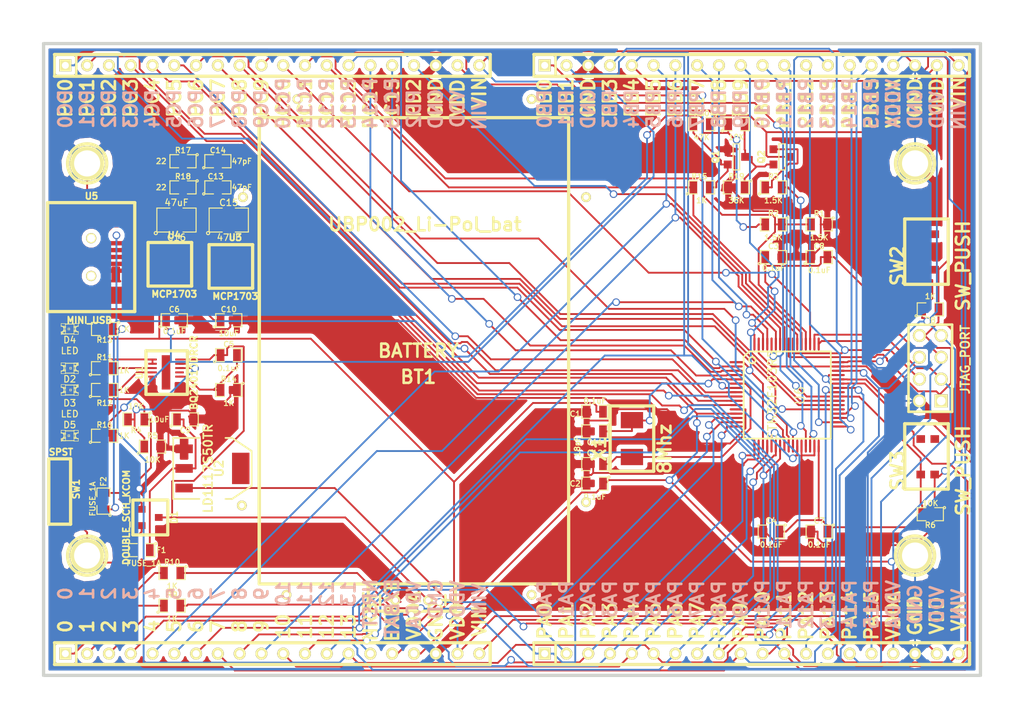
<source format=kicad_pcb>
(kicad_pcb (version 4) (host pcbnew "(2014-12-16 BZR 5324)-product")
  (title_block (date "23 nov 2010"))
  (layers (0 Front signal) (31 Back signal) (34 B.Paste user) (35 F.Paste user) (36 B.SilkS user) (37 F.SilkS user) (38 B.Mask user) (39 F.Mask user) (44 Edge.Cuts user))
  (net 0 "")
  (net 1 +5V)
  (net 2 +BATT)
  (net 3 /BOOT0)
  (net 4 /DSBDM)
  (net 5 /J_TDI)
  (net 6 /J_TMS)
  (net 7 /J_TRS)
  (net 8 /PA0)
  (net 9 /PA1)
  (net 10 /PA10)
  (net 11 /PA11)
  (net 12 /PA12)
  (net 13 /PA14)
  (net 14 /PA2)
  (net 15 /PA3)
  (net 16 /PA4)
  (net 17 /PA5)
  (net 18 /PA6)
  (net 19 /PA7)
  (net 20 /PA8)
  (net 21 /PA9)
  (net 22 /PB0)
  (net 23 /PB1)
  (net 24 /PB10)
  (net 25 /PB11)
  (net 26 /PB12)
  (net 27 /PB13)
  (net 28 /PB14)
  (net 29 /PB15)
  (net 30 /PB3)
  (net 31 /PB5)
  (net 32 /PB6)
  (net 33 /PB7)
  (net 34 /PB8)
  (net 35 /PB9)
  (net 36 /PC0)
  (net 37 /PC1)
  (net 38 /PC10)
  (net 39 /PC11)
  (net 40 /PC12)
  (net 41 /PC13)
  (net 42 /PC14)
  (net 43 /PC15)
  (net 44 /PC2)
  (net 45 /PC3)
  (net 46 /PC4)
  (net 47 /PC5)
  (net 48 /PC6)
  (net 49 /PC7)
  (net 50 /PC8)
  (net 51 /PD0)
  (net 52 /PD1)
  (net 53 /PD2)
  (net 54 /RX)
  (net 55 /TX)
  (net 56 /USBDP)
  (net 57 /VDD)
  (net 58 /VDDA)
  (net 59 /VIN)
  (net 60 GND)
  (net 61 N-000002)
  (net 62 N-000003)
  (net 63 N-000035)
  (net 64 N-000046)
  (net 65 N-000052)
  (net 66 N-000053)
  (net 67 N-000054)
  (net 68 N-000055)
  (net 69 N-000063)
  (net 70 N-000065)
  (net 71 N-000066)
  (net 72 N-000068)
  (net 73 N-000070)
  (net 74 N-000071)
  (net 75 N-000072)
  (module LED-0805 (layer Front) (at 90.678 101.346)
    (fp_text reference D2 (at 0 1.27) (layer F.SilkS) (effects (font (size 0.762 0.762) (thickness 0.127))))
    (fp_text value LED hide)
    (pad 1 smd rect (at -1.04902 0) (size 1.19888 1.19888) (layers Front F.Paste F.Mask) (net 57 /VDD))
    (pad 2 smd rect (at 1.04902 0) (size 1.19888 1.19888) (layers Front F.Paste F.Mask) (net 68 N-000055))
  )
  (module LED-0805 (layer Front) (at 90.678 96.774 180)
    (fp_text reference D4 (at 0 -1.27 180) (layer F.SilkS) (effects (font (size 0.762 0.762) (thickness 0.127))))
    (fp_text value LED (at 0 -2.54 180) (layer F.SilkS) (effects (font (size 0.762 0.762) (thickness 0.127))))
    (pad 1 smd rect (at -1.04902 0 180) (size 1.19888 1.19888) (layers Front F.Paste F.Mask) (net 64 N-000046))
    (pad 2 smd rect (at 1.04902 0 180) (size 1.19888 1.19888) (layers Front F.Paste F.Mask) (net 60 GND))
  )
  (module LED-0805 (layer Front) (at 90.678 103.886)
    (fp_text reference D3 (at 0 1.524) (layer F.SilkS) (effects (font (size 0.762 0.762) (thickness 0.127))))
    (fp_text value LED hide)
    (pad 1 smd rect (at -1.04902 0) (size 1.19888 1.19888) (layers Front F.Paste F.Mask) (net 57 /VDD))
    (pad 2 smd rect (at 1.04902 0) (size 1.19888 1.19888) (layers Front F.Paste F.Mask) (net 65 N-000052))
  )
  (module SM0805 (layer Front) (at 103.886 80.264 180)
    (fp_text reference R18 (at 0 1.27 180) (layer F.SilkS) (effects (font (size 0.635 0.635) (thickness 0.127))))
    (fp_text value 22 (at 2.54 0 180) (layer F.SilkS) (effects (font (size 0.635 0.635) (thickness 0.127))))
    (pad 1 smd rect (at -0.9525 0 180) (size 0.889 1.397) (layers Front F.Paste F.Mask) (net 11 /PA11))
    (pad 2 smd rect (at 0.9525 0 180) (size 0.889 1.397) (layers Front F.Paste F.Mask) (net 4 /DSBDM))
  )
  (module SM0805 (layer Front) (at 103.886 77.216 180)
    (fp_text reference R17 (at 0 1.27 180) (layer F.SilkS) (effects (font (size 0.635 0.635) (thickness 0.127))))
    (fp_text value 22 (at 2.54 0 180) (layer F.SilkS) (effects (font (size 0.635 0.635) (thickness 0.127))))
    (pad 1 smd rect (at -0.9525 0 180) (size 0.889 1.397) (layers Front F.Paste F.Mask) (net 12 /PA12))
    (pad 2 smd rect (at 0.9525 0 180) (size 0.889 1.397) (layers Front F.Paste F.Mask) (net 56 /USBDP))
  )
  (module SM0805 (layer Front) (at 94.742 109.22)
    (fp_text reference R16 (at 0 -1.27) (layer F.SilkS) (effects (font (size 0.635 0.635) (thickness 0.127))))
    (fp_text value 1K (at 2.286 0) (layer F.SilkS) (effects (font (size 0.635 0.635) (thickness 0.127))))
    (pad 1 smd rect (at -0.9525 0) (size 0.889 1.397) (layers Front F.Paste F.Mask) (net 75 N-000072))
    (pad 2 smd rect (at 0.9525 0) (size 0.889 1.397) (layers Front F.Paste F.Mask) (net 59 /VIN))
  )
  (module SM0805 (layer Front) (at 164.338 80.264)
    (fp_text reference R15 (at -0.254 -1.27) (layer F.SilkS) (effects (font (size 0.635 0.635) (thickness 0.127))))
    (fp_text value 1K (at 0 1.524) (layer F.SilkS) (effects (font (size 0.635 0.635) (thickness 0.127))))
    (pad 1 smd rect (at -0.9525 0) (size 0.889 1.397) (layers Front F.Paste F.Mask) (net 40 /PC12))
    (pad 2 smd rect (at 0.9525 0) (size 0.889 1.397) (layers Front F.Paste F.Mask) (net 72 N-000068))
  )
  (module SM0805 (layer Front) (at 109.22 103.886 180)
    (fp_text reference R14 (at 0 1.27 180) (layer F.SilkS) (effects (font (size 0.635 0.635) (thickness 0.127))))
    (fp_text value 1K (at 0 -1.524 180) (layer F.SilkS) (effects (font (size 0.635 0.635) (thickness 0.127))))
    (pad 1 smd rect (at -0.9525 0 180) (size 0.889 1.397) (layers Front F.Paste F.Mask) (net 60 GND))
    (pad 2 smd rect (at 0.9525 0 180) (size 0.889 1.397) (layers Front F.Paste F.Mask) (net 73 N-000070))
  )
  (module SM0805 (layer Front) (at 94.742 96.774 180)
    (fp_text reference R13 (at 0 -1.27 180) (layer F.SilkS) (effects (font (size 0.635 0.635) (thickness 0.127))))
    (fp_text value 1K (at -2.286 0 180) (layer F.SilkS) (effects (font (size 0.635 0.635) (thickness 0.127))))
    (pad 1 smd rect (at -0.9525 0 180) (size 0.889 1.397) (layers Front F.Paste F.Mask) (net 17 /PA5))
    (pad 2 smd rect (at 0.9525 0 180) (size 0.889 1.397) (layers Front F.Paste F.Mask) (net 64 N-000046))
  )
  (module SM0805 (layer Front) (at 94.742 103.886)
    (fp_text reference R12 (at 0 1.524) (layer F.SilkS) (effects (font (size 0.635 0.635) (thickness 0.127))))
    (fp_text value 1K (at 2.286 0) (layer F.SilkS) (effects (font (size 0.635 0.635) (thickness 0.127))))
    (pad 1 smd rect (at -0.9525 0) (size 0.889 1.397) (layers Front F.Paste F.Mask) (net 65 N-000052))
    (pad 2 smd rect (at 0.9525 0) (size 0.889 1.397) (layers Front F.Paste F.Mask) (net 66 N-000053))
  )
  (module SM0805 (layer Front) (at 94.742 101.346)
    (fp_text reference R11 (at 0 -1.27) (layer F.SilkS) (effects (font (size 0.635 0.635) (thickness 0.127))))
    (fp_text value 1K (at 2.286 0.254) (layer F.SilkS) (effects (font (size 0.635 0.635) (thickness 0.127))))
    (pad 1 smd rect (at -0.9525 0) (size 0.889 1.397) (layers Front F.Paste F.Mask) (net 68 N-000055))
    (pad 2 smd rect (at 0.9525 0) (size 0.889 1.397) (layers Front F.Paste F.Mask) (net 67 N-000054))
  )
  (module SM0805 (layer Front) (at 102.616 125.222 180)
    (fp_text reference R10 (at 0 1.27 180) (layer F.SilkS) (effects (font (size 0.635 0.635) (thickness 0.127))))
    (fp_text value 1K (at 0 -1.524 180) (layer F.SilkS) (effects (font (size 0.635 0.635) (thickness 0.127))))
    (pad 1 smd rect (at -0.9525 0 180) (size 0.889 1.397) (layers Front F.Paste F.Mask) (net 15 /PA3))
    (pad 2 smd rect (at 0.9525 0 180) (size 0.889 1.397) (layers Front F.Paste F.Mask) (net 54 /RX))
  )
  (module SM0805 (layer Front) (at 168.402 80.264 180)
    (fp_text reference R19 (at 0 1.27 180) (layer F.SilkS) (effects (font (size 0.635 0.635) (thickness 0.127))))
    (fp_text value 36K (at 0 -1.524 180) (layer F.SilkS) (effects (font (size 0.635 0.635) (thickness 0.127))))
    (pad 1 smd rect (at -0.9525 0 180) (size 0.889 1.397) (layers Front F.Paste F.Mask) (net 69 N-000063))
    (pad 2 smd rect (at 0.9525 0 180) (size 0.889 1.397) (layers Front F.Paste F.Mask) (net 60 GND))
  )
  (module SM0805 (layer Front) (at 191.008 94.488)
    (fp_text reference R8 (at 0 1.27) (layer F.SilkS) (effects (font (size 0.635 0.635) (thickness 0.127))))
    (fp_text value 1K (at 0 -1.524) (layer F.SilkS) (effects (font (size 0.635 0.635) (thickness 0.127))))
    (pad 1 smd rect (at -0.9525 0) (size 0.889 1.397) (layers Front F.Paste F.Mask) (net 57 /VDD))
    (pad 2 smd rect (at 0.9525 0) (size 0.889 1.397) (layers Front F.Paste F.Mask) (net 7 /J_TRS))
  )
  (module SM0805 (layer Front) (at 168.402 72.898)
    (fp_text reference R7 (at 0 -1.27) (layer F.SilkS) (effects (font (size 0.635 0.635) (thickness 0.127))))
    (fp_text value 10K (at 0 1.524) (layer F.SilkS) (effects (font (size 0.635 0.635) (thickness 0.127))))
    (pad 1 smd rect (at -0.9525 0) (size 0.889 1.397) (layers Front F.Paste F.Mask) (net 1 +5V))
    (pad 2 smd rect (at 0.9525 0) (size 0.889 1.397) (layers Front F.Paste F.Mask) (net 69 N-000063))
  )
  (module SM0805 (layer Front) (at 191.008 118.364 180)
    (fp_text reference R6 (at 0 -1.27 180) (layer F.SilkS) (effects (font (size 0.635 0.635) (thickness 0.127))))
    (fp_text value 10K (at 0 1.27 180) (layer F.SilkS) (effects (font (size 0.635 0.635) (thickness 0.127))))
    (pad 1 smd rect (at -0.9525 0 180) (size 0.889 1.397) (layers Front F.Paste F.Mask) (net 60 GND))
    (pad 2 smd rect (at 0.9525 0 180) (size 0.889 1.397) (layers Front F.Paste F.Mask) (net 3 /BOOT0))
  )
  (module SM0805 (layer Front) (at 100.33 110.49)
    (fp_text reference R5 (at 0 -1.27) (layer F.SilkS) (effects (font (size 0.635 0.635) (thickness 0.127))))
    (fp_text value 10K (at 0 1.524) (layer F.SilkS) (effects (font (size 0.635 0.635) (thickness 0.127))))
    (pad 1 smd rect (at -0.9525 0) (size 0.889 1.397) (layers Front F.Paste F.Mask) (net 61 N-000002))
    (pad 2 smd rect (at 0.9525 0) (size 0.889 1.397) (layers Front F.Paste F.Mask) (net 60 GND))
  )
  (module SM0805 (layer Front) (at 98.425 107.315 180)
    (fp_text reference R4 (at 0 -1.27 180) (layer F.SilkS) (effects (font (size 0.635 0.635) (thickness 0.127))))
    (fp_text value 10K (at 0 1.524 180) (layer F.SilkS) (effects (font (size 0.635 0.635) (thickness 0.127))))
    (pad 1 smd rect (at -0.9525 0 180) (size 0.889 1.397) (layers Front F.Paste F.Mask) (net 74 N-000071))
    (pad 2 smd rect (at 0.9525 0 180) (size 0.889 1.397) (layers Front F.Paste F.Mask) (net 61 N-000002))
  )
  (module SM0805 (layer Front) (at 172.72 80.264)
    (fp_text reference R3 (at 0 -1.27) (layer F.SilkS) (effects (font (size 0.635 0.635) (thickness 0.127))))
    (fp_text value 1.5K (at 0 1.524) (layer F.SilkS) (effects (font (size 0.635 0.635) (thickness 0.127))))
    (pad 1 smd rect (at -0.9525 0) (size 0.889 1.397) (layers Front F.Paste F.Mask) (net 63 N-000035))
    (pad 2 smd rect (at 0.9525 0) (size 0.889 1.397) (layers Front F.Paste F.Mask) (net 12 /PA12))
  )
  (module SM0805 (layer Front) (at 172.72 84.582 180)
    (fp_text reference R2 (at 0 1.27 180) (layer F.SilkS) (effects (font (size 0.635 0.635) (thickness 0.127))))
    (fp_text value 1.5K (at 0 -1.524 180) (layer F.SilkS) (effects (font (size 0.635 0.635) (thickness 0.127))))
    (pad 1 smd rect (at -0.9525 0 180) (size 0.889 1.397) (layers Front F.Paste F.Mask) (net 39 /PC11))
    (pad 2 smd rect (at 0.9525 0 180) (size 0.889 1.397) (layers Front F.Paste F.Mask) (net 1 +5V))
  )
  (module SM0805 (layer Front) (at 178.054 84.582 180)
    (fp_text reference R1 (at 0 1.27 180) (layer F.SilkS) (effects (font (size 0.635 0.635) (thickness 0.127))))
    (fp_text value 1.5K (at 0 -1.524 180) (layer F.SilkS) (effects (font (size 0.635 0.635) (thickness 0.127))))
    (pad 1 smd rect (at -0.9525 0 180) (size 0.889 1.397) (layers Front F.Paste F.Mask) (net 60 GND))
    (pad 2 smd rect (at 0.9525 0 180) (size 0.889 1.397) (layers Front F.Paste F.Mask) (net 39 /PC11))
  )
  (module SM0805 (layer Front) (at 151.892 106.426 180)
    (fp_text reference C1 (at 2.286 -0.254 180) (layer F.SilkS) (effects (font (size 0.635 0.635) (thickness 0.127))))
    (fp_text value 0.1uF (at 0 1.27 180) (layer F.SilkS) (effects (font (size 0.635 0.635) (thickness 0.127))))
    (pad 1 smd rect (at -0.9525 0 180) (size 0.889 1.397) (layers Front F.Paste F.Mask) (net 57 /VDD))
    (pad 2 smd rect (at 0.9525 0 180) (size 0.889 1.397) (layers Front F.Paste F.Mask) (net 60 GND))
  )
  (module SM0805 (layer Front) (at 172.72 88.392)
    (fp_text reference C3 (at 0 -1.27) (layer F.SilkS) (effects (font (size 0.635 0.635) (thickness 0.127))))
    (fp_text value 0.1uF (at 0 1.27) (layer F.SilkS) (effects (font (size 0.635 0.635) (thickness 0.127))))
    (pad 1 smd rect (at -0.9525 0) (size 0.889 1.397) (layers Front F.Paste F.Mask) (net 57 /VDD))
    (pad 2 smd rect (at 0.9525 0) (size 0.889 1.397) (layers Front F.Paste F.Mask) (net 60 GND))
  )
  (module SM0805 (layer Front) (at 151.892 114.808 180)
    (fp_text reference C2 (at 2.286 0 180) (layer F.SilkS) (effects (font (size 0.635 0.635) (thickness 0.127))))
    (fp_text value 0.1uF (at 0 -1.524 180) (layer F.SilkS) (effects (font (size 0.635 0.635) (thickness 0.127))))
    (pad 1 smd rect (at -0.9525 0 180) (size 0.889 1.397) (layers Front F.Paste F.Mask) (net 58 /VDDA))
    (pad 2 smd rect (at 0.9525 0 180) (size 0.889 1.397) (layers Front F.Paste F.Mask) (net 60 GND))
  )
  (module SM0805 (layer Front) (at 102.616 129.032)
    (fp_text reference R9 (at 0 -1.27) (layer F.SilkS) (effects (font (size 0.635 0.635) (thickness 0.127))))
    (fp_text value 1K (at 0 1.524) (layer F.SilkS) (effects (font (size 0.635 0.635) (thickness 0.127))))
    (pad 1 smd rect (at -0.9525 0) (size 0.889 1.397) (layers Front F.Paste F.Mask) (net 55 /TX))
    (pad 2 smd rect (at 0.9525 0) (size 0.889 1.397) (layers Front F.Paste F.Mask) (net 14 /PA2))
  )
  (module SM0805 (layer Front) (at 107.95 80.264)
    (fp_text reference C13 (at -0.254 -1.27) (layer F.SilkS) (effects (font (size 0.635 0.635) (thickness 0.127))))
    (fp_text value 47pF (at 2.794 0) (layer F.SilkS) (effects (font (size 0.635 0.635) (thickness 0.127))))
    (pad 1 smd rect (at -0.9525 0) (size 0.889 1.397) (layers Front F.Paste F.Mask) (net 12 /PA12))
    (pad 2 smd rect (at 0.9525 0) (size 0.889 1.397) (layers Front F.Paste F.Mask) (net 60 GND))
  )
  (module SM0805 (layer Front) (at 151.892 112.522 180)
    (fp_text reference C12 (at 0 1.27 180) (layer F.SilkS) (effects (font (size 0.635 0.635) (thickness 0.127))))
    (fp_text value 18pF (at 2.032 2.032 270) (layer F.SilkS) (effects (font (size 0.635 0.635) (thickness 0.127))))
    (pad 1 smd rect (at -0.9525 0 180) (size 0.889 1.397) (layers Front F.Paste F.Mask) (net 52 /PD1))
    (pad 2 smd rect (at 0.9525 0 180) (size 0.889 1.397) (layers Front F.Paste F.Mask) (net 60 GND))
  )
  (module SM0805 (layer Front) (at 151.892 108.712 180)
    (fp_text reference C11 (at 0 -1.27 180) (layer F.SilkS) (effects (font (size 0.635 0.635) (thickness 0.127))))
    (fp_text value 18pF (at 2.032 -1.778 270) (layer F.SilkS) (effects (font (size 0.635 0.635) (thickness 0.127))))
    (pad 1 smd rect (at -0.9525 0 180) (size 0.889 1.397) (layers Front F.Paste F.Mask) (net 51 /PD0))
    (pad 2 smd rect (at 0.9525 0 180) (size 0.889 1.397) (layers Front F.Paste F.Mask) (net 60 GND))
  )
  (module SM0805 (layer Front) (at 109.22 95.758)
    (fp_text reference C10 (at 0 -1.27) (layer F.SilkS) (effects (font (size 0.635 0.635) (thickness 0.127))))
    (fp_text value 10uF (at 0 1.524) (layer F.SilkS) (effects (font (size 0.635 0.635) (thickness 0.127))))
    (pad 1 smd rect (at -0.9525 0) (size 0.889 1.397) (layers Front F.Paste F.Mask) (net 59 /VIN))
    (pad 2 smd rect (at 0.9525 0) (size 0.889 1.397) (layers Front F.Paste F.Mask) (net 60 GND))
  )
  (module SM0805 (layer Front) (at 104.14 107.315)
    (fp_text reference C9 (at 0 1.27) (layer F.SilkS) (effects (font (size 0.635 0.635) (thickness 0.127))))
    (fp_text value 10uF (at -3.048 0) (layer F.SilkS) (effects (font (size 0.635 0.635) (thickness 0.127))))
    (pad 1 smd rect (at -0.9525 0) (size 0.889 1.397) (layers Front F.Paste F.Mask) (net 71 N-000066))
    (pad 2 smd rect (at 0.9525 0) (size 0.889 1.397) (layers Front F.Paste F.Mask) (net 60 GND))
  )
  (module SM0805 (layer Front) (at 178.054 88.392)
    (fp_text reference C8 (at 0 -1.27) (layer F.SilkS) (effects (font (size 0.635 0.635) (thickness 0.127))))
    (fp_text value 0.1uF (at 0 1.524) (layer F.SilkS) (effects (font (size 0.635 0.635) (thickness 0.127))))
    (pad 1 smd rect (at -0.9525 0) (size 0.889 1.397) (layers Front F.Paste F.Mask) (net 60 GND))
    (pad 2 smd rect (at 0.9525 0) (size 0.889 1.397) (layers Front F.Paste F.Mask) (net 57 /VDD))
  )
  (module SM0805 (layer Front) (at 178.054 120.396 180)
    (fp_text reference C7 (at 0 1.27 180) (layer F.SilkS) (effects (font (size 0.635 0.635) (thickness 0.127))))
    (fp_text value 0.1uF (at 0 -1.524 180) (layer F.SilkS) (effects (font (size 0.635 0.635) (thickness 0.127))))
    (pad 1 smd rect (at -0.9525 0 180) (size 0.889 1.397) (layers Front F.Paste F.Mask) (net 57 /VDD))
    (pad 2 smd rect (at 0.9525 0 180) (size 0.889 1.397) (layers Front F.Paste F.Mask) (net 60 GND))
  )
  (module SM0805 (layer Front) (at 102.87 95.758)
    (fp_text reference C6 (at 0 -1.27) (layer F.SilkS) (effects (font (size 0.635 0.635) (thickness 0.127))))
    (fp_text value 0.1uF (at 0 1.27) (layer F.SilkS) (effects (font (size 0.635 0.635) (thickness 0.127))))
    (pad 1 smd rect (at -0.9525 0) (size 0.889 1.397) (layers Front F.Paste F.Mask) (net 59 /VIN))
    (pad 2 smd rect (at 0.9525 0) (size 0.889 1.397) (layers Front F.Paste F.Mask) (net 60 GND))
  )
  (module SM0805 (layer Front) (at 109.22 99.822)
    (fp_text reference C5 (at 0 -1.27) (layer F.SilkS) (effects (font (size 0.635 0.635) (thickness 0.127))))
    (fp_text value 0.1uF (at 0 1.524) (layer F.SilkS) (effects (font (size 0.635 0.635) (thickness 0.127))))
    (pad 1 smd rect (at -0.9525 0) (size 0.889 1.397) (layers Front F.Paste F.Mask) (net 62 N-000003))
    (pad 2 smd rect (at 0.9525 0) (size 0.889 1.397) (layers Front F.Paste F.Mask) (net 73 N-000070))
  )
  (module SM0805 (layer Front) (at 172.466 120.396 180)
    (fp_text reference C4 (at 0 1.27 180) (layer F.SilkS) (effects (font (size 0.635 0.635) (thickness 0.127))))
    (fp_text value 0.1uF (at 0 -1.524 180) (layer F.SilkS) (effects (font (size 0.635 0.635) (thickness 0.127))))
    (pad 1 smd rect (at -0.9525 0 180) (size 0.889 1.397) (layers Front F.Paste F.Mask) (net 57 /VDD))
    (pad 2 smd rect (at 0.9525 0 180) (size 0.889 1.397) (layers Front F.Paste F.Mask) (net 60 GND))
  )
  (module SM1210 (layer Front) (at 109.22 84.074)
    (fp_text reference C15 (at 0 -2.032) (layer F.SilkS) (effects (font (size 0.762 0.762) (thickness 0.127))))
    (fp_text value 47uF (at 0 2.032) (layer F.SilkS) (effects (font (size 0.762 0.762) (thickness 0.127))))
    (pad 1 smd rect (at -1.524 0) (size 1.27 2.54) (layers Front F.Paste F.Mask) (net 57 /VDD))
    (pad 2 smd rect (at 1.524 0) (size 1.27 2.54) (layers Front F.Paste F.Mask) (net 60 GND))
  )
  (module 1pin (layer Front) (at 189.23 77.47)
    (fp_text reference P1 hide)
    (fp_text value CONN_1 hide)
    (pad 1 thru_hole circle (at 0 0) (size 4.064 4.064) (drill 3.048) (layers *.Cu *.Mask F.SilkS) (net 60 GND))
  )
  (module 1pin (layer Front) (at 189.23 123.19)
    (fp_text reference P2 hide)
    (fp_text value CONN_1 hide)
    (pad 1 thru_hole circle (at 0 0) (size 4.064 4.064) (drill 3.048) (layers *.Cu *.Mask F.SilkS) (net 60 GND))
  )
  (module 1pin (layer Front) (at 92.71 123.19)
    (fp_text reference P3 hide)
    (fp_text value CONN_1 hide)
    (pad 1 thru_hole circle (at 0 0) (size 4.064 4.064) (drill 3.048) (layers *.Cu *.Mask F.SilkS) (net 60 GND))
  )
  (module 1pin (layer Front) (at 92.71 77.47)
    (fp_text reference P4 hide)
    (fp_text value CONN_1 hide)
    (pad 1 thru_hole circle (at 0 0) (size 4.064 4.064) (drill 3.048) (layers *.Cu *.Mask F.SilkS) (net 60 GND))
  )
  (module pin_array_4x2 (layer Front) (at 191.008 101.346 90)
    (fp_text reference P9 hide)
    (fp_text value JTAG_PORT (at 1.016 4.064 90) (layer F.SilkS) (effects (font (size 1.016 1.016) (thickness 0.2032))))
    (pad 1 thru_hole rect (at -3.81 1.27 90) (size 1.524 1.524) (drill 1.016) (layers *.Cu *.Mask F.SilkS) (net 7 /J_TRS))
    (pad 2 thru_hole circle (at -3.81 -1.27 90) (size 1.524 1.524) (drill 1.016) (layers *.Cu *.Mask F.SilkS) (net 60 GND))
    (pad 3 thru_hole circle (at -1.27 1.27 90) (size 1.524 1.524) (drill 1.016) (layers *.Cu *.Mask F.SilkS) (net 13 /PA14))
    (pad 4 thru_hole circle (at -1.27 -1.27 90) (size 1.524 1.524) (drill 1.016) (layers *.Cu *.Mask F.SilkS) (net 30 /PB3))
    (pad 5 thru_hole circle (at 1.27 1.27 90) (size 1.524 1.524) (drill 1.016) (layers *.Cu *.Mask F.SilkS) (net 5 /J_TDI))
    (pad 6 thru_hole circle (at 1.27 -1.27 90) (size 1.524 1.524) (drill 1.016) (layers *.Cu *.Mask F.SilkS) (net 6 /J_TMS))
    (pad 7 thru_hole circle (at 3.81 1.27 90) (size 1.524 1.524) (drill 1.016) (layers *.Cu *.Mask F.SilkS) (net 57 /VDD))
    (pad 8 thru_hole circle (at 3.81 -1.27 90) (size 1.524 1.524) (drill 1.016) (layers *.Cu *.Mask F.SilkS) (net 7 /J_TRS))
  )
  (module LED-0805 (layer Front) (at 90.678 109.22 180)
    (fp_text reference D5 (at 0 1.27 180) (layer F.SilkS) (effects (font (size 0.762 0.762) (thickness 0.127))))
    (fp_text value LED (at 0 2.54 180) (layer F.SilkS) (effects (font (size 0.762 0.762) (thickness 0.127))))
    (pad 1 smd rect (at -1.04902 0 180) (size 1.19888 1.19888) (layers Front F.Paste F.Mask) (net 75 N-000072))
    (pad 2 smd rect (at 1.04902 0 180) (size 1.19888 1.19888) (layers Front F.Paste F.Mask) (net 60 GND))
  )
  (module SM0805 (layer Front) (at 164.338 72.898 180)
    (fp_text reference R20 (at 0 1.27 180) (layer F.SilkS) (effects (font (size 0.635 0.635) (thickness 0.127))))
    (fp_text value 47K (at 0 -1.524 180) (layer F.SilkS) (effects (font (size 0.635 0.635) (thickness 0.127))))
    (pad 1 smd rect (at -0.9525 0 180) (size 0.889 1.397) (layers Front F.Paste F.Mask) (net 57 /VDD))
    (pad 2 smd rect (at 0.9525 0 180) (size 0.889 1.397) (layers Front F.Paste F.Mask) (net 72 N-000068))
  )
  (module SM0805 (layer Front) (at 94.615 116.84 90)
    (fp_text reference F2 (at 2.286 0 90) (layer F.SilkS) (effects (font (size 0.635 0.635) (thickness 0.127))))
    (fp_text value FUSE_1A (at 0.254 -1.27 90) (layer F.SilkS) (effects (font (size 0.635 0.635) (thickness 0.127))))
    (pad 1 smd rect (at -0.9525 0 90) (size 0.889 1.397) (layers Front F.Paste F.Mask) (net 1 +5V))
    (pad 2 smd rect (at 0.9525 0 90) (size 0.889 1.397) (layers Front F.Paste F.Mask) (net 74 N-000071))
  )
  (module SM0805 (layer Front) (at 99.06 122.555 180)
    (fp_text reference F1 (at -2.286 0 180) (layer F.SilkS) (effects (font (size 0.635 0.635) (thickness 0.127))))
    (fp_text value FUSE_1A (at -0.254 -1.524 180) (layer F.SilkS) (effects (font (size 0.635 0.635) (thickness 0.127))))
    (pad 1 smd rect (at -0.9525 0 180) (size 0.889 1.397) (layers Front F.Paste F.Mask) (net 71 N-000066))
    (pad 2 smd rect (at 0.9525 0 180) (size 0.889 1.397) (layers Front F.Paste F.Mask) (net 70 N-000065))
  )
  (module SM1210 (layer Front) (at 103.124 84.074)
    (fp_text reference C16 (at 0 2.032) (layer F.SilkS) (effects (font (size 0.762 0.762) (thickness 0.127))))
    (fp_text value 47uF (at 0 -2.032) (layer F.SilkS) (effects (font (size 0.762 0.762) (thickness 0.127))))
    (pad 1 smd rect (at -1.524 0) (size 1.27 2.54) (layers Front F.Paste F.Mask) (net 58 /VDDA))
    (pad 2 smd rect (at 1.524 0) (size 1.27 2.54) (layers Front F.Paste F.Mask) (net 60 GND))
  )
  (module TQFP_64 (layer Front) (at 174.244 104.394 270)
    (fp_text reference U6 (at 0.127 -1.524 270) (layer F.SilkS) (effects (font (size 1.09982 1.09982) (thickness 0.127))))
    (fp_text value STM32F103RB (at 0 1.651 270) (layer F.SilkS) (effects (font (size 1.00076 1.00076) (thickness 0.1524))))
    (pad 1 smd rect (at -3.74904 5.86994 270) (size 0.24892 1.524) (layers Front F.Paste F.Mask) (net 57 /VDD))
    (pad 2 smd oval (at -3.24866 5.86994 270) (size 0.24892 1.524) (layers Front F.Paste F.Mask) (net 41 /PC13))
    (pad 3 smd oval (at -2.74828 5.86994 270) (size 0.24892 1.524) (layers Front F.Paste F.Mask) (net 42 /PC14))
    (pad 4 smd oval (at -2.2479 5.86994 270) (size 0.24892 1.524) (layers Front F.Paste F.Mask) (net 43 /PC15))
    (pad 5 smd oval (at -1.74752 5.86994 270) (size 0.24892 1.524) (layers Front F.Paste F.Mask) (net 51 /PD0))
    (pad 6 smd oval (at -1.24968 5.86994 270) (size 0.24892 1.524) (layers Front F.Paste F.Mask) (net 52 /PD1))
    (pad 7 smd oval (at -0.7493 5.86994 270) (size 0.24892 1.524) (layers Front F.Paste F.Mask) (net 7 /J_TRS))
    (pad 8 smd oval (at -0.24892 5.86994 270) (size 0.24892 1.524) (layers Front F.Paste F.Mask) (net 36 /PC0))
    (pad 9 smd oval (at 0.25146 5.86994 270) (size 0.24892 1.524) (layers Front F.Paste F.Mask) (net 37 /PC1))
    (pad 10 smd oval (at 0.75184 5.86994 270) (size 0.24892 1.524) (layers Front F.Paste F.Mask) (net 44 /PC2))
    (pad 11 smd oval (at 1.25222 5.86994 270) (size 0.24892 1.524) (layers Front F.Paste F.Mask) (net 45 /PC3))
    (pad 12 smd oval (at 1.75006 5.86994 270) (size 0.24892 1.524) (layers Front F.Paste F.Mask) (net 60 GND))
    (pad 13 smd oval (at 2.25044 5.86994 270) (size 0.24892 1.524) (layers Front F.Paste F.Mask) (net 58 /VDDA))
    (pad 14 smd oval (at 2.75082 5.86994 270) (size 0.24892 1.524) (layers Front F.Paste F.Mask) (net 8 /PA0))
    (pad 15 smd oval (at 3.2512 5.86994 270) (size 0.24892 1.524) (layers Front F.Paste F.Mask) (net 9 /PA1))
    (pad 16 smd oval (at 3.75158 5.86994 270) (size 0.24892 1.524) (layers Front F.Paste F.Mask) (net 14 /PA2))
    (pad 17 smd oval (at 6.0325 3.74904 270) (size 1.524 0.24892) (layers Front F.Paste F.Mask) (net 15 /PA3))
    (pad 18 smd oval (at 6.0325 3.24866 270) (size 1.524 0.24892) (layers Front F.Paste F.Mask) (net 60 GND))
    (pad 19 smd oval (at 6.0325 2.74828 270) (size 1.524 0.24892) (layers Front F.Paste F.Mask) (net 57 /VDD))
    (pad 20 smd oval (at 6.0325 2.2479 270) (size 1.524 0.24892) (layers Front F.Paste F.Mask) (net 16 /PA4))
    (pad 21 smd oval (at 6.0325 1.74752 270) (size 1.524 0.24892) (layers Front F.Paste F.Mask) (net 17 /PA5))
    (pad 22 smd oval (at 6.0325 1.24968 270) (size 1.524 0.24892) (layers Front F.Paste F.Mask) (net 18 /PA6))
    (pad 23 smd oval (at 6.0325 0.7493 270) (size 1.524 0.24892) (layers Front F.Paste F.Mask) (net 19 /PA7))
    (pad 24 smd oval (at 6.0325 0.24892 270) (size 1.524 0.24892) (layers Front F.Paste F.Mask) (net 46 /PC4))
    (pad 25 smd oval (at 6.0325 -0.25146 270) (size 1.524 0.24892) (layers Front F.Paste F.Mask) (net 47 /PC5))
    (pad 26 smd oval (at 6.0325 -0.75184 270) (size 1.524 0.24892) (layers Front F.Paste F.Mask) (net 22 /PB0))
    (pad 27 smd oval (at 6.0325 -1.25222 270) (size 1.524 0.24892) (layers Front F.Paste F.Mask) (net 23 /PB1))
    (pad 28 smd oval (at 6.0325 -1.75006 270) (size 1.524 0.24892) (layers Front F.Paste F.Mask) (net 60 GND))
    (pad 29 smd oval (at 6.0325 -2.25044 270) (size 1.524 0.24892) (layers Front F.Paste F.Mask) (net 24 /PB10))
    (pad 30 smd oval (at 6.0325 -2.75082 270) (size 1.524 0.24892) (layers Front F.Paste F.Mask) (net 25 /PB11))
    (pad 31 smd oval (at 6.0325 -3.2512 270) (size 1.524 0.24892) (layers Front F.Paste F.Mask) (net 60 GND))
    (pad 32 smd oval (at 6.0325 -3.75158 270) (size 1.524 0.24892) (layers Front F.Paste F.Mask) (net 57 /VDD))
    (pad 33 smd oval (at 3.75158 -6.0325 270) (size 0.24892 1.524) (layers Front F.Paste F.Mask) (net 26 /PB12))
    (pad 34 smd oval (at 3.2512 -6.0325 270) (size 0.24892 1.524) (layers Front F.Paste F.Mask) (net 27 /PB13))
    (pad 35 smd oval (at 2.75082 -6.0325 270) (size 0.24892 1.524) (layers Front F.Paste F.Mask) (net 28 /PB14))
    (pad 36 smd oval (at 2.25044 -6.0325 270) (size 0.24892 1.524) (layers Front F.Paste F.Mask) (net 29 /PB15))
    (pad 37 smd oval (at 1.75006 -6.0325 270) (size 0.24892 1.524) (layers Front F.Paste F.Mask) (net 48 /PC6))
    (pad 38 smd oval (at 1.25222 -6.0325 270) (size 0.24892 1.524) (layers Front F.Paste F.Mask) (net 49 /PC7))
    (pad 39 smd oval (at 0.75184 -6.0325 270) (size 0.24892 1.524) (layers Front F.Paste F.Mask) (net 50 /PC8))
    (pad 40 smd oval (at 0.25146 -6.0325 270) (size 0.24892 1.524) (layers Front F.Paste F.Mask) (net 3 /BOOT0))
    (pad 41 smd oval (at -0.24892 -6.0325 270) (size 0.24892 1.524) (layers Front F.Paste F.Mask) (net 20 /PA8))
    (pad 42 smd oval (at -0.7493 -6.0325 270) (size 0.24892 1.524) (layers Front F.Paste F.Mask) (net 21 /PA9))
    (pad 43 smd oval (at -1.24968 -6.0325 270) (size 0.24892 1.524) (layers Front F.Paste F.Mask) (net 10 /PA10))
    (pad 44 smd oval (at -1.74752 -6.0325 270) (size 0.24892 1.524) (layers Front F.Paste F.Mask) (net 11 /PA11))
    (pad 45 smd oval (at -2.2479 -6.0325 270) (size 0.24892 1.524) (layers Front F.Paste F.Mask) (net 12 /PA12))
    (pad 46 smd oval (at -2.74828 -6.0325 270) (size 0.24892 1.524) (layers Front F.Paste F.Mask) (net 6 /J_TMS))
    (pad 47 smd oval (at -3.24866 -6.0325 270) (size 0.24892 1.524) (layers Front F.Paste F.Mask) (net 60 GND))
    (pad 48 smd oval (at -3.74904 -6.0325 270) (size 0.24892 1.524) (layers Front F.Paste F.Mask) (net 57 /VDD))
    (pad 49 smd oval (at -5.86994 -3.75158 270) (size 1.524 0.24892) (layers Front F.Paste F.Mask) (net 13 /PA14))
    (pad 50 smd oval (at -5.86994 -3.2512 270) (size 1.524 0.24892) (layers Front F.Paste F.Mask) (net 5 /J_TDI))
    (pad 52 smd oval (at -5.86994 -2.25044 270) (size 1.524 0.24892) (layers Front F.Paste F.Mask) (net 39 /PC11))
    (pad 51 smd oval (at -5.88772 -2.75082 270) (size 1.524 0.24892) (layers Front F.Paste F.Mask) (net 38 /PC10))
    (pad 53 smd oval (at -5.86994 -1.75006 270) (size 1.524 0.24892) (layers Front F.Paste F.Mask) (net 40 /PC12))
    (pad 54 smd oval (at -5.86994 -1.25222 270) (size 1.524 0.24892) (layers Front F.Paste F.Mask) (net 53 /PD2))
    (pad 55 smd oval (at -5.86994 -0.75184 270) (size 1.524 0.24892) (layers Front F.Paste F.Mask) (net 30 /PB3))
    (pad 56 smd oval (at -5.86994 -0.25146 270) (size 1.524 0.24892) (layers Front F.Paste F.Mask) (net 7 /J_TRS))
    (pad 57 smd oval (at -5.86994 0.24892 270) (size 1.524 0.24892) (layers Front F.Paste F.Mask) (net 31 /PB5))
    (pad 58 smd oval (at -5.86994 0.7493 270) (size 1.524 0.24892) (layers Front F.Paste F.Mask) (net 32 /PB6))
    (pad 59 smd oval (at -5.86994 1.24206 270) (size 1.524 0.24892) (layers Front F.Paste F.Mask) (net 33 /PB7))
    (pad 60 smd oval (at -5.86994 1.74244 270) (size 1.524 0.24892) (layers Front F.Paste F.Mask) (net 3 /BOOT0))
    (pad 61 smd oval (at -5.86994 2.24282 270) (size 1.524 0.24892) (layers Front F.Paste F.Mask) (net 34 /PB8))
    (pad 62 smd oval (at -5.86994 2.7432 270) (size 1.524 0.24892) (layers Front F.Paste F.Mask) (net 35 /PB9))
    (pad 63 smd oval (at -5.86994 3.24104 270) (size 1.524 0.24892) (layers Front F.Paste F.Mask) (net 60 GND))
    (pad 64 smd oval (at -5.86994 3.74142 270) (size 1.524 0.24892) (layers Front F.Paste F.Mask) (net 57 /VDD))
  )
  (module SM0805 (layer Front) (at 107.95 77.216)
    (fp_text reference C14 (at 0 -1.27) (layer F.SilkS) (effects (font (size 0.635 0.635) (thickness 0.127))))
    (fp_text value 47pF (at 2.794 0) (layer F.SilkS) (effects (font (size 0.635 0.635) (thickness 0.127))))
    (pad 1 smd rect (at -0.9525 0) (size 0.889 1.397) (layers Front F.Paste F.Mask) (net 11 /PA11))
    (pad 2 smd rect (at 0.9525 0) (size 0.889 1.397) (layers Front F.Paste F.Mask) (net 60 GND))
  )
  (module SOT223 (layer Front) (at 107.315 113.03 270)
    (fp_text reference U2 (at 0 -0.762 270) (layer F.SilkS) (effects (font (size 1.016 1.016) (thickness 0.2032))))
    (fp_text value LD1117S50TR (at 0 0.508 270) (layer F.SilkS) (effects (font (size 1.016 1.016) (thickness 0.2032))))
    (pad 4 smd rect (at 0 -3.302 270) (size 3.6576 2.032) (layers Front F.Paste F.Mask))
    (pad 2 smd rect (at 0 3.302 270) (size 1.016 2.032) (layers Front F.Paste F.Mask) (net 71 N-000066))
    (pad 3 smd rect (at 2.286 3.302 270) (size 1.016 2.032) (layers Front F.Paste F.Mask) (net 2 +BATT))
    (pad 1 smd rect (at -2.286 3.302 270) (size 1.016 2.032) (layers Front F.Paste F.Mask) (net 60 GND))
  )
  (module UBP002 (layer Front) (at 112.776 126.492 90)
    (fp_text reference BT1 (at 24.13 18.542 180) (layer F.SilkS) (effects (font (thickness 0.3048))))
    (fp_text value BATTERY (at 27.178 18.542 180) (layer F.SilkS) (effects (font (thickness 0.3048))))
    (fp_text user - (at -1.905 13.97 90) (layer F.SilkS) (effects (font (thickness 0.3048))))
    (fp_text user + (at -1.905 21.59 90) (layer F.SilkS) (effects (font (thickness 0.3048))))
    (fp_text user UBP002_Li-Pol_bat (at 41.91 19.304 180) (layer F.SilkS) (effects (font (thickness 0.3048))))
    (pad 1 thru_hole circle (at -1.905 19.685 90) (size 1.143 1.143) (drill 0.635) (layers *.Cu *.Mask F.SilkS) (net 62 N-000003))
    (pad 2 thru_hole circle (at -1.905 15.875 90) (size 1.143 1.143) (drill 0.635) (layers *.Cu *.Mask F.SilkS) (net 60 GND))
    (pad 3 thru_hole circle (at -1.27 3.175 90) (size 1.143 1.143) (drill 0.635) (layers *.Cu *.Mask F.SilkS))
    (pad 4 thru_hole circle (at -1.27 31.75 90) (size 1.143 1.143) (drill 0.635) (layers *.Cu *.Mask F.SilkS))
    (pad 5 thru_hole circle (at 9.525 38.1 90) (size 1.143 1.143) (drill 0.635) (layers *.Cu *.Mask F.SilkS))
    (pad 6 thru_hole circle (at 45.085 38.1 90) (size 1.143 1.143) (drill 0.635) (layers *.Cu *.Mask F.SilkS))
    (pad 7 thru_hole circle (at 56.515 31.75 90) (size 1.143 1.143) (drill 0.635) (layers *.Cu *.Mask F.SilkS))
    (pad 8 thru_hole circle (at 56.515 4.445 90) (size 1.143 1.143) (drill 0.635) (layers *.Cu *.Mask F.SilkS))
    (pad 9 thru_hole circle (at 45.085 -1.905 90) (size 1.143 1.143) (drill 0.635) (layers *.Cu *.Mask F.SilkS))
    (pad 10 thru_hole circle (at 9.144 -2.032 90) (size 1.143 1.143) (drill 0.635) (layers *.Cu *.Mask F.SilkS))
  )
  (module PA (layer Front) (at 177.8 134.62)
    (fp_text reference P7 hide)
    (fp_text value CONN_20 hide)
    (fp_text user VIN (at 16.51 -4.445 90) (layer F.SilkS) (effects (font (thickness 0.3048))))
    (fp_text user VDD (at 13.97 -4.445 90) (layer F.SilkS) (effects (font (thickness 0.3048))))
    (fp_text user GND (at 11.43 -4.445 90) (layer F.SilkS) (effects (font (thickness 0.3048))))
    (fp_text user VDDA (at 8.89 -4.445 90) (layer F.SilkS) (effects (font (thickness 0.3048))))
    (fp_text user PA15 (at 6.35 -4.445 90) (layer F.SilkS) (effects (font (thickness 0.3048))))
    (fp_text user PA14 (at 3.81 -4.445 90) (layer F.SilkS) (effects (font (thickness 0.3048))))
    (fp_text user PA13 (at 1.27 -4.445 90) (layer F.SilkS) (effects (font (thickness 0.3048))))
    (fp_text user PA12 (at -1.27 -4.445 90) (layer F.SilkS) (effects (font (thickness 0.3048))))
    (fp_text user PA11 (at -3.81 -4.445 90) (layer F.SilkS) (effects (font (thickness 0.3048))))
    (fp_text user PA10 (at -6.35 -4.445 90) (layer F.SilkS) (effects (font (thickness 0.3048))))
    (fp_text user PA9 (at -8.89 -3.81 90) (layer F.SilkS) (effects (font (thickness 0.3048))))
    (fp_text user PA8 (at -11.43 -3.81 90) (layer F.SilkS) (effects (font (thickness 0.3048))))
    (fp_text user PA7 (at -13.97 -3.81 90) (layer F.SilkS) (effects (font (thickness 0.3048))))
    (fp_text user PA6 (at -16.51 -3.81 90) (layer F.SilkS) (effects (font (thickness 0.3048))))
    (fp_text user PA5 (at -19.05 -3.81 90) (layer F.SilkS) (effects (font (thickness 0.3048))))
    (fp_text user PA4 (at -21.59 -3.81 90) (layer F.SilkS) (effects (font (thickness 0.3048))))
    (fp_text user PA3 (at -24.13 -3.81 90) (layer F.SilkS) (effects (font (thickness 0.3048))))
    (fp_text user PA2 (at -26.67 -3.81 90) (layer F.SilkS) (effects (font (thickness 0.3048))))
    (fp_text user PA1 (at -29.21 -3.81 90) (layer F.SilkS) (effects (font (thickness 0.3048))))
    (fp_text user PA0 (at -31.75 -3.81 90) (layer F.SilkS) (effects (font (thickness 0.3048))))
    (pad 1 thru_hole rect (at -31.75 0) (size 1.397 1.397) (drill 0.8128) (layers *.Cu *.Mask F.SilkS) (net 8 /PA0))
    (pad 2 thru_hole circle (at -29.21 0) (size 1.397 1.397) (drill 0.8128) (layers *.Cu *.Mask F.SilkS) (net 9 /PA1))
    (pad 3 thru_hole circle (at -26.67 0) (size 1.397 1.397) (drill 0.8128) (layers *.Cu *.Mask F.SilkS) (net 14 /PA2))
    (pad 4 thru_hole circle (at -24.13 0) (size 1.397 1.397) (drill 0.8128) (layers *.Cu *.Mask F.SilkS) (net 15 /PA3))
    (pad 5 thru_hole circle (at -21.59 0) (size 1.397 1.397) (drill 0.8128) (layers *.Cu *.Mask F.SilkS) (net 16 /PA4))
    (pad 6 thru_hole circle (at -19.05 0) (size 1.397 1.397) (drill 0.8128) (layers *.Cu *.Mask F.SilkS) (net 17 /PA5))
    (pad 7 thru_hole circle (at -16.51 0) (size 1.397 1.397) (drill 0.8128) (layers *.Cu *.Mask F.SilkS) (net 18 /PA6))
    (pad 8 thru_hole circle (at -13.97 0) (size 1.397 1.397) (drill 0.8128) (layers *.Cu *.Mask F.SilkS) (net 19 /PA7))
    (pad 9 thru_hole circle (at -11.43 0) (size 1.397 1.397) (drill 0.8128) (layers *.Cu *.Mask F.SilkS) (net 20 /PA8))
    (pad 10 thru_hole circle (at -8.89 0) (size 1.397 1.397) (drill 0.8128) (layers *.Cu *.Mask F.SilkS) (net 21 /PA9))
    (pad 11 thru_hole circle (at -6.35 0) (size 1.397 1.397) (drill 0.8128) (layers *.Cu *.Mask F.SilkS) (net 10 /PA10))
    (pad 12 thru_hole circle (at -3.81 0) (size 1.397 1.397) (drill 0.8128) (layers *.Cu *.Mask F.SilkS) (net 11 /PA11))
    (pad 13 thru_hole circle (at -1.27 0) (size 1.397 1.397) (drill 0.8128) (layers *.Cu *.Mask F.SilkS) (net 12 /PA12))
    (pad 14 thru_hole circle (at 1.27 0) (size 1.397 1.397) (drill 0.8128) (layers *.Cu *.Mask F.SilkS) (net 6 /J_TMS))
    (pad 15 thru_hole circle (at 3.81 0) (size 1.397 1.397) (drill 0.8128) (layers *.Cu *.Mask F.SilkS) (net 13 /PA14))
    (pad 16 thru_hole circle (at 6.35 0) (size 1.397 1.397) (drill 0.8128) (layers *.Cu *.Mask F.SilkS) (net 5 /J_TDI))
    (pad 17 thru_hole circle (at 8.89 0) (size 1.397 1.397) (drill 0.8128) (layers *.Cu *.Mask F.SilkS) (net 58 /VDDA))
    (pad 18 thru_hole circle (at 11.43 0) (size 1.397 1.397) (drill 0.8128) (layers *.Cu *.Mask F.SilkS) (net 60 GND))
    (pad 19 thru_hole circle (at 13.97 0) (size 1.397 1.397) (drill 0.8128) (layers *.Cu *.Mask F.SilkS) (net 57 /VDD))
    (pad 20 thru_hole circle (at 16.51 0) (size 1.397 1.397) (drill 0.8128) (layers *.Cu *.Mask F.SilkS) (net 59 /VIN))
  )
  (module PARDUINO (layer Front) (at 121.92 134.62)
    (fp_text reference P8 hide)
    (fp_text value CONN_20 hide)
    (fp_text user VIN (at 16.51 -3.81 90) (layer F.SilkS) (effects (font (thickness 0.3048))))
    (fp_text user VDD (at 13.97 -3.81 90) (layer F.SilkS) (effects (font (thickness 0.3048))))
    (fp_text user GND (at 11.43 -3.81 90) (layer F.SilkS) (effects (font (thickness 0.3048))))
    (fp_text user VDDA (at 8.89 -4.445 90) (layer F.SilkS) (effects (font (thickness 0.3048))))
    (fp_text user EXBAT (at 6.35 -4.826 90) (layer F.SilkS) (effects (font (thickness 0.3048))))
    (fp_text user NRST (at 3.81 -4.318 90) (layer F.SilkS) (effects (font (thickness 0.3048))))
    (fp_text user 13 (at 1.27 -3.175 90) (layer F.SilkS) (effects (font (thickness 0.3048))))
    (fp_text user 12 (at -1.27 -3.175 90) (layer F.SilkS) (effects (font (thickness 0.3048))))
    (fp_text user 11 (at -3.81 -3.175 90) (layer F.SilkS) (effects (font (thickness 0.3048))))
    (fp_text user 10 (at -6.35 -3.175 90) (layer F.SilkS) (effects (font (thickness 0.3048))))
    (fp_text user 9 (at -8.89 -3.175 90) (layer F.SilkS) (effects (font (thickness 0.3048))))
    (fp_text user 8 (at -11.43 -3.175 90) (layer F.SilkS) (effects (font (thickness 0.3048))))
    (fp_text user 7 (at -13.97 -3.175 90) (layer F.SilkS) (effects (font (thickness 0.3048))))
    (fp_text user 6 (at -16.51 -3.175 90) (layer F.SilkS) (effects (font (thickness 0.3048))))
    (fp_text user 5 (at -19.05 -3.175 90) (layer F.SilkS) (effects (font (thickness 0.3048))))
    (fp_text user 4 (at -21.59 -3.175 90) (layer F.SilkS) (effects (font (thickness 0.3048))))
    (fp_text user 3 (at -24.13 -3.175 90) (layer F.SilkS) (effects (font (thickness 0.3048))))
    (fp_text user 2 (at -26.67 -3.175 90) (layer F.SilkS) (effects (font (thickness 0.3048))))
    (fp_text user 1 (at -29.21 -3.175 90) (layer F.SilkS) (effects (font (thickness 0.3048))))
    (fp_text user 0 (at -31.75 -3.175 90) (layer F.SilkS) (effects (font (thickness 0.3048))))
    (pad 1 thru_hole rect (at -31.75 0) (size 1.397 1.397) (drill 0.8128) (layers *.Cu *.Mask F.SilkS) (net 54 /RX))
    (pad 2 thru_hole circle (at -29.21 0) (size 1.397 1.397) (drill 0.8128) (layers *.Cu *.Mask F.SilkS) (net 55 /TX))
    (pad 3 thru_hole circle (at -26.67 0) (size 1.397 1.397) (drill 0.8128) (layers *.Cu *.Mask F.SilkS) (net 8 /PA0))
    (pad 4 thru_hole circle (at -24.13 0) (size 1.397 1.397) (drill 0.8128) (layers *.Cu *.Mask F.SilkS) (net 9 /PA1))
    (pad 5 thru_hole circle (at -21.59 0) (size 1.397 1.397) (drill 0.8128) (layers *.Cu *.Mask F.SilkS) (net 31 /PB5))
    (pad 6 thru_hole circle (at -19.05 0) (size 1.397 1.397) (drill 0.8128) (layers *.Cu *.Mask F.SilkS) (net 32 /PB6))
    (pad 7 thru_hole circle (at -16.51 0) (size 1.397 1.397) (drill 0.8128) (layers *.Cu *.Mask F.SilkS) (net 20 /PA8))
    (pad 8 thru_hole circle (at -13.97 0) (size 1.397 1.397) (drill 0.8128) (layers *.Cu *.Mask F.SilkS) (net 21 /PA9))
    (pad 9 thru_hole circle (at -11.43 0) (size 1.397 1.397) (drill 0.8128) (layers *.Cu *.Mask F.SilkS) (net 10 /PA10))
    (pad 10 thru_hole circle (at -8.89 0) (size 1.397 1.397) (drill 0.8128) (layers *.Cu *.Mask F.SilkS) (net 33 /PB7))
    (pad 11 thru_hole circle (at -6.35 0) (size 1.397 1.397) (drill 0.8128) (layers *.Cu *.Mask F.SilkS) (net 16 /PA4))
    (pad 12 thru_hole circle (at -3.81 0) (size 1.397 1.397) (drill 0.8128) (layers *.Cu *.Mask F.SilkS) (net 19 /PA7))
    (pad 13 thru_hole circle (at -1.27 0) (size 1.397 1.397) (drill 0.8128) (layers *.Cu *.Mask F.SilkS) (net 18 /PA6))
    (pad 14 thru_hole circle (at 1.27 0) (size 1.397 1.397) (drill 0.8128) (layers *.Cu *.Mask F.SilkS) (net 17 /PA5))
    (pad 15 thru_hole circle (at 3.81 0) (size 1.397 1.397) (drill 0.8128) (layers *.Cu *.Mask F.SilkS) (net 7 /J_TRS))
    (pad 16 thru_hole circle (at 6.35 0) (size 1.397 1.397) (drill 0.8128) (layers *.Cu *.Mask F.SilkS) (net 2 +BATT))
    (pad 17 thru_hole circle (at 8.89 0) (size 1.397 1.397) (drill 0.8128) (layers *.Cu *.Mask F.SilkS) (net 58 /VDDA))
    (pad 18 thru_hole circle (at 11.43 0) (size 1.397 1.397) (drill 0.8128) (layers *.Cu *.Mask F.SilkS) (net 60 GND))
    (pad 19 thru_hole circle (at 13.97 0) (size 1.397 1.397) (drill 0.8128) (layers *.Cu *.Mask F.SilkS) (net 57 /VDD))
    (pad 20 thru_hole circle (at 16.51 0) (size 1.397 1.397) (drill 0.8128) (layers *.Cu *.Mask F.SilkS) (net 59 /VIN))
  )
  (module PB (layer Front) (at 177.8 66.04)
    (fp_text reference P5 hide)
    (fp_text value CONN_20 hide)
    (fp_text user VIN (at 16.51 3.175 90) (layer F.SilkS) (effects (font (thickness 0.3048))))
    (fp_text user VDD (at 13.97 3.683 90) (layer F.SilkS) (effects (font (thickness 0.3048))))
    (fp_text user GND (at 11.43 3.81 90) (layer F.SilkS) (effects (font (thickness 0.3048))))
    (fp_text user VDDA (at 8.89 4.445 90) (layer F.SilkS) (effects (font (thickness 0.3048))))
    (fp_text user PB15 (at 6.35 4.445 90) (layer F.SilkS) (effects (font (thickness 0.3048))))
    (fp_text user PB14 (at 3.81 4.445 90) (layer F.SilkS) (effects (font (thickness 0.3048))))
    (fp_text user PB13 (at 1.27 4.445 90) (layer F.SilkS) (effects (font (thickness 0.3048))))
    (fp_text user PB12 (at -1.27 4.445 90) (layer F.SilkS) (effects (font (thickness 0.3048))))
    (fp_text user PB11 (at -3.81 4.445 90) (layer F.SilkS) (effects (font (thickness 0.3048))))
    (fp_text user PB10 (at -6.35 4.445 90) (layer F.SilkS) (effects (font (thickness 0.3048))))
    (fp_text user PB9 (at -8.89 3.81 90) (layer F.SilkS) (effects (font (thickness 0.3048))))
    (fp_text user PB8 (at -11.43 3.81 90) (layer F.SilkS) (effects (font (thickness 0.3048))))
    (fp_text user PB7 (at -13.97 3.81 90) (layer F.SilkS) (effects (font (thickness 0.3048))))
    (fp_text user PB6 (at -16.51 3.81 90) (layer F.SilkS) (effects (font (thickness 0.3048))))
    (fp_text user PB5 (at -19.05 3.81 90) (layer F.SilkS) (effects (font (thickness 0.3048))))
    (fp_text user PB4 (at -21.59 3.81 90) (layer F.SilkS) (effects (font (thickness 0.3048))))
    (fp_text user PB3 (at -24.13 3.81 90) (layer F.SilkS) (effects (font (thickness 0.3048))))
    (fp_text user GND (at -26.67 3.81 90) (layer F.SilkS) (effects (font (thickness 0.3048))))
    (fp_text user PB1 (at -29.21 3.81 90) (layer F.SilkS) (effects (font (thickness 0.3048))))
    (fp_text user PB0 (at -31.75 3.81 90) (layer F.SilkS) (effects (font (thickness 0.3048))))
    (pad 1 thru_hole rect (at -31.75 0) (size 1.397 1.397) (drill 0.8128) (layers *.Cu *.Mask F.SilkS) (net 22 /PB0))
    (pad 2 thru_hole circle (at -29.21 0) (size 1.397 1.397) (drill 0.8128) (layers *.Cu *.Mask F.SilkS) (net 23 /PB1))
    (pad 3 thru_hole circle (at -26.67 0) (size 1.397 1.397) (drill 0.8128) (layers *.Cu *.Mask F.SilkS) (net 60 GND))
    (pad 4 thru_hole circle (at -24.13 0) (size 1.397 1.397) (drill 0.8128) (layers *.Cu *.Mask F.SilkS) (net 30 /PB3))
    (pad 5 thru_hole circle (at -21.59 0) (size 1.397 1.397) (drill 0.8128) (layers *.Cu *.Mask F.SilkS) (net 7 /J_TRS))
    (pad 6 thru_hole circle (at -19.05 0) (size 1.397 1.397) (drill 0.8128) (layers *.Cu *.Mask F.SilkS) (net 31 /PB5))
    (pad 7 thru_hole circle (at -16.51 0) (size 1.397 1.397) (drill 0.8128) (layers *.Cu *.Mask F.SilkS) (net 32 /PB6))
    (pad 8 thru_hole circle (at -13.97 0) (size 1.397 1.397) (drill 0.8128) (layers *.Cu *.Mask F.SilkS) (net 33 /PB7))
    (pad 9 thru_hole circle (at -11.43 0) (size 1.397 1.397) (drill 0.8128) (layers *.Cu *.Mask F.SilkS) (net 34 /PB8))
    (pad 10 thru_hole circle (at -8.89 0) (size 1.397 1.397) (drill 0.8128) (layers *.Cu *.Mask F.SilkS) (net 35 /PB9))
    (pad 11 thru_hole circle (at -6.35 0) (size 1.397 1.397) (drill 0.8128) (layers *.Cu *.Mask F.SilkS) (net 24 /PB10))
    (pad 12 thru_hole circle (at -3.81 0) (size 1.397 1.397) (drill 0.8128) (layers *.Cu *.Mask F.SilkS) (net 25 /PB11))
    (pad 13 thru_hole circle (at -1.27 0) (size 1.397 1.397) (drill 0.8128) (layers *.Cu *.Mask F.SilkS) (net 26 /PB12))
    (pad 14 thru_hole circle (at 1.27 0) (size 1.397 1.397) (drill 0.8128) (layers *.Cu *.Mask F.SilkS) (net 27 /PB13))
    (pad 15 thru_hole circle (at 3.81 0) (size 1.397 1.397) (drill 0.8128) (layers *.Cu *.Mask F.SilkS) (net 28 /PB14))
    (pad 16 thru_hole circle (at 6.35 0) (size 1.397 1.397) (drill 0.8128) (layers *.Cu *.Mask F.SilkS) (net 29 /PB15))
    (pad 17 thru_hole circle (at 8.89 0) (size 1.397 1.397) (drill 0.8128) (layers *.Cu *.Mask F.SilkS) (net 58 /VDDA))
    (pad 18 thru_hole circle (at 11.43 0) (size 1.397 1.397) (drill 0.8128) (layers *.Cu *.Mask F.SilkS) (net 60 GND))
    (pad 19 thru_hole circle (at 13.97 0) (size 1.397 1.397) (drill 0.8128) (layers *.Cu *.Mask F.SilkS) (net 57 /VDD))
    (pad 20 thru_hole circle (at 16.51 0) (size 1.397 1.397) (drill 0.8128) (layers *.Cu *.Mask F.SilkS) (net 59 /VIN))
  )
  (module PC (layer Front) (at 121.92 66.04)
    (fp_text reference P6 hide)
    (fp_text value CONN_20 hide)
    (fp_text user VIN (at 16.51 3.175 90) (layer F.SilkS) (effects (font (thickness 0.3048))))
    (fp_text user VDD (at 13.97 3.81 90) (layer F.SilkS) (effects (font (thickness 0.3048))))
    (fp_text user GND (at 11.43 3.81 90) (layer F.SilkS) (effects (font (thickness 0.3048))))
    (fp_text user PD2 (at 8.89 3.81 90) (layer F.SilkS) (effects (font (thickness 0.3048))))
    (fp_text user PC15 (at 6.35 4.445 90) (layer F.SilkS) (effects (font (thickness 0.3048))))
    (fp_text user PC14 (at 3.81 4.445 90) (layer F.SilkS) (effects (font (thickness 0.3048))))
    (fp_text user PC13 (at 1.27 4.445 90) (layer F.SilkS) (effects (font (thickness 0.3048))))
    (fp_text user PC12 (at -1.27 4.445 90) (layer F.SilkS) (effects (font (thickness 0.3048))))
    (fp_text user PC11 (at -3.81 4.445 90) (layer F.SilkS) (effects (font (thickness 0.3048))))
    (fp_text user PC10 (at -6.35 4.445 90) (layer F.SilkS) (effects (font (thickness 0.3048))))
    (fp_text user PC9 (at -8.89 3.81 90) (layer F.SilkS) (effects (font (thickness 0.3048))))
    (fp_text user PC8 (at -11.43 3.81 90) (layer F.SilkS) (effects (font (thickness 0.3048))))
    (fp_text user PC7 (at -13.97 3.81 90) (layer F.SilkS) (effects (font (thickness 0.3048))))
    (fp_text user PC6 (at -16.51 3.81 90) (layer F.SilkS) (effects (font (thickness 0.3048))))
    (fp_text user PC5 (at -19.05 3.81 90) (layer F.SilkS) (effects (font (thickness 0.3048))))
    (fp_text user PC4 (at -21.59 3.81 90) (layer F.SilkS) (effects (font (thickness 0.3048))))
    (fp_text user PC3 (at -24.13 3.81 90) (layer F.SilkS) (effects (font (thickness 0.3048))))
    (fp_text user PC2 (at -26.67 3.81 90) (layer F.SilkS) (effects (font (thickness 0.3048))))
    (fp_text user PC1 (at -29.21 3.81 90) (layer F.SilkS) (effects (font (thickness 0.3048))))
    (fp_text user PC0 (at -31.75 3.81 90) (layer F.SilkS) (effects (font (thickness 0.3048))))
    (pad 1 thru_hole rect (at -31.75 0) (size 1.397 1.397) (drill 0.8128) (layers *.Cu *.Mask F.SilkS) (net 36 /PC0))
    (pad 2 thru_hole circle (at -29.21 0) (size 1.397 1.397) (drill 0.8128) (layers *.Cu *.Mask F.SilkS) (net 37 /PC1))
    (pad 3 thru_hole circle (at -26.67 0) (size 1.397 1.397) (drill 0.8128) (layers *.Cu *.Mask F.SilkS) (net 44 /PC2))
    (pad 4 thru_hole circle (at -24.13 0) (size 1.397 1.397) (drill 0.8128) (layers *.Cu *.Mask F.SilkS) (net 45 /PC3))
    (pad 5 thru_hole circle (at -21.59 0) (size 1.397 1.397) (drill 0.8128) (layers *.Cu *.Mask F.SilkS) (net 46 /PC4))
    (pad 6 thru_hole circle (at -19.05 0) (size 1.397 1.397) (drill 0.8128) (layers *.Cu *.Mask F.SilkS) (net 47 /PC5))
    (pad 7 thru_hole circle (at -16.51 0) (size 1.397 1.397) (drill 0.8128) (layers *.Cu *.Mask F.SilkS) (net 48 /PC6))
    (pad 8 thru_hole circle (at -13.97 0) (size 1.397 1.397) (drill 0.8128) (layers *.Cu *.Mask F.SilkS) (net 49 /PC7))
    (pad 9 thru_hole circle (at -11.43 0) (size 1.397 1.397) (drill 0.8128) (layers *.Cu *.Mask F.SilkS) (net 50 /PC8))
    (pad 10 thru_hole circle (at -8.89 0) (size 1.397 1.397) (drill 0.8128) (layers *.Cu *.Mask F.SilkS) (net 3 /BOOT0))
    (pad 11 thru_hole circle (at -6.35 0) (size 1.397 1.397) (drill 0.8128) (layers *.Cu *.Mask F.SilkS) (net 38 /PC10))
    (pad 12 thru_hole circle (at -3.81 0) (size 1.397 1.397) (drill 0.8128) (layers *.Cu *.Mask F.SilkS) (net 39 /PC11))
    (pad 13 thru_hole circle (at -1.27 0) (size 1.397 1.397) (drill 0.8128) (layers *.Cu *.Mask F.SilkS) (net 40 /PC12))
    (pad 14 thru_hole circle (at 1.27 0) (size 1.397 1.397) (drill 0.8128) (layers *.Cu *.Mask F.SilkS) (net 41 /PC13))
    (pad 15 thru_hole circle (at 3.81 0) (size 1.397 1.397) (drill 0.8128) (layers *.Cu *.Mask F.SilkS) (net 42 /PC14))
    (pad 16 thru_hole circle (at 6.35 0) (size 1.397 1.397) (drill 0.8128) (layers *.Cu *.Mask F.SilkS) (net 43 /PC15))
    (pad 17 thru_hole circle (at 8.89 0) (size 1.397 1.397) (drill 0.8128) (layers *.Cu *.Mask F.SilkS) (net 53 /PD2))
    (pad 18 thru_hole circle (at 11.43 0) (size 1.397 1.397) (drill 0.8128) (layers *.Cu *.Mask F.SilkS) (net 60 GND))
    (pad 19 thru_hole circle (at 13.97 0) (size 1.397 1.397) (drill 0.8128) (layers *.Cu *.Mask F.SilkS) (net 57 /VDD))
    (pad 20 thru_hole circle (at 16.51 0) (size 1.397 1.397) (drill 0.8128) (layers *.Cu *.Mask F.SilkS) (net 59 /VIN))
  )
  (module PARDUINO_B_NP (layer Back) (at 121.92 124.46)
    (fp_text reference PARDUINO_B_NP hide)
    (fp_text value CONN_20 hide)
    (fp_text user VIN (at 16.51 3.81 270) (layer B.SilkS) (effects (font (thickness 0.3048)) (justify mirror)))
    (fp_text user VDD (at 13.97 3.81 270) (layer B.SilkS) (effects (font (thickness 0.3048)) (justify mirror)))
    (fp_text user GND (at 11.43 3.81 270) (layer B.SilkS) (effects (font (thickness 0.3048)) (justify mirror)))
    (fp_text user VDDA (at 8.89 4.445 270) (layer B.SilkS) (effects (font (thickness 0.3048)) (justify mirror)))
    (fp_text user EXBAT (at 6.35 4.826 270) (layer B.SilkS) (effects (font (thickness 0.3048)) (justify mirror)))
    (fp_text user NRST (at 3.81 4.318 270) (layer B.SilkS) (effects (font (thickness 0.3048)) (justify mirror)))
    (fp_text user 13 (at 1.27 3.175 270) (layer B.SilkS) (effects (font (thickness 0.3048)) (justify mirror)))
    (fp_text user 12 (at -1.27 3.175 270) (layer B.SilkS) (effects (font (thickness 0.3048)) (justify mirror)))
    (fp_text user 11 (at -3.81 3.175 270) (layer B.SilkS) (effects (font (thickness 0.3048)) (justify mirror)))
    (fp_text user 10 (at -6.35 3.175 270) (layer B.SilkS) (effects (font (thickness 0.3048)) (justify mirror)))
    (fp_text user 9 (at -8.89 3.175 270) (layer B.SilkS) (effects (font (thickness 0.3048)) (justify mirror)))
    (fp_text user 8 (at -11.43 3.175 270) (layer B.SilkS) (effects (font (thickness 0.3048)) (justify mirror)))
    (fp_text user 7 (at -13.97 3.175 270) (layer B.SilkS) (effects (font (thickness 0.3048)) (justify mirror)))
    (fp_text user 6 (at -16.51 3.175 270) (layer B.SilkS) (effects (font (thickness 0.3048)) (justify mirror)))
    (fp_text user 5 (at -19.05 3.175 270) (layer B.SilkS) (effects (font (thickness 0.3048)) (justify mirror)))
    (fp_text user 4 (at -21.59 3.175 270) (layer B.SilkS) (effects (font (thickness 0.3048)) (justify mirror)))
    (fp_text user 3 (at -24.13 3.175 270) (layer B.SilkS) (effects (font (thickness 0.3048)) (justify mirror)))
    (fp_text user 2 (at -26.67 3.175 270) (layer B.SilkS) (effects (font (thickness 0.3048)) (justify mirror)))
    (fp_text user 1 (at -29.21 3.175 270) (layer B.SilkS) (effects (font (thickness 0.3048)) (justify mirror)))
    (fp_text user 0 (at -31.75 3.175 270) (layer B.SilkS) (effects (font (thickness 0.3048)) (justify mirror)))
  )
  (module PA_B_NP (layer Back) (at 177.8 124.46)
    (fp_text reference PA_B_NP hide)
    (fp_text value CONN_20 hide)
    (fp_text user VIN (at 16.51 4.445 270) (layer B.SilkS) (effects (font (thickness 0.3048)) (justify mirror)))
    (fp_text user VDD (at 13.97 4.445 270) (layer B.SilkS) (effects (font (thickness 0.3048)) (justify mirror)))
    (fp_text user GND (at 11.43 4.445 270) (layer B.SilkS) (effects (font (thickness 0.3048)) (justify mirror)))
    (fp_text user VDDA (at 8.89 4.445 270) (layer B.SilkS) (effects (font (thickness 0.3048)) (justify mirror)))
    (fp_text user PA15 (at 6.35 4.445 270) (layer B.SilkS) (effects (font (thickness 0.3048)) (justify mirror)))
    (fp_text user PA14 (at 3.81 4.445 270) (layer B.SilkS) (effects (font (thickness 0.3048)) (justify mirror)))
    (fp_text user PA13 (at 1.27 4.445 270) (layer B.SilkS) (effects (font (thickness 0.3048)) (justify mirror)))
    (fp_text user PA12 (at -1.27 4.445 270) (layer B.SilkS) (effects (font (thickness 0.3048)) (justify mirror)))
    (fp_text user PA11 (at -3.81 4.445 270) (layer B.SilkS) (effects (font (thickness 0.3048)) (justify mirror)))
    (fp_text user PA10 (at -6.35 4.445 270) (layer B.SilkS) (effects (font (thickness 0.3048)) (justify mirror)))
    (fp_text user PA9 (at -8.89 3.81 270) (layer B.SilkS) (effects (font (thickness 0.3048)) (justify mirror)))
    (fp_text user PA8 (at -11.43 3.81 270) (layer B.SilkS) (effects (font (thickness 0.3048)) (justify mirror)))
    (fp_text user PA7 (at -13.97 3.81 270) (layer B.SilkS) (effects (font (thickness 0.3048)) (justify mirror)))
    (fp_text user PA6 (at -16.51 3.81 270) (layer B.SilkS) (effects (font (thickness 0.3048)) (justify mirror)))
    (fp_text user PA5 (at -19.05 3.81 270) (layer B.SilkS) (effects (font (thickness 0.3048)) (justify mirror)))
    (fp_text user PA4 (at -21.59 3.81 270) (layer B.SilkS) (effects (font (thickness 0.3048)) (justify mirror)))
    (fp_text user PA3 (at -24.13 3.81 270) (layer B.SilkS) (effects (font (thickness 0.3048)) (justify mirror)))
    (fp_text user PA2 (at -26.67 3.81 270) (layer B.SilkS) (effects (font (thickness 0.3048)) (justify mirror)))
    (fp_text user PA1 (at -29.21 3.81 270) (layer B.SilkS) (effects (font (thickness 0.3048)) (justify mirror)))
    (fp_text user PA0 (at -31.75 3.81 270) (layer B.SilkS) (effects (font (thickness 0.3048)) (justify mirror)))
  )
  (module PC_B_NP (layer Back) (at 121.92 74.93)
    (fp_text reference PC_B_NP hide)
    (fp_text value CONN_20_PC hide)
    (fp_text user VIN (at 16.51 -3.175 270) (layer B.SilkS) (effects (font (thickness 0.3048)) (justify mirror)))
    (fp_text user VDD (at 13.97 -3.81 270) (layer B.SilkS) (effects (font (thickness 0.3048)) (justify mirror)))
    (fp_text user GND (at 11.43 -3.81 270) (layer B.SilkS) (effects (font (thickness 0.3048)) (justify mirror)))
    (fp_text user PD2 (at 8.89 -3.81 270) (layer B.SilkS) (effects (font (thickness 0.3048)) (justify mirror)))
    (fp_text user PC15 (at 6.35 -4.445 270) (layer B.SilkS) (effects (font (thickness 0.3048)) (justify mirror)))
    (fp_text user PC14 (at 3.81 -4.445 270) (layer B.SilkS) (effects (font (thickness 0.3048)) (justify mirror)))
    (fp_text user PC13 (at 1.27 -4.445 270) (layer B.SilkS) (effects (font (thickness 0.3048)) (justify mirror)))
    (fp_text user PC12 (at -1.27 -4.445 270) (layer B.SilkS) (effects (font (thickness 0.3048)) (justify mirror)))
    (fp_text user PC11 (at -3.81 -4.445 270) (layer B.SilkS) (effects (font (thickness 0.3048)) (justify mirror)))
    (fp_text user PC10 (at -6.35 -4.445 270) (layer B.SilkS) (effects (font (thickness 0.3048)) (justify mirror)))
    (fp_text user PC9 (at -8.89 -3.81 270) (layer B.SilkS) (effects (font (thickness 0.3048)) (justify mirror)))
    (fp_text user PC8 (at -11.43 -3.81 270) (layer B.SilkS) (effects (font (thickness 0.3048)) (justify mirror)))
    (fp_text user PC7 (at -13.97 -3.81 270) (layer B.SilkS) (effects (font (thickness 0.3048)) (justify mirror)))
    (fp_text user PC6 (at -16.51 -3.81 270) (layer B.SilkS) (effects (font (thickness 0.3048)) (justify mirror)))
    (fp_text user PC5 (at -19.05 -3.81 270) (layer B.SilkS) (effects (font (thickness 0.3048)) (justify mirror)))
    (fp_text user PC4 (at -21.59 -3.81 270) (layer B.SilkS) (effects (font (thickness 0.3048)) (justify mirror)))
    (fp_text user PC3 (at -24.13 -3.81 270) (layer B.SilkS) (effects (font (thickness 0.3048)) (justify mirror)))
    (fp_text user PC2 (at -26.67 -3.81 270) (layer B.SilkS) (effects (font (thickness 0.3048)) (justify mirror)))
    (fp_text user PC1 (at -29.21 -3.81 270) (layer B.SilkS) (effects (font (thickness 0.3048)) (justify mirror)))
    (fp_text user PC0 (at -31.75 -3.81 270) (layer B.SilkS) (effects (font (thickness 0.3048)) (justify mirror)))
  )
  (module PB_B_NP (layer Back) (at 177.8 74.93)
    (fp_text reference PB_B_NP hide)
    (fp_text value CONN_20 hide)
    (fp_text user VIN (at 16.51 -3.175 270) (layer B.SilkS) (effects (font (thickness 0.3048)) (justify mirror)))
    (fp_text user VDD (at 13.97 -3.683 270) (layer B.SilkS) (effects (font (thickness 0.3048)) (justify mirror)))
    (fp_text user GND (at 11.43 -3.81 270) (layer B.SilkS) (effects (font (thickness 0.3048)) (justify mirror)))
    (fp_text user VDDA (at 8.89 -4.445 270) (layer B.SilkS) (effects (font (thickness 0.3048)) (justify mirror)))
    (fp_text user PB15 (at 6.35 -4.445 270) (layer B.SilkS) (effects (font (thickness 0.3048)) (justify mirror)))
    (fp_text user PB14 (at 3.81 -4.445 270) (layer B.SilkS) (effects (font (thickness 0.3048)) (justify mirror)))
    (fp_text user PB13 (at 1.27 -4.445 270) (layer B.SilkS) (effects (font (thickness 0.3048)) (justify mirror)))
    (fp_text user PB12 (at -1.27 -4.445 270) (layer B.SilkS) (effects (font (thickness 0.3048)) (justify mirror)))
    (fp_text user PB11 (at -3.81 -4.445 270) (layer B.SilkS) (effects (font (thickness 0.3048)) (justify mirror)))
    (fp_text user PB10 (at -6.35 -4.445 270) (layer B.SilkS) (effects (font (thickness 0.3048)) (justify mirror)))
    (fp_text user PB9 (at -8.89 -3.81 270) (layer B.SilkS) (effects (font (thickness 0.3048)) (justify mirror)))
    (fp_text user PB8 (at -11.43 -3.81 270) (layer B.SilkS) (effects (font (thickness 0.3048)) (justify mirror)))
    (fp_text user PB7 (at -13.97 -3.81 270) (layer B.SilkS) (effects (font (thickness 0.3048)) (justify mirror)))
    (fp_text user PB6 (at -16.51 -3.81 270) (layer B.SilkS) (effects (font (thickness 0.3048)) (justify mirror)))
    (fp_text user PB5 (at -19.05 -3.81 270) (layer B.SilkS) (effects (font (thickness 0.3048)) (justify mirror)))
    (fp_text user PB4 (at -21.59 -3.81 270) (layer B.SilkS) (effects (font (thickness 0.3048)) (justify mirror)))
    (fp_text user PB3 (at -24.13 -3.81 270) (layer B.SilkS) (effects (font (thickness 0.3048)) (justify mirror)))
    (fp_text user GND (at -26.67 -3.81 270) (layer B.SilkS) (effects (font (thickness 0.3048)) (justify mirror)))
    (fp_text user PB1 (at -29.21 -3.81 270) (layer B.SilkS) (effects (font (thickness 0.3048)) (justify mirror)))
    (fp_text user PB0 (at -31.75 -3.81 270) (layer B.SilkS) (effects (font (thickness 0.3048)) (justify mirror)))
  )
  (module 815-ABM7-8-D2Y-T (layer Front) (at 156.21 110.744 90)
    (fp_text reference X1 (at 0 -3.81 90) (layer F.SilkS) (effects (font (thickness 0.3048))))
    (fp_text value 8Mhz (at 0 3.81 90) (layer F.SilkS) (effects (font (thickness 0.3048))))
    (pad 1 smd rect (at 3.34264 0.0127 90) (size 1.89992 2.60096) (layers Front F.Paste F.Mask) (net 51 /PD0))
    (pad 2 smd rect (at -0.95504 0.0127 90) (size 1.89992 2.60096) (layers Front F.Paste F.Mask) (net 52 /PD1))
  )
  (module KMS221GLFS (layer Front) (at 191.008 113.284 90)
    (fp_text reference SW3 (at 0 -3.81 90) (layer F.SilkS) (effects (font (thickness 0.3048))))
    (fp_text value SW_PUSH (at 0 3.81 90) (layer F.SilkS) (effects (font (thickness 0.3048))))
    (pad 1 smd rect (at -0.4572 -1.1176 90) (size 0.89916 1.00076) (layers Front F.Paste F.Mask) (net 3 /BOOT0))
    (pad 2 smd rect (at -0.4572 0.508 90) (size 0.89916 1.00076) (layers Front F.Paste F.Mask) (net 57 /VDD))
    (pad 3 smd rect (at 3.683 0.5207 90) (size 0.89916 1.00076) (layers Front F.Paste F.Mask))
    (pad 4 smd rect (at 3.683 -1.1176 90) (size 0.89916 1.00076) (layers Front F.Paste F.Mask))
  )
  (module KMS221GLFS (layer Front) (at 191.008 89.408 90)
    (fp_text reference SW2 (at 0 -3.81 90) (layer F.SilkS) (effects (font (thickness 0.3048))))
    (fp_text value SW_PUSH (at 0 3.81 90) (layer F.SilkS) (effects (font (thickness 0.3048))))
    (pad 1 smd rect (at -0.4572 -1.1176 90) (size 0.89916 1.00076) (layers Front F.Paste F.Mask) (net 60 GND))
    (pad 2 smd rect (at -0.4572 0.508 90) (size 0.89916 1.00076) (layers Front F.Paste F.Mask) (net 7 /J_TRS))
    (pad 3 smd rect (at 3.683 0.5207 90) (size 0.89916 1.00076) (layers Front F.Paste F.Mask))
    (pad 4 smd rect (at 3.683 -1.1176 90) (size 0.89916 1.00076) (layers Front F.Paste F.Mask))
  )
  (module SOT23EBC (layer Front) (at 173.736 76.708 90)
    (fp_text reference Q2 (at 0 -2.413 90) (layer F.SilkS) (effects (font (size 0.762 0.762) (thickness 0.1905))))
    (fp_text value BC817K25WE6327XT hide)
    (pad 1 smd rect (at -0.889 -1.016 90) (size 0.9144 0.9144) (layers Front F.Paste F.Mask) (net 69 N-000063))
    (pad 2 smd rect (at 0.889 -1.016 90) (size 0.9144 0.9144) (layers Front F.Paste F.Mask) (net 63 N-000035))
    (pad 3 smd rect (at 0 1.016 90) (size 0.9144 0.9144) (layers Front F.Paste F.Mask) (net 57 /VDD))
  )
  (module SOT23EBC (layer Front) (at 168.402 76.708 90)
    (fp_text reference Q1 (at 0 -2.413 90) (layer F.SilkS) (effects (font (size 0.762 0.762) (thickness 0.1905))))
    (fp_text value BC817K25WE6327XT hide)
    (pad 1 smd rect (at -0.889 -1.016 90) (size 0.9144 0.9144) (layers Front F.Paste F.Mask) (net 72 N-000068))
    (pad 2 smd rect (at 0.889 -1.016 90) (size 0.9144 0.9144) (layers Front F.Paste F.Mask) (net 60 GND))
    (pad 3 smd rect (at 0 1.016 90) (size 0.9144 0.9144) (layers Front F.Paste F.Mask) (net 69 N-000063))
  )
  (module MCP1703T-3302E (layer Front) (at 109.982 91.186)
    (fp_text reference U3 (at 0 -5.08) (layer F.SilkS) (effects (font (size 0.762 0.762) (thickness 0.1905))))
    (fp_text value MCP1703 (at 0 1.778) (layer F.SilkS) (effects (font (size 0.762 0.762) (thickness 0.1905))))
    (pad 1 smd rect (at 0.42926 -2.90068) (size 1.00076 1.00076) (layers Front F.Paste F.Mask) (net 60 GND))
    (pad 2 smd rect (at -1.47066 -2.90068) (size 1.00076 1.00076) (layers Front F.Paste F.Mask) (net 57 /VDD))
    (pad 3 smd rect (at -0.5207 -0.50292) (size 1.00076 1.00076) (layers Front F.Paste F.Mask) (net 59 /VIN))
  )
  (module MCP1703T-3302E (layer Front) (at 102.87 90.932)
    (fp_text reference U4 (at 0 -5.08) (layer F.SilkS) (effects (font (size 0.762 0.762) (thickness 0.1905))))
    (fp_text value MCP1703 (at 0 1.778) (layer F.SilkS) (effects (font (size 0.762 0.762) (thickness 0.1905))))
    (pad 1 smd rect (at 0.42926 -2.90068) (size 1.00076 1.00076) (layers Front F.Paste F.Mask) (net 60 GND))
    (pad 2 smd rect (at -1.47066 -2.90068) (size 1.00076 1.00076) (layers Front F.Paste F.Mask) (net 58 /VDDA))
    (pad 3 smd rect (at -0.5207 -0.50292) (size 1.00076 1.00076) (layers Front F.Paste F.Mask) (net 59 /VIN))
  )
  (module 154-15320-E (layer Front) (at 88.9 92.71)
    (fp_text reference U5 (at 4.318 -11.43) (layer F.SilkS) (effects (font (size 0.762 0.762) (thickness 0.1905))))
    (fp_text value MINI_USB (at 4.064 3.048) (layer F.SilkS) (effects (font (size 0.762 0.762) (thickness 0.1905))))
    (pad 10 smd rect (at 1.28016 -8.76808) (size 2.49936 1.99898) (layers Front F.Paste F.Mask))
    (pad 11 smd rect (at 1.28016 0.13208) (size 2.49936 1.99898) (layers Front F.Paste F.Mask))
    (pad 9 thru_hole circle (at 4.2799 -6.51764) (size 1.19888 1.19888) (drill 0.89916) (layers *.Cu *.Mask F.SilkS))
    (pad 8 thru_hole circle (at 4.2799 -2.11836) (size 1.19888 1.19888) (drill 0.89916) (layers *.Cu *.Mask F.SilkS))
    (pad 6 smd rect (at 7.03072 -8.76808) (size 2.49936 1.99898) (layers Front F.Paste F.Mask) (net 60 GND))
    (pad 7 smd rect (at 7.03072 0.13208) (size 2.49936 1.99898) (layers Front F.Paste F.Mask))
    (pad 3 smd rect (at 7.1501 -4.3307) (size 2.2987 0.50038) (layers Front F.Paste F.Mask) (net 4 /DSBDM))
    (pad 2 smd rect (at 7.1501 -5.1308) (size 2.2987 0.50038) (layers Front F.Paste F.Mask) (net 56 /USBDP))
    (pad 4 smd rect (at 7.1501 -3.5306) (size 2.2987 0.50038) (layers Front F.Paste F.Mask) (net 60 GND))
    (pad 1 smd rect (at 7.1501 -5.9309) (size 2.2987 0.50038) (layers Front F.Paste F.Mask) (net 1 +5V))
    (pad 5 smd rect (at 7.1501 -2.7305) (size 2.2987 0.50038) (layers Front F.Paste F.Mask) (net 60 GND))
  )
  (module BAT54C-7-F (layer Front) (at 99.06 118.745 270)
    (fp_text reference D1 (at 0 -3.81 270) (layer F.SilkS) (effects (font (size 0.762 0.762) (thickness 0.1905))))
    (fp_text value DOUBLE_SCH_KCOM (at 0 1.778 270) (layer F.SilkS) (effects (font (size 0.762 0.762) (thickness 0.1905))))
    (pad 1 smd rect (at 0.94996 0 270) (size 0.8001 0.89916) (layers Front F.Paste F.Mask) (net 70 N-000065))
    (pad 2 smd rect (at -0.94996 0 270) (size 0.8001 0.89916) (layers Front F.Paste F.Mask) (net 74 N-000071))
    (pad 3 smd rect (at 0 -1.99898 270) (size 0.8001 0.89916) (layers Front F.Paste F.Mask) (net 62 N-000003))
  )
  (module SSAJ110100 (layer Front) (at 88.9 118.745 270)
    (fp_text reference SW1 (at -3.302 -2.54 270) (layer F.SilkS) (effects (font (size 0.762 0.762) (thickness 0.1905))))
    (fp_text value SPST (at -7.62 -0.762 360) (layer F.SilkS) (effects (font (size 0.762 0.762) (thickness 0.1905))))
    (pad 1 smd rect (at -3.0226 -1.3716 270) (size 0.59944 0.6096) (layers Front F.Paste F.Mask) (net 74 N-000071))
    (pad 2 smd rect (at -2.0193 -1.3716 270) (size 0.59944 0.6096) (layers Front F.Paste F.Mask) (net 59 /VIN))
    (pad 3 smd rect (at -4.0259 -1.3716 270) (size 0.59944 0.6096) (layers Front F.Paste F.Mask))
    (pad 4 smd rect (at -6.02234 0.00508 270) (size 0.89916 0.70104) (layers Front F.Paste F.Mask))
    (pad 5 smd rect (at -0.02286 0.00508 270) (size 0.89916 0.70104) (layers Front F.Paste F.Mask))
  )
  (module BQ24010DRCR (layer Front) (at 100.33 100.33 270)
    (fp_text reference U1 (at 1.524 1.524 270) (layer F.SilkS) (effects (font (size 0.762 0.762) (thickness 0.1905))))
    (fp_text value BQ24010DRCR (at 1.524 -4.826 270) (layer F.SilkS) (effects (font (size 0.8001 0.8001) (thickness 0.20066))))
    (pad 6 smd rect (at 1.99898 -3.1496 270) (size 0.23114 1.00076) (layers Front F.Paste F.Mask) (net 73 N-000070))
    (pad 7 smd rect (at 1.50114 -3.1496 270) (size 0.23114 1.00076) (layers Front F.Paste F.Mask))
    (pad 8 smd rect (at 1.00076 -3.1496 270) (size 0.23114 1.00076) (layers Front F.Paste F.Mask) (net 61 N-000002))
    (pad 9 smd rect (at 0.50038 -3.1496 270) (size 0.23114 1.00076) (layers Front F.Paste F.Mask) (net 62 N-000003))
    (pad 10 smd rect (at 0 -3.1496 270) (size 0.23114 1.00076) (layers Front F.Paste F.Mask) (net 62 N-000003))
    (pad 3 smd rect (at 1.00076 0 270) (size 0.23114 1.00076) (layers Front F.Paste F.Mask) (net 67 N-000054))
    (pad 5 smd rect (at 1.99898 0 270) (size 0.23114 1.00076) (layers Front F.Paste F.Mask) (net 60 GND))
    (pad 4 smd rect (at 1.50114 0 270) (size 0.23114 1.00076) (layers Front F.Paste F.Mask) (net 66 N-000053))
    (pad 2 smd rect (at 0.50038 0 270) (size 0.23114 1.00076) (layers Front F.Paste F.Mask) (net 74 N-000071))
    (pad 1 smd rect (at 0 0 270) (size 0.23114 1.00076) (layers Front F.Paste F.Mask) (net 74 N-000071))
    (pad 11 smd rect (at 1.50114 -1.5748 270) (size 4.0005 1.00076) (layers Front F.Paste F.Mask))
  )
  (gr_line (start 196.85 63.5) (end 87.63 63.5) (angle 90) (layer Edge.Cuts) (width 0.381))
  (gr_line (start 196.85 137.16) (end 196.85 63.5) (angle 90) (layer Edge.Cuts) (width 0.381))
  (gr_line (start 87.63 137.16) (end 196.85 137.16) (angle 90) (layer Edge.Cuts) (width 0.381))
  (gr_line (start 87.63 63.5) (end 87.63 137.16) (angle 90) (layer Edge.Cuts) (width 0.381))
  (segment (start 157.98292 74.1553) (end 157.98292 79.16418) (width 0.21336) (layer Back) (net 1))
  (segment (start 157.98292 79.16418) (end 137.15746 99.98964) (width 0.21336) (layer Back) (net 1))
  (segment (start 137.15746 99.98964) (end 135.12546 99.98964) (width 0.21336) (layer Back) (net 1))
  (segment (start 135.12546 99.98964) (end 130.99542 95.8596) (width 0.21336) (layer Back) (net 1))
  (segment (start 130.99542 95.8596) (end 96.1263 95.8596) (width 0.21336) (layer Back) (net 1))
  (segment (start 96.1263 85.85454) (end 96.1263 95.8596) (width 0.21336) (layer Back) (net 1))
  (segment (start 96.1263 95.8596) (end 95.81896 96.16694) (width 0.21336) (layer Back) (net 1))
  (segment (start 95.81896 96.16694) (end 95.81896 117.42166) (width 0.21336) (layer Back) (net 1))
  (segment (start 95.81896 117.42166) (end 95.99168 117.59438) (width 0.21336) (layer Back) (net 1))
  (segment (start 95.63608 117.7925) (end 95.79356 117.7925) (width 0.21336) (layer Front) (net 1))
  (segment (start 95.79356 117.7925) (end 95.99168 117.59438) (width 0.21336) (layer Front) (net 1))
  (segment (start 94.615 117.7925) (end 95.63608 117.7925) (width 0.21336) (layer Front) (net 1))
  (segment (start 157.98292 74.1553) (end 160.26384 71.87438) (width 0.21336) (layer Front) (net 1))
  (segment (start 160.26384 71.87438) (end 164.0967 71.87438) (width 0.21336) (layer Front) (net 1))
  (segment (start 164.0967 71.87438) (end 164.50564 72.28332) (width 0.21336) (layer Front) (net 1))
  (segment (start 164.50564 72.28332) (end 164.50564 73.86066) (width 0.21336) (layer Front) (net 1))
  (segment (start 164.50564 73.86066) (end 164.56406 73.91908) (width 0.21336) (layer Front) (net 1))
  (segment (start 164.56406 73.91908) (end 167.4495 73.91908) (width 0.21336) (layer Front) (net 1))
  (segment (start 168.42994 74.71664) (end 168.24706 74.71664) (width 0.21336) (layer Front) (net 1))
  (segment (start 168.24706 74.71664) (end 167.4495 73.91908) (width 0.21336) (layer Front) (net 1))
  (segment (start 169.2021 84.88172) (end 168.42994 84.10956) (width 0.21336) (layer Back) (net 1))
  (segment (start 168.42994 84.10956) (end 168.42994 74.71664) (width 0.21336) (layer Back) (net 1))
  (segment (start 171.00042 84.582) (end 170.7007 84.88172) (width 0.21336) (layer Front) (net 1))
  (segment (start 170.7007 84.88172) (end 169.2021 84.88172) (width 0.21336) (layer Front) (net 1))
  (segment (start 171.7675 84.582) (end 171.00042 84.582) (width 0.21336) (layer Front) (net 1))
  (segment (start 96.0501 86.7791) (end 96.1263 86.7029) (width 0.21336) (layer Front) (net 1))
  (segment (start 96.1263 86.7029) (end 96.1263 85.85454) (width 0.21336) (layer Front) (net 1))
  (segment (start 167.4495 72.898) (end 167.4495 73.91908) (width 0.21336) (layer Front) (net 1))
  (via (at 95.99168 117.59438) (size 0.889) (layers Front Back) (net 1))
  (via (at 169.2021 84.88172) (size 0.889) (layers Front Back) (net 1))
  (via (at 168.42994 74.71664) (size 0.889) (layers Front Back) (net 1))
  (via (at 96.1263 85.85454) (size 0.889) (layers Front Back) (net 1))
  (via (at 157.98292 74.1553) (size 0.889) (layers Front Back) (net 1))
  (segment (start 104.013 115.316) (end 121.57202 115.316) (width 0.21336) (layer Front) (net 2))
  (segment (start 121.57202 115.316) (end 134.84098 128.58496) (width 0.21336) (layer Front) (net 2))
  (segment (start 134.84098 128.58496) (end 134.84098 128.66624) (width 0.21336) (layer Front) (net 2))
  (segment (start 134.84098 128.66624) (end 128.88722 134.62) (width 0.21336) (layer Front) (net 2))
  (segment (start 128.88722 134.62) (end 128.27 134.62) (width 0.21336) (layer Front) (net 2))
  (segment (start 181.36108 104.64546) (end 181.37632 104.6607) (width 0.21336) (layer Front) (net 3))
  (segment (start 181.37632 104.6607) (end 182.7149 104.6607) (width 0.21336) (layer Front) (net 3))
  (segment (start 182.7149 104.6607) (end 189.8904 111.8362) (width 0.21336) (layer Front) (net 3))
  (segment (start 189.8904 111.8362) (end 189.8904 112.96904) (width 0.21336) (layer Front) (net 3))
  (segment (start 173.52772 99.949) (end 173.84014 99.63658) (width 0.21336) (layer Back) (net 3))
  (segment (start 173.84014 99.63658) (end 173.84014 73.70826) (width 0.21336) (layer Back) (net 3))
  (segment (start 173.84014 73.70826) (end 173.11878 72.9869) (width 0.21336) (layer Back) (net 3))
  (segment (start 175.33112 103.38562) (end 173.52772 101.58222) (width 0.21336) (layer Back) (net 3))
  (segment (start 173.52772 101.58222) (end 173.52772 99.949) (width 0.21336) (layer Back) (net 3))
  (segment (start 173.52772 99.949) (end 172.70222 99.949) (width 0.21336) (layer Back) (net 3))
  (segment (start 180.2765 104.64546) (end 176.59096 104.64546) (width 0.21336) (layer Front) (net 3))
  (segment (start 176.59096 104.64546) (end 175.33112 103.38562) (width 0.21336) (layer Front) (net 3))
  (segment (start 180.71084 104.64546) (end 180.2765 104.64546) (width 0.21336) (layer Front) (net 3))
  (segment (start 180.71084 104.64546) (end 181.36108 104.64546) (width 0.21336) (layer Front) (net 3))
  (segment (start 113.03 66.04) (end 114.5032 64.5668) (width 0.21336) (layer Front) (net 3))
  (segment (start 114.5032 64.5668) (end 136.8552 64.5668) (width 0.21336) (layer Front) (net 3))
  (segment (start 136.8552 64.5668) (end 136.91362 64.62522) (width 0.21336) (layer Front) (net 3))
  (segment (start 136.91362 64.62522) (end 136.91362 66.42862) (width 0.21336) (layer Front) (net 3))
  (segment (start 136.91362 66.42862) (end 138.75004 68.26504) (width 0.21336) (layer Front) (net 3))
  (segment (start 138.75004 68.26504) (end 147.50034 68.26504) (width 0.21336) (layer Front) (net 3))
  (segment (start 147.50034 68.26504) (end 149.64918 70.41388) (width 0.21336) (layer Front) (net 3))
  (segment (start 149.64918 70.41388) (end 170.54576 70.41388) (width 0.21336) (layer Front) (net 3))
  (segment (start 170.54576 70.41388) (end 173.11878 72.9869) (width 0.21336) (layer Front) (net 3))
  (segment (start 172.50156 98.52406) (end 172.50156 99.74834) (width 0.21336) (layer Front) (net 3))
  (segment (start 172.50156 99.74834) (end 172.70222 99.949) (width 0.21336) (layer Front) (net 3))
  (segment (start 189.8904 113.7412) (end 189.8904 112.96904) (width 0.21336) (layer Front) (net 3))
  (segment (start 189.8904 113.7412) (end 189.8904 117.17782) (width 0.21336) (layer Front) (net 3))
  (segment (start 189.8904 117.17782) (end 190.0555 117.34292) (width 0.21336) (layer Front) (net 3))
  (segment (start 190.0555 118.364) (end 190.0555 117.34292) (width 0.21336) (layer Front) (net 3))
  (via (at 175.33112 103.38562) (size 0.889) (layers Front Back) (net 3))
  (via (at 173.11878 72.9869) (size 0.889) (layers Front Back) (net 3))
  (via (at 172.70222 99.949) (size 0.889) (layers Front Back) (net 3))
  (segment (start 97.5233 88.3793) (end 99.36988 86.53272) (width 0.21336) (layer Front) (net 4))
  (segment (start 99.36988 86.53272) (end 99.36988 83.06054) (width 0.21336) (layer Front) (net 4))
  (segment (start 99.36988 83.06054) (end 102.16642 80.264) (width 0.21336) (layer Front) (net 4))
  (segment (start 102.9335 80.264) (end 102.16642 80.264) (width 0.21336) (layer Front) (net 4))
  (segment (start 96.0501 88.3793) (end 97.5233 88.3793) (width 0.21336) (layer Front) (net 4))
  (segment (start 184.15 134.62) (end 184.15 114.18316) (width 0.21336) (layer Back) (net 5))
  (segment (start 184.15 114.18316) (end 191.008 107.32516) (width 0.21336) (layer Back) (net 5))
  (segment (start 191.008 107.32516) (end 191.008 102.16388) (width 0.21336) (layer Back) (net 5))
  (segment (start 191.008 102.16388) (end 192.278 100.89388) (width 0.21336) (layer Back) (net 5))
  (segment (start 192.278 100.89388) (end 192.278 100.076) (width 0.21336) (layer Back) (net 5))
  (segment (start 177.4952 97.43948) (end 187.46724 97.43948) (width 0.21336) (layer Front) (net 5))
  (segment (start 187.46724 97.43948) (end 188.99886 98.9711) (width 0.21336) (layer Front) (net 5))
  (segment (start 188.99886 98.9711) (end 191.1731 98.9711) (width 0.21336) (layer Front) (net 5))
  (segment (start 191.1731 98.9711) (end 192.278 100.076) (width 0.21336) (layer Front) (net 5))
  (segment (start 177.4952 98.52406) (end 177.4952 97.43948) (width 0.21336) (layer Front) (net 5))
  (segment (start 185.0136 103.67772) (end 186.13628 103.67772) (width 0.21336) (layer Back) (net 6))
  (segment (start 186.13628 103.67772) (end 189.738 100.076) (width 0.21336) (layer Back) (net 6))
  (segment (start 183.23052 101.89464) (end 185.0136 103.67772) (width 0.21336) (layer Back) (net 6))
  (segment (start 179.07 134.62) (end 180.43906 133.25094) (width 0.21336) (layer Back) (net 6))
  (segment (start 180.43906 133.25094) (end 180.43906 113.8428) (width 0.21336) (layer Back) (net 6))
  (segment (start 180.43906 113.8428) (end 185.0136 109.26826) (width 0.21336) (layer Back) (net 6))
  (segment (start 185.0136 109.26826) (end 185.0136 103.67772) (width 0.21336) (layer Back) (net 6))
  (segment (start 180.2765 101.64572) (end 182.9816 101.64572) (width 0.21336) (layer Front) (net 6))
  (segment (start 182.9816 101.64572) (end 183.23052 101.89464) (width 0.21336) (layer Front) (net 6))
  (via (at 183.23052 101.89464) (size 0.889) (layers Front Back) (net 6))
  (segment (start 192.0875 104.4194) (end 191.7065 104.04094) (width 0.21336) (layer Front) (net 7))
  (segment (start 191.7065 104.04094) (end 189.57036 104.04094) (width 0.21336) (layer Front) (net 7))
  (segment (start 189.57036 104.04094) (end 185.96102 100.4316) (width 0.21336) (layer Front) (net 7))
  (segment (start 185.96102 100.4316) (end 185.96102 100.22332) (width 0.21336) (layer Front) (net 7))
  (segment (start 185.96102 100.22332) (end 185.51144 99.77374) (width 0.21336) (layer Front) (net 7))
  (segment (start 185.51144 99.77374) (end 184.81294 99.77374) (width 0.21336) (layer Front) (net 7))
  (segment (start 184.81294 99.77374) (end 184.52846 100.05822) (width 0.21336) (layer Front) (net 7))
  (segment (start 184.52846 100.05822) (end 174.59452 100.05822) (width 0.21336) (layer Front) (net 7))
  (segment (start 174.59452 100.05822) (end 174.49546 99.95916) (width 0.21336) (layer Front) (net 7))
  (segment (start 174.49546 99.95916) (end 174.49546 98.52406) (width 0.21336) (layer Front) (net 7))
  (segment (start 168.37406 103.6447) (end 167.005 103.6447) (width 0.21336) (layer Front) (net 7))
  (segment (start 167.005 103.6447) (end 166.75354 103.39324) (width 0.21336) (layer Front) (net 7))
  (segment (start 162.31362 99.86518) (end 163.22548 99.86518) (width 0.21336) (layer Back) (net 7))
  (segment (start 163.22548 99.86518) (end 166.75354 103.39324) (width 0.21336) (layer Back) (net 7))
  (segment (start 162.31362 99.86518) (end 153.0604 99.86518) (width 0.21336) (layer Back) (net 7))
  (segment (start 153.0604 99.86518) (end 123.698 129.22758) (width 0.21336) (layer Back) (net 7))
  (segment (start 123.698 129.22758) (end 123.698 132.588) (width 0.21336) (layer Back) (net 7))
  (segment (start 123.698 132.588) (end 125.73 134.62) (width 0.21336) (layer Back) (net 7))
  (segment (start 156.21 66.04) (end 157.25902 64.99098) (width 0.21336) (layer Back) (net 7))
  (segment (start 157.25902 64.99098) (end 162.2552 64.99098) (width 0.21336) (layer Back) (net 7))
  (segment (start 162.2552 64.99098) (end 162.31362 65.0494) (width 0.21336) (layer Back) (net 7))
  (segment (start 162.31362 65.0494) (end 162.31362 99.86518) (width 0.21336) (layer Back) (net 7))
  (segment (start 189.738 97.536) (end 190.39586 97.536) (width 0.21336) (layer Front) (net 7))
  (segment (start 190.39586 97.536) (end 191.9605 95.97136) (width 0.21336) (layer Front) (net 7))
  (segment (start 191.9605 95.97136) (end 191.9605 95.50908) (width 0.21336) (layer Front) (net 7))
  (segment (start 191.9605 89.8652) (end 193.04 88.7857) (width 0.21336) (layer Front) (net 7))
  (segment (start 193.04 88.7857) (end 193.04 65.40246) (width 0.21336) (layer Front) (net 7))
  (segment (start 193.04 65.40246) (end 192.63614 64.9986) (width 0.21336) (layer Front) (net 7))
  (segment (start 192.63614 64.9986) (end 190.8048 64.9986) (width 0.21336) (layer Front) (net 7))
  (segment (start 190.8048 64.9986) (end 190.74638 65.05702) (width 0.21336) (layer Front) (net 7))
  (segment (start 190.74638 65.05702) (end 190.74638 66.18478) (width 0.21336) (layer Front) (net 7))
  (segment (start 190.74638 66.18478) (end 189.0776 67.85356) (width 0.21336) (layer Front) (net 7))
  (segment (start 189.0776 67.85356) (end 158.02356 67.85356) (width 0.21336) (layer Front) (net 7))
  (segment (start 158.02356 67.85356) (end 156.21 66.04) (width 0.21336) (layer Front) (net 7))
  (segment (start 191.516 89.8652) (end 191.9605 89.8652) (width 0.21336) (layer Front) (net 7))
  (segment (start 191.9605 89.8652) (end 191.9605 93.46692) (width 0.21336) (layer Front) (net 7))
  (segment (start 191.9605 94.488) (end 191.9605 93.46692) (width 0.21336) (layer Front) (net 7))
  (segment (start 189.738 97.536) (end 190.35014 97.536) (width 0.21336) (layer Front) (net 7))
  (segment (start 190.35014 97.536) (end 191.7954 98.98126) (width 0.21336) (layer Front) (net 7))
  (segment (start 191.7954 98.98126) (end 193.3067 98.98126) (width 0.21336) (layer Front) (net 7))
  (segment (start 193.3067 98.98126) (end 193.41592 99.09048) (width 0.21336) (layer Front) (net 7))
  (segment (start 193.41592 99.09048) (end 193.41592 103.09098) (width 0.21336) (layer Front) (net 7))
  (segment (start 193.41592 103.09098) (end 192.0875 104.4194) (width 0.21336) (layer Front) (net 7))
  (segment (start 192.0875 104.4194) (end 192.278 104.61244) (width 0.21336) (layer Front) (net 7))
  (segment (start 191.9605 94.488) (end 191.9605 95.50908) (width 0.21336) (layer Front) (net 7))
  (segment (start 192.278 105.156) (end 192.278 104.61244) (width 0.21336) (layer Front) (net 7))
  (via (at 166.75354 103.39324) (size 0.889) (layers Front Back) (net 7))
  (segment (start 133.77926 128.61544) (end 131.53898 130.85572) (width 0.21336) (layer Front) (net 8))
  (segment (start 131.53898 130.85572) (end 127.45974 130.85572) (width 0.21336) (layer Front) (net 8))
  (segment (start 127.45974 130.85572) (end 125.93574 129.33172) (width 0.21336) (layer Front) (net 8))
  (segment (start 125.93574 129.33172) (end 125.30328 129.33172) (width 0.21336) (layer Front) (net 8))
  (segment (start 125.30328 129.33172) (end 124.33046 130.30454) (width 0.21336) (layer Front) (net 8))
  (segment (start 124.33046 130.30454) (end 99.56546 130.30454) (width 0.21336) (layer Front) (net 8))
  (segment (start 99.56546 130.30454) (end 95.25 134.62) (width 0.21336) (layer Front) (net 8))
  (segment (start 165.19144 107.9627) (end 165.72484 108.4961) (width 0.21336) (layer Back) (net 8))
  (segment (start 165.72484 108.4961) (end 165.72484 112.59566) (width 0.21336) (layer Back) (net 8))
  (segment (start 165.72484 112.59566) (end 149.61362 128.70688) (width 0.21336) (layer Back) (net 8))
  (segment (start 149.61362 128.70688) (end 149.61362 135.58266) (width 0.21336) (layer Back) (net 8))
  (segment (start 149.61362 135.58266) (end 149.5552 135.64108) (width 0.21336) (layer Back) (net 8))
  (segment (start 149.5552 135.64108) (end 148.09216 135.64108) (width 0.21336) (layer Back) (net 8))
  (segment (start 148.09216 135.64108) (end 147.07108 134.62) (width 0.21336) (layer Back) (net 8))
  (segment (start 167.28948 107.14482) (end 166.00932 107.14482) (width 0.21336) (layer Front) (net 8))
  (segment (start 166.00932 107.14482) (end 165.19144 107.9627) (width 0.21336) (layer Front) (net 8))
  (segment (start 133.77926 128.61544) (end 139.02436 128.61544) (width 0.21336) (layer Back) (net 8))
  (segment (start 139.02436 128.61544) (end 145.02892 134.62) (width 0.21336) (layer Back) (net 8))
  (segment (start 146.05 134.62) (end 147.07108 134.62) (width 0.21336) (layer Back) (net 8))
  (segment (start 145.53946 134.62) (end 146.05 134.62) (width 0.21336) (layer Back) (net 8))
  (segment (start 168.37406 107.14482) (end 167.28948 107.14482) (width 0.21336) (layer Front) (net 8))
  (segment (start 145.53946 134.62) (end 145.02892 134.62) (width 0.21336) (layer Back) (net 8))
  (via (at 165.19144 107.9627) (size 0.889) (layers Front Back) (net 8))
  (via (at 133.77926 128.61544) (size 0.889) (layers Front Back) (net 8))
  (segment (start 145.73758 130.32994) (end 145.73758 131.76758) (width 0.21336) (layer Back) (net 9))
  (segment (start 145.73758 131.76758) (end 148.59 134.62) (width 0.21336) (layer Back) (net 9))
  (segment (start 125.61824 130.0988) (end 125.61824 129.36728) (width 0.21336) (layer Back) (net 9))
  (segment (start 125.61824 129.36728) (end 128.26238 126.72314) (width 0.21336) (layer Back) (net 9))
  (segment (start 128.26238 126.72314) (end 142.13078 126.72314) (width 0.21336) (layer Back) (net 9))
  (segment (start 142.13078 126.72314) (end 145.73758 130.32994) (width 0.21336) (layer Back) (net 9))
  (segment (start 164.95776 109.32414) (end 164.95776 111.10976) (width 0.21336) (layer Back) (net 9))
  (segment (start 164.95776 111.10976) (end 145.73758 130.32994) (width 0.21336) (layer Back) (net 9))
  (segment (start 97.79 134.62) (end 101.63302 130.77698) (width 0.21336) (layer Front) (net 9))
  (segment (start 101.63302 130.77698) (end 124.94006 130.77698) (width 0.21336) (layer Front) (net 9))
  (segment (start 124.94006 130.77698) (end 125.61824 130.0988) (width 0.21336) (layer Front) (net 9))
  (segment (start 164.95776 109.32414) (end 166.6367 107.6452) (width 0.21336) (layer Front) (net 9))
  (segment (start 166.6367 107.6452) (end 168.37406 107.6452) (width 0.21336) (layer Front) (net 9))
  (via (at 125.61824 130.0988) (size 0.889) (layers Front Back) (net 9))
  (via (at 164.95776 109.32414) (size 0.889) (layers Front Back) (net 9))
  (segment (start 173.88332 132.98424) (end 174.31258 132.55498) (width 0.21336) (layer Front) (net 10))
  (segment (start 174.31258 132.55498) (end 174.31258 131.53136) (width 0.21336) (layer Front) (net 10))
  (segment (start 174.31258 131.53136) (end 173.89348 131.11226) (width 0.21336) (layer Front) (net 10))
  (segment (start 173.89348 131.11226) (end 143.92656 131.11226) (width 0.21336) (layer Front) (net 10))
  (segment (start 143.92656 131.11226) (end 143.57858 131.46024) (width 0.21336) (layer Front) (net 10))
  (segment (start 126.28118 132.3213) (end 126.89078 131.7117) (width 0.21336) (layer Back) (net 10))
  (segment (start 126.89078 131.7117) (end 126.89078 128.70688) (width 0.21336) (layer Back) (net 10))
  (segment (start 126.89078 128.70688) (end 128.41986 127.1778) (width 0.21336) (layer Back) (net 10))
  (segment (start 128.41986 127.1778) (end 139.29614 127.1778) (width 0.21336) (layer Back) (net 10))
  (segment (start 139.29614 127.1778) (end 143.57858 131.46024) (width 0.21336) (layer Back) (net 10))
  (segment (start 110.49 134.62) (end 112.73028 132.37972) (width 0.21336) (layer Front) (net 10))
  (segment (start 112.73028 132.37972) (end 124.78258 132.37972) (width 0.21336) (layer Front) (net 10))
  (segment (start 124.78258 132.37972) (end 124.841 132.3213) (width 0.21336) (layer Front) (net 10))
  (segment (start 124.841 132.3213) (end 126.28118 132.3213) (width 0.21336) (layer Front) (net 10))
  (segment (start 180.2765 103.14432) (end 181.36108 103.14432) (width 0.21336) (layer Front) (net 10))
  (segment (start 173.88332 132.98424) (end 175.01616 134.11708) (width 0.21336) (layer Front) (net 10))
  (segment (start 175.01616 134.11708) (end 175.01616 134.79272) (width 0.21336) (layer Front) (net 10))
  (segment (start 175.01616 134.79272) (end 176.29886 136.07542) (width 0.21336) (layer Front) (net 10))
  (segment (start 176.29886 136.07542) (end 194.35064 136.07542) (width 0.21336) (layer Front) (net 10))
  (segment (start 194.35064 136.07542) (end 195.34124 135.08482) (width 0.21336) (layer Front) (net 10))
  (segment (start 195.34124 135.08482) (end 195.34124 114.54638) (width 0.21336) (layer Front) (net 10))
  (segment (start 195.34124 114.54638) (end 193.27622 112.48136) (width 0.21336) (layer Front) (net 10))
  (segment (start 193.27622 112.48136) (end 191.20612 112.48136) (width 0.21336) (layer Front) (net 10))
  (segment (start 191.20612 112.48136) (end 189.0649 110.34014) (width 0.21336) (layer Front) (net 10))
  (segment (start 189.0649 110.34014) (end 189.0649 108.83646) (width 0.21336) (layer Front) (net 10))
  (segment (start 189.0649 108.83646) (end 183.35498 103.12654) (width 0.21336) (layer Front) (net 10))
  (segment (start 183.35498 103.12654) (end 181.37886 103.12654) (width 0.21336) (layer Front) (net 10))
  (segment (start 181.37886 103.12654) (end 181.36108 103.14432) (width 0.21336) (layer Front) (net 10))
  (segment (start 171.45 134.62) (end 172.24756 134.62) (width 0.21336) (layer Front) (net 10))
  (segment (start 172.24756 134.62) (end 173.88332 132.98424) (width 0.21336) (layer Front) (net 10))
  (via (at 143.57858 131.46024) (size 0.889) (layers Front Back) (net 10))
  (via (at 126.28118 132.3213) (size 0.889) (layers Front Back) (net 10))
  (segment (start 104.8385 80.264) (end 105.60558 80.264) (width 0.21336) (layer Front) (net 11))
  (segment (start 107.38104 77.216) (end 107.76712 77.60208) (width 0.21336) (layer Front) (net 11))
  (segment (start 107.76712 77.60208) (end 107.76712 81.2292) (width 0.21336) (layer Front) (net 11))
  (segment (start 107.76712 81.2292) (end 107.7087 81.28762) (width 0.21336) (layer Front) (net 11))
  (segment (start 107.7087 81.28762) (end 105.86212 81.28762) (width 0.21336) (layer Front) (net 11))
  (segment (start 105.86212 81.28762) (end 105.60558 81.03108) (width 0.21336) (layer Front) (net 11))
  (segment (start 105.60558 81.03108) (end 105.60558 80.264) (width 0.21336) (layer Front) (net 11))
  (segment (start 162.30346 106.25074) (end 161.7472 105.69448) (width 0.21336) (layer Front) (net 11))
  (segment (start 161.7472 105.69448) (end 159.74314 105.69448) (width 0.21336) (layer Front) (net 11))
  (segment (start 159.74314 105.69448) (end 158.42996 104.3813) (width 0.21336) (layer Front) (net 11))
  (segment (start 158.42996 104.3813) (end 138.2141 104.3813) (width 0.21336) (layer Front) (net 11))
  (segment (start 138.2141 104.3813) (end 109.99724 76.16444) (width 0.21336) (layer Front) (net 11))
  (segment (start 109.99724 76.16444) (end 107.7468 76.16444) (width 0.21336) (layer Front) (net 11))
  (segment (start 107.7468 76.16444) (end 107.38104 76.5302) (width 0.21336) (layer Front) (net 11))
  (segment (start 107.38104 76.5302) (end 107.38104 77.216) (width 0.21336) (layer Front) (net 11))
  (segment (start 180.2765 102.64648) (end 181.36108 102.64648) (width 0.21336) (layer Front) (net 11))
  (segment (start 181.36108 102.64648) (end 181.37632 102.66172) (width 0.21336) (layer Front) (net 11))
  (segment (start 181.37632 102.66172) (end 183.49722 102.66172) (width 0.21336) (layer Front) (net 11))
  (segment (start 183.49722 102.66172) (end 188.71946 107.88396) (width 0.21336) (layer Front) (net 11))
  (segment (start 188.71946 107.88396) (end 191.34836 107.88396) (width 0.21336) (layer Front) (net 11))
  (segment (start 191.34836 107.88396) (end 196.05498 112.59058) (width 0.21336) (layer Front) (net 11))
  (segment (start 196.05498 112.59058) (end 196.05498 135.5217) (width 0.21336) (layer Front) (net 11))
  (segment (start 196.05498 135.5217) (end 195.072 136.50468) (width 0.21336) (layer Front) (net 11))
  (segment (start 195.072 136.50468) (end 175.87468 136.50468) (width 0.21336) (layer Front) (net 11))
  (segment (start 175.87468 136.50468) (end 173.99 134.62) (width 0.21336) (layer Front) (net 11))
  (segment (start 173.99 134.62) (end 172.96638 133.59638) (width 0.21336) (layer Back) (net 11))
  (segment (start 172.96638 133.59638) (end 171.15282 133.59638) (width 0.21336) (layer Back) (net 11))
  (segment (start 171.15282 133.59638) (end 170.63974 133.0833) (width 0.21336) (layer Back) (net 11))
  (segment (start 170.63974 133.0833) (end 170.63974 130.22072) (width 0.21336) (layer Back) (net 11))
  (segment (start 170.63974 130.22072) (end 172.77588 128.08458) (width 0.21336) (layer Back) (net 11))
  (segment (start 172.77588 128.08458) (end 172.77588 112.82426) (width 0.21336) (layer Back) (net 11))
  (segment (start 172.77588 112.82426) (end 165.61816 105.66654) (width 0.21336) (layer Back) (net 11))
  (segment (start 165.61816 105.66654) (end 162.88766 105.66654) (width 0.21336) (layer Back) (net 11))
  (segment (start 162.88766 105.66654) (end 162.30346 106.25074) (width 0.21336) (layer Back) (net 11))
  (segment (start 106.9975 77.216) (end 107.38104 77.216) (width 0.21336) (layer Front) (net 11))
  (via (at 162.30346 106.25074) (size 0.889) (layers Front Back) (net 11))
  (segment (start 173.6725 80.264) (end 174.43958 80.264) (width 0.21336) (layer Front) (net 12))
  (segment (start 175.895 81.78292) (end 174.43958 80.3275) (width 0.21336) (layer Front) (net 12))
  (segment (start 174.43958 80.3275) (end 174.43958 80.264) (width 0.21336) (layer Front) (net 12))
  (segment (start 178.81346 102.60076) (end 175.895 99.6823) (width 0.21336) (layer Back) (net 12))
  (segment (start 175.895 99.6823) (end 175.895 81.78292) (width 0.21336) (layer Back) (net 12))
  (segment (start 180.2765 102.1461) (end 179.19192 102.1461) (width 0.21336) (layer Front) (net 12))
  (segment (start 178.81346 102.60076) (end 179.19192 102.2223) (width 0.21336) (layer Front) (net 12))
  (segment (start 179.19192 102.2223) (end 179.19192 102.1461) (width 0.21336) (layer Front) (net 12))
  (segment (start 176.53 133.16712) (end 179.57546 130.12166) (width 0.21336) (layer Back) (net 12))
  (segment (start 179.57546 130.12166) (end 179.57546 103.36276) (width 0.21336) (layer Back) (net 12))
  (segment (start 179.57546 103.36276) (end 178.81346 102.60076) (width 0.21336) (layer Back) (net 12))
  (segment (start 176.53 133.16712) (end 171.5897 133.16712) (width 0.21336) (layer Back) (net 12))
  (segment (start 171.5897 133.16712) (end 171.24934 132.82676) (width 0.21336) (layer Back) (net 12))
  (segment (start 171.24934 132.82676) (end 171.24934 131.58724) (width 0.21336) (layer Back) (net 12))
  (segment (start 171.24934 131.58724) (end 173.20768 129.6289) (width 0.21336) (layer Back) (net 12))
  (segment (start 173.20768 129.6289) (end 173.20768 112.65154) (width 0.21336) (layer Back) (net 12))
  (segment (start 173.20768 112.65154) (end 165.10254 104.5464) (width 0.21336) (layer Back) (net 12))
  (segment (start 165.10254 104.5464) (end 160.51276 104.5464) (width 0.21336) (layer Back) (net 12))
  (segment (start 176.53 134.62) (end 176.53 133.16712) (width 0.21336) (layer Back) (net 12))
  (segment (start 105.60558 77.216) (end 105.60558 76.35494) (width 0.21336) (layer Front) (net 12))
  (segment (start 105.60558 76.35494) (end 106.22788 75.73264) (width 0.21336) (layer Front) (net 12))
  (segment (start 106.22788 75.73264) (end 110.1979 75.73264) (width 0.21336) (layer Front) (net 12))
  (segment (start 110.1979 75.73264) (end 138.4173 103.95204) (width 0.21336) (layer Front) (net 12))
  (segment (start 138.4173 103.95204) (end 159.9184 103.95204) (width 0.21336) (layer Front) (net 12))
  (segment (start 159.9184 103.95204) (end 160.51276 104.5464) (width 0.21336) (layer Front) (net 12))
  (segment (start 104.8385 77.216) (end 105.60558 77.216) (width 0.21336) (layer Front) (net 12))
  (segment (start 106.9975 79.24292) (end 105.60558 77.851) (width 0.21336) (layer Front) (net 12))
  (segment (start 105.60558 77.851) (end 105.60558 77.216) (width 0.21336) (layer Front) (net 12))
  (segment (start 106.9975 80.264) (end 106.9975 79.24292) (width 0.21336) (layer Front) (net 12))
  (via (at 175.895 81.78292) (size 0.889) (layers Front Back) (net 12))
  (via (at 178.81346 102.60076) (size 0.889) (layers Front Back) (net 12))
  (via (at 160.51276 104.5464) (size 0.889) (layers Front Back) (net 12))
  (segment (start 181.61 134.62) (end 182.64886 135.65886) (width 0.21336) (layer Back) (net 13))
  (segment (start 182.64886 135.65886) (end 185.1152 135.65886) (width 0.21336) (layer Back) (net 13))
  (segment (start 185.1152 135.65886) (end 185.26506 135.509) (width 0.21336) (layer Back) (net 13))
  (segment (start 185.26506 135.509) (end 185.26506 116.9162) (width 0.21336) (layer Back) (net 13))
  (segment (start 185.26506 116.9162) (end 193.36512 108.81614) (width 0.21336) (layer Back) (net 13))
  (segment (start 193.36512 108.81614) (end 193.36512 103.70312) (width 0.21336) (layer Back) (net 13))
  (segment (start 193.36512 103.70312) (end 192.278 102.616) (width 0.21336) (layer Back) (net 13))
  (segment (start 192.278 102.616) (end 191.008 101.346) (width 0.21336) (layer Front) (net 13))
  (segment (start 191.008 101.346) (end 189.47892 101.346) (width 0.21336) (layer Front) (net 13))
  (segment (start 189.47892 101.346) (end 186.31408 98.18116) (width 0.21336) (layer Front) (net 13))
  (segment (start 186.31408 98.18116) (end 178.33848 98.18116) (width 0.21336) (layer Front) (net 13))
  (segment (start 178.33848 98.18116) (end 177.99558 98.52406) (width 0.21336) (layer Front) (net 13))
  (segment (start 104.33558 129.032) (end 104.46512 128.90246) (width 0.21336) (layer Front) (net 14))
  (segment (start 104.46512 128.90246) (end 127.26416 128.90246) (width 0.21336) (layer Front) (net 14))
  (segment (start 127.26416 128.90246) (end 128.45034 130.08864) (width 0.21336) (layer Front) (net 14))
  (segment (start 128.45034 130.08864) (end 130.50266 130.08864) (width 0.21336) (layer Front) (net 14))
  (segment (start 130.50266 130.08864) (end 134.86638 134.45236) (width 0.21336) (layer Back) (net 14))
  (segment (start 134.86638 134.45236) (end 134.86638 135.21182) (width 0.21336) (layer Back) (net 14))
  (segment (start 134.86638 135.21182) (end 135.72744 136.07288) (width 0.21336) (layer Back) (net 14))
  (segment (start 135.72744 136.07288) (end 141.4018 136.07288) (width 0.21336) (layer Back) (net 14))
  (segment (start 141.4018 136.07288) (end 142.13078 135.3439) (width 0.21336) (layer Back) (net 14))
  (segment (start 166.6748 109.18952) (end 166.6748 119.0752) (width 0.21336) (layer Back) (net 14))
  (segment (start 166.6748 119.0752) (end 151.13 134.62) (width 0.21336) (layer Back) (net 14))
  (segment (start 168.37406 108.14558) (end 167.28948 108.14558) (width 0.21336) (layer Front) (net 14))
  (segment (start 166.6748 109.18952) (end 167.28948 108.57484) (width 0.21336) (layer Front) (net 14))
  (segment (start 167.28948 108.57484) (end 167.28948 108.14558) (width 0.21336) (layer Front) (net 14))
  (segment (start 103.5685 129.032) (end 104.33558 129.032) (width 0.21336) (layer Front) (net 14))
  (segment (start 151.13 134.62) (end 150.10638 135.64362) (width 0.21336) (layer Front) (net 14))
  (segment (start 150.10638 135.64362) (end 142.4305 135.64362) (width 0.21336) (layer Front) (net 14))
  (segment (start 142.4305 135.64362) (end 142.13078 135.3439) (width 0.21336) (layer Front) (net 14))
  (via (at 166.6748 109.18952) (size 0.889) (layers Front Back) (net 14))
  (via (at 130.50266 130.08864) (size 0.889) (layers Front Back) (net 14))
  (via (at 142.13078 135.3439) (size 0.889) (layers Front Back) (net 14))
  (segment (start 170.49496 111.51108) (end 169.12844 111.51108) (width 0.21336) (layer Front) (net 15))
  (segment (start 169.12844 111.51108) (end 169.1005 111.53902) (width 0.21336) (layer Front) (net 15))
  (segment (start 153.67 134.62) (end 169.1005 119.1895) (width 0.21336) (layer Back) (net 15))
  (segment (start 169.1005 119.1895) (end 169.1005 111.53902) (width 0.21336) (layer Back) (net 15))
  (segment (start 170.49496 110.4265) (end 170.49496 111.51108) (width 0.21336) (layer Front) (net 15))
  (segment (start 131.61772 129.32156) (end 131.68122 129.38506) (width 0.21336) (layer Back) (net 15))
  (segment (start 131.68122 129.38506) (end 137.45464 129.38506) (width 0.21336) (layer Back) (net 15))
  (segment (start 137.45464 129.38506) (end 144.14246 136.07288) (width 0.21336) (layer Back) (net 15))
  (segment (start 144.14246 136.07288) (end 152.21712 136.07288) (width 0.21336) (layer Back) (net 15))
  (segment (start 152.21712 136.07288) (end 153.67 134.62) (width 0.21336) (layer Back) (net 15))
  (segment (start 131.61772 129.32156) (end 128.28778 129.32156) (width 0.21336) (layer Front) (net 15))
  (segment (start 128.28778 129.32156) (end 124.18822 125.222) (width 0.21336) (layer Front) (net 15))
  (segment (start 124.18822 125.222) (end 104.33558 125.222) (width 0.21336) (layer Front) (net 15))
  (segment (start 103.5685 125.222) (end 104.33558 125.222) (width 0.21336) (layer Front) (net 15))
  (via (at 169.1005 111.53902) (size 0.889) (layers Front Back) (net 15))
  (via (at 131.61772 129.32156) (size 0.889) (layers Front Back) (net 15))
  (segment (start 170.01998 113.3729) (end 169.59072 113.80216) (width 0.21336) (layer Back) (net 16))
  (segment (start 169.59072 113.80216) (end 169.59072 121.23928) (width 0.21336) (layer Back) (net 16))
  (segment (start 169.59072 121.23928) (end 156.21 134.62) (width 0.21336) (layer Back) (net 16))
  (segment (start 171.9961 110.4265) (end 171.9961 111.51108) (width 0.21336) (layer Front) (net 16))
  (segment (start 171.9961 111.51108) (end 171.8818 111.51108) (width 0.21336) (layer Front) (net 16))
  (segment (start 171.8818 111.51108) (end 170.01998 113.3729) (width 0.21336) (layer Front) (net 16))
  (segment (start 115.57 134.62) (end 117.0813 136.1313) (width 0.21336) (layer Front) (net 16))
  (segment (start 117.0813 136.1313) (end 154.6987 136.1313) (width 0.21336) (layer Front) (net 16))
  (segment (start 154.6987 136.1313) (end 156.21 134.62) (width 0.21336) (layer Front) (net 16))
  (via (at 170.01998 113.3729) (size 0.889) (layers Front Back) (net 16))
  (segment (start 172.86478 108.86948) (end 173.08322 108.86948) (width 0.21336) (layer Back) (net 17))
  (segment (start 173.08322 108.86948) (end 175.75276 111.53902) (width 0.21336) (layer Back) (net 17))
  (segment (start 175.75276 111.53902) (end 175.75276 128.65354) (width 0.21336) (layer Back) (net 17))
  (segment (start 175.75276 128.65354) (end 172.26026 132.14604) (width 0.21336) (layer Back) (net 17))
  (segment (start 172.26026 132.14604) (end 172.26026 132.40004) (width 0.21336) (layer Back) (net 17))
  (segment (start 158.75 134.62) (end 159.77362 135.64362) (width 0.21336) (layer Front) (net 17))
  (segment (start 159.77362 135.64362) (end 166.95674 135.64362) (width 0.21336) (layer Front) (net 17))
  (segment (start 166.95674 135.64362) (end 167.39362 135.20674) (width 0.21336) (layer Front) (net 17))
  (segment (start 167.39362 135.20674) (end 167.39362 134.52602) (width 0.21336) (layer Front) (net 17))
  (segment (start 167.39362 134.52602) (end 169.5196 132.40004) (width 0.21336) (layer Front) (net 17))
  (segment (start 169.5196 132.40004) (end 172.26026 132.40004) (width 0.21336) (layer Front) (net 17))
  (segment (start 172.49648 109.34192) (end 172.49648 109.23778) (width 0.21336) (layer Front) (net 17))
  (segment (start 172.49648 109.23778) (end 172.86478 108.86948) (width 0.21336) (layer Front) (net 17))
  (segment (start 123.19 134.62) (end 122.14098 135.66902) (width 0.21336) (layer Back) (net 17))
  (segment (start 122.14098 135.66902) (end 99.3521 135.66902) (width 0.21336) (layer Back) (net 17))
  (segment (start 99.3521 135.66902) (end 99.29368 135.6106) (width 0.21336) (layer Back) (net 17))
  (segment (start 99.29368 135.6106) (end 99.29368 115.96624) (width 0.21336) (layer Back) (net 17))
  (segment (start 99.29368 115.96624) (end 99.55784 115.70208) (width 0.21336) (layer Back) (net 17))
  (segment (start 99.55784 115.70208) (end 99.55784 112.16386) (width 0.21336) (layer Back) (net 17))
  (segment (start 99.55784 112.16386) (end 96.25076 108.85678) (width 0.21336) (layer Back) (net 17))
  (segment (start 96.25076 108.85678) (end 96.25076 97.32772) (width 0.21336) (layer Back) (net 17))
  (segment (start 96.25076 97.32772) (end 96.80448 96.774) (width 0.21336) (layer Back) (net 17))
  (segment (start 96.46158 96.774) (end 96.80448 96.774) (width 0.21336) (layer Front) (net 17))
  (segment (start 172.49648 110.4265) (end 172.49648 109.34192) (width 0.21336) (layer Front) (net 17))
  (segment (start 123.19 134.62) (end 124.2695 135.6995) (width 0.21336) (layer Front) (net 17))
  (segment (start 124.2695 135.6995) (end 140.59154 135.6995) (width 0.21336) (layer Front) (net 17))
  (segment (start 140.59154 135.6995) (end 142.69466 133.59638) (width 0.21336) (layer Front) (net 17))
  (segment (start 142.69466 133.59638) (end 157.72638 133.59638) (width 0.21336) (layer Front) (net 17))
  (segment (start 157.72638 133.59638) (end 158.75 134.62) (width 0.21336) (layer Front) (net 17))
  (segment (start 95.6945 96.774) (end 96.46158 96.774) (width 0.21336) (layer Front) (net 17))
  (via (at 172.86478 108.86948) (size 0.889) (layers Front Back) (net 17))
  (via (at 172.26026 132.40004) (size 0.889) (layers Front Back) (net 17))
  (via (at 96.80448 96.774) (size 0.889) (layers Front Back) (net 17))
  (segment (start 170.3578 114.64036) (end 170.3578 125.5522) (width 0.21336) (layer Back) (net 18))
  (segment (start 170.3578 125.5522) (end 161.29 134.62) (width 0.21336) (layer Back) (net 18))
  (segment (start 172.99432 111.51108) (end 172.80382 111.51108) (width 0.21336) (layer Front) (net 18))
  (segment (start 172.80382 111.51108) (end 170.7896 113.5253) (width 0.21336) (layer Front) (net 18))
  (segment (start 170.7896 113.5253) (end 170.7896 114.20856) (width 0.21336) (layer Front) (net 18))
  (segment (start 170.7896 114.20856) (end 170.3578 114.64036) (width 0.21336) (layer Front) (net 18))
  (segment (start 120.65 134.62) (end 122.17908 133.09092) (width 0.21336) (layer Back) (net 18))
  (segment (start 122.17908 133.09092) (end 123.27382 133.09092) (width 0.21336) (layer Back) (net 18))
  (segment (start 123.27382 133.09092) (end 124.21362 134.03072) (width 0.21336) (layer Back) (net 18))
  (segment (start 124.21362 134.03072) (end 124.21362 134.71398) (width 0.21336) (layer Back) (net 18))
  (segment (start 124.21362 134.71398) (end 126.00178 136.50214) (width 0.21336) (layer Back) (net 18))
  (segment (start 126.00178 136.50214) (end 159.40786 136.50214) (width 0.21336) (layer Back) (net 18))
  (segment (start 159.40786 136.50214) (end 161.29 134.62) (width 0.21336) (layer Back) (net 18))
  (segment (start 172.99432 110.4265) (end 172.99432 111.51108) (width 0.21336) (layer Front) (net 18))
  (via (at 170.3578 114.64036) (size 0.889) (layers Front Back) (net 18))
  (segment (start 171.55668 113.84026) (end 171.55668 112.8141) (width 0.21336) (layer Back) (net 19))
  (segment (start 171.55668 112.8141) (end 165.6969 106.95432) (width 0.21336) (layer Back) (net 19))
  (segment (start 165.6969 106.95432) (end 163.35502 106.95432) (width 0.21336) (layer Back) (net 19))
  (segment (start 163.35502 106.95432) (end 159.15132 111.15802) (width 0.21336) (layer Back) (net 19))
  (segment (start 159.15132 111.15802) (end 143.18488 111.15802) (width 0.21336) (layer Back) (net 19))
  (segment (start 143.18488 111.15802) (end 124.85116 129.49174) (width 0.21336) (layer Back) (net 19))
  (segment (start 124.85116 129.49174) (end 124.85116 130.41122) (width 0.21336) (layer Back) (net 19))
  (segment (start 124.85116 130.41122) (end 125.30582 130.86588) (width 0.21336) (layer Back) (net 19))
  (segment (start 125.30582 130.86588) (end 125.30582 133.09092) (width 0.21336) (layer Back) (net 19))
  (segment (start 171.55668 113.84026) (end 171.55668 126.89332) (width 0.21336) (layer Back) (net 19))
  (segment (start 171.55668 126.89332) (end 163.83 134.62) (width 0.21336) (layer Back) (net 19))
  (segment (start 173.4947 110.4265) (end 173.4947 111.90224) (width 0.21336) (layer Front) (net 19))
  (segment (start 173.4947 111.90224) (end 171.55668 113.84026) (width 0.21336) (layer Front) (net 19))
  (segment (start 118.11 134.62) (end 119.63908 133.09092) (width 0.21336) (layer Front) (net 19))
  (segment (start 119.63908 133.09092) (end 125.30582 133.09092) (width 0.21336) (layer Front) (net 19))
  (via (at 125.30582 133.09092) (size 0.889) (layers Front Back) (net 19))
  (via (at 171.55668 113.84026) (size 0.889) (layers Front Back) (net 19))
  (segment (start 166.37 134.62) (end 166.37 133.18236) (width 0.21336) (layer Back) (net 20))
  (segment (start 166.37 133.18236) (end 172.34662 127.20574) (width 0.21336) (layer Back) (net 20))
  (segment (start 172.34662 127.20574) (end 172.34662 112.99952) (width 0.21336) (layer Back) (net 20))
  (segment (start 172.34662 112.99952) (end 165.4429 106.0958) (width 0.21336) (layer Back) (net 20))
  (segment (start 165.4429 106.0958) (end 163.60902 106.0958) (width 0.21336) (layer Back) (net 20))
  (segment (start 163.60902 106.0958) (end 160.08096 109.62386) (width 0.21336) (layer Back) (net 20))
  (segment (start 160.08096 109.62386) (end 143.91386 109.62386) (width 0.21336) (layer Back) (net 20))
  (segment (start 143.91386 109.62386) (end 124.4219 129.11582) (width 0.21336) (layer Back) (net 20))
  (segment (start 124.4219 129.11582) (end 124.4219 131.56946) (width 0.21336) (layer Back) (net 20))
  (segment (start 124.4219 131.56946) (end 124.46508 131.61264) (width 0.21336) (layer Back) (net 20))
  (segment (start 105.41 134.62) (end 108.41736 131.61264) (width 0.21336) (layer Front) (net 20))
  (segment (start 108.41736 131.61264) (end 124.46508 131.61264) (width 0.21336) (layer Front) (net 20))
  (segment (start 178.80584 103.87584) (end 178.80584 126.93142) (width 0.21336) (layer Back) (net 20))
  (segment (start 178.80584 126.93142) (end 173.3931 132.34416) (width 0.21336) (layer Back) (net 20))
  (segment (start 179.19192 104.14508) (end 178.92268 103.87584) (width 0.21336) (layer Front) (net 20))
  (segment (start 178.92268 103.87584) (end 178.80584 103.87584) (width 0.21336) (layer Front) (net 20))
  (segment (start 180.2765 104.14508) (end 179.19192 104.14508) (width 0.21336) (layer Front) (net 20))
  (segment (start 166.37 134.62) (end 169.44848 131.54152) (width 0.21336) (layer Front) (net 20))
  (segment (start 169.44848 131.54152) (end 172.59046 131.54152) (width 0.21336) (layer Front) (net 20))
  (segment (start 172.59046 131.54152) (end 173.3931 132.34416) (width 0.21336) (layer Front) (net 20))
  (via (at 178.80584 103.87584) (size 0.889) (layers Front Back) (net 20))
  (via (at 173.3931 132.34416) (size 0.889) (layers Front Back) (net 20))
  (via (at 124.46508 131.61264) (size 0.889) (layers Front Back) (net 20))
  (segment (start 182.62854 103.89362) (end 182.37962 103.6447) (width 0.21336) (layer Front) (net 21))
  (segment (start 182.37962 103.6447) (end 180.2765 103.6447) (width 0.21336) (layer Front) (net 21))
  (segment (start 168.91 134.62) (end 169.95902 135.66902) (width 0.21336) (layer Back) (net 21))
  (segment (start 169.95902 135.66902) (end 177.5079 135.66902) (width 0.21336) (layer Back) (net 21))
  (segment (start 177.5079 135.66902) (end 177.56632 135.6106) (width 0.21336) (layer Back) (net 21))
  (segment (start 177.56632 135.6106) (end 177.56632 134.34568) (width 0.21336) (layer Back) (net 21))
  (segment (start 177.56632 134.34568) (end 180.00726 131.90474) (width 0.21336) (layer Back) (net 21))
  (segment (start 180.00726 131.90474) (end 180.00726 113.08842) (width 0.21336) (layer Back) (net 21))
  (segment (start 180.00726 113.08842) (end 183.20766 109.88802) (width 0.21336) (layer Back) (net 21))
  (segment (start 183.20766 109.88802) (end 183.20766 104.47274) (width 0.21336) (layer Back) (net 21))
  (segment (start 183.20766 104.47274) (end 182.62854 103.89362) (width 0.21336) (layer Back) (net 21))
  (segment (start 107.95 134.62) (end 109.91088 136.58088) (width 0.21336) (layer Front) (net 21))
  (segment (start 109.91088 136.58088) (end 166.94912 136.58088) (width 0.21336) (layer Front) (net 21))
  (segment (start 166.94912 136.58088) (end 168.91 134.62) (width 0.21336) (layer Front) (net 21))
  (via (at 182.62854 103.89362) (size 0.889) (layers Front Back) (net 21))
  (segment (start 175.04918 108.81614) (end 175.04918 108.52912) (width 0.21336) (layer Back) (net 22))
  (segment (start 175.04918 108.52912) (end 164.4396 97.91954) (width 0.21336) (layer Back) (net 22))
  (segment (start 164.4396 97.91954) (end 164.4396 69.5452) (width 0.21336) (layer Back) (net 22))
  (segment (start 174.99584 110.4265) (end 174.99584 108.86948) (width 0.21336) (layer Front) (net 22))
  (segment (start 174.99584 108.86948) (end 175.04918 108.81614) (width 0.21336) (layer Front) (net 22))
  (segment (start 164.4396 69.5452) (end 150.57628 69.5452) (width 0.21336) (layer Front) (net 22))
  (segment (start 150.57628 69.5452) (end 147.07108 66.04) (width 0.21336) (layer Front) (net 22))
  (segment (start 146.05 66.04) (end 147.07108 66.04) (width 0.21336) (layer Front) (net 22))
  (via (at 175.04918 108.81614) (size 0.889) (layers Front Back) (net 22))
  (via (at 164.4396 69.5452) (size 0.889) (layers Front Back) (net 22))
  (segment (start 174.98314 111.85398) (end 174.76724 111.85398) (width 0.21336) (layer Back) (net 23))
  (segment (start 174.76724 111.85398) (end 167.52062 104.60736) (width 0.21336) (layer Back) (net 23))
  (segment (start 167.52062 104.60736) (end 167.52062 103.07574) (width 0.21336) (layer Back) (net 23))
  (segment (start 167.52062 103.07574) (end 167.07104 102.62616) (width 0.21336) (layer Back) (net 23))
  (segment (start 167.07104 102.62616) (end 166.8145 102.62616) (width 0.21336) (layer Back) (net 23))
  (segment (start 166.8145 102.62616) (end 162.77082 98.58248) (width 0.21336) (layer Back) (net 23))
  (segment (start 162.77082 98.58248) (end 162.77082 64.6176) (width 0.21336) (layer Back) (net 23))
  (segment (start 162.77082 64.6176) (end 162.7124 64.55918) (width 0.21336) (layer Back) (net 23))
  (segment (start 162.7124 64.55918) (end 155.78582 64.55918) (width 0.21336) (layer Back) (net 23))
  (segment (start 155.78582 64.55918) (end 154.70632 65.63868) (width 0.21336) (layer Back) (net 23))
  (segment (start 154.70632 65.63868) (end 154.70632 67.00774) (width 0.21336) (layer Back) (net 23))
  (segment (start 154.70632 67.00774) (end 154.6479 67.06616) (width 0.21336) (layer Back) (net 23))
  (segment (start 154.6479 67.06616) (end 149.61616 67.06616) (width 0.21336) (layer Back) (net 23))
  (segment (start 149.61616 67.06616) (end 148.59 66.04) (width 0.21336) (layer Back) (net 23))
  (segment (start 175.49622 111.51108) (end 175.32604 111.51108) (width 0.21336) (layer Front) (net 23))
  (segment (start 175.32604 111.51108) (end 174.98314 111.85398) (width 0.21336) (layer Front) (net 23))
  (segment (start 175.49622 110.4265) (end 175.49622 111.51108) (width 0.21336) (layer Front) (net 23))
  (via (at 174.98314 111.85398) (size 0.889) (layers Front Back) (net 23))
  (segment (start 175.9077 108.0643) (end 176.0982 107.8738) (width 0.21336) (layer Back) (net 24))
  (segment (start 176.0982 107.8738) (end 176.0982 103.07066) (width 0.21336) (layer Back) (net 24))
  (segment (start 176.0982 103.07066) (end 174.2694 101.24186) (width 0.21336) (layer Back) (net 24))
  (segment (start 174.2694 101.24186) (end 174.2694 68.8594) (width 0.21336) (layer Back) (net 24))
  (segment (start 174.2694 68.8594) (end 171.45 66.04) (width 0.21336) (layer Back) (net 24))
  (segment (start 175.9077 108.0643) (end 176.49444 108.65104) (width 0.21336) (layer Front) (net 24))
  (segment (start 176.49444 108.65104) (end 176.49444 110.4265) (width 0.21336) (layer Front) (net 24))
  (via (at 175.9077 108.0643) (size 0.889) (layers Front Back) (net 24))
  (segment (start 177.39106 108.99394) (end 177.14468 108.74756) (width 0.21336) (layer Back) (net 25))
  (segment (start 177.14468 108.74756) (end 177.14468 103.51008) (width 0.21336) (layer Back) (net 25))
  (segment (start 177.14468 103.51008) (end 174.69866 101.06406) (width 0.21336) (layer Back) (net 25))
  (segment (start 174.69866 101.06406) (end 174.69866 66.74866) (width 0.21336) (layer Back) (net 25))
  (segment (start 174.69866 66.74866) (end 173.99 66.04) (width 0.21336) (layer Back) (net 25))
  (segment (start 177.39106 108.99394) (end 177.04308 109.34192) (width 0.21336) (layer Front) (net 25))
  (segment (start 177.04308 109.34192) (end 176.99482 109.34192) (width 0.21336) (layer Front) (net 25))
  (segment (start 176.99482 110.4265) (end 176.99482 109.34192) (width 0.21336) (layer Front) (net 25))
  (via (at 177.39106 108.99394) (size 0.889) (layers Front Back) (net 25))
  (segment (start 181.72684 108.51134) (end 180.4924 107.2769) (width 0.21336) (layer Back) (net 26))
  (segment (start 180.4924 107.2769) (end 180.4924 99.75596) (width 0.21336) (layer Back) (net 26))
  (segment (start 180.4924 99.75596) (end 176.96942 96.23298) (width 0.21336) (layer Back) (net 26))
  (segment (start 176.96942 96.23298) (end 176.96942 66.47688) (width 0.21336) (layer Back) (net 26))
  (segment (start 176.96942 66.47688) (end 176.96688 66.47688) (width 0.21336) (layer Back) (net 26))
  (segment (start 176.96688 66.47688) (end 176.53 66.04) (width 0.21336) (layer Back) (net 26))
  (segment (start 181.72684 108.51134) (end 181.36108 108.14558) (width 0.21336) (layer Front) (net 26))
  (segment (start 180.2765 108.14558) (end 181.36108 108.14558) (width 0.21336) (layer Front) (net 26))
  (via (at 181.72684 108.51134) (size 0.889) (layers Front Back) (net 26))
  (segment (start 178.0032 107.6452) (end 178.0032 103.28148) (width 0.21336) (layer Back) (net 27))
  (segment (start 178.0032 103.28148) (end 175.12792 100.4062) (width 0.21336) (layer Back) (net 27))
  (segment (start 175.12792 100.4062) (end 175.12792 65.42024) (width 0.21336) (layer Back) (net 27))
  (segment (start 175.12792 65.42024) (end 175.5521 64.99606) (width 0.21336) (layer Back) (net 27))
  (segment (start 175.5521 64.99606) (end 178.02606 64.99606) (width 0.21336) (layer Back) (net 27))
  (segment (start 178.02606 64.99606) (end 179.07 66.04) (width 0.21336) (layer Back) (net 27))
  (segment (start 180.2765 107.6452) (end 178.0032 107.6452) (width 0.21336) (layer Front) (net 27))
  (via (at 178.0032 107.6452) (size 0.889) (layers Front Back) (net 27))
  (segment (start 181.61 66.04) (end 181.81828 66.24828) (width 0.21336) (layer Back) (net 28))
  (segment (start 181.81828 66.24828) (end 181.81828 103.01732) (width 0.21336) (layer Back) (net 28))
  (segment (start 181.81828 103.01732) (end 181.4322 103.4034) (width 0.21336) (layer Back) (net 28))
  (segment (start 181.4322 103.4034) (end 181.4322 106.89336) (width 0.21336) (layer Back) (net 28))
  (segment (start 181.4322 106.89336) (end 181.71414 107.1753) (width 0.21336) (layer Back) (net 28))
  (segment (start 181.36108 107.14482) (end 181.39156 107.1753) (width 0.21336) (layer Front) (net 28))
  (segment (start 181.39156 107.1753) (end 181.71414 107.1753) (width 0.21336) (layer Front) (net 28))
  (segment (start 180.2765 107.14482) (end 181.36108 107.14482) (width 0.21336) (layer Front) (net 28))
  (via (at 181.71414 107.1753) (size 0.889) (layers Front Back) (net 28))
  (segment (start 182.22722 105.75544) (end 182.04688 105.75544) (width 0.21336) (layer Front) (net 29))
  (segment (start 182.04688 105.75544) (end 181.15788 106.64444) (width 0.21336) (layer Front) (net 29))
  (segment (start 181.15788 106.64444) (end 180.2765 106.64444) (width 0.21336) (layer Front) (net 29))
  (segment (start 184.15 66.04) (end 182.40502 67.78498) (width 0.21336) (layer Back) (net 29))
  (segment (start 182.40502 67.78498) (end 182.40502 103.0351) (width 0.21336) (layer Back) (net 29))
  (segment (start 182.40502 103.0351) (end 181.86146 103.57866) (width 0.21336) (layer Back) (net 29))
  (segment (start 181.86146 103.57866) (end 181.86146 105.38968) (width 0.21336) (layer Back) (net 29))
  (segment (start 181.86146 105.38968) (end 182.22722 105.75544) (width 0.21336) (layer Back) (net 29))
  (via (at 182.22722 105.75544) (size 0.889) (layers Front Back) (net 29))
  (segment (start 174.99584 98.52406) (end 174.99584 99.60864) (width 0.21336) (layer Front) (net 30))
  (segment (start 181.0512 99.23272) (end 186.35472 99.23272) (width 0.21336) (layer Front) (net 30))
  (segment (start 186.35472 99.23272) (end 189.738 102.616) (width 0.21336) (layer Front) (net 30))
  (segment (start 174.99584 99.60864) (end 180.67528 99.60864) (width 0.21336) (layer Front) (net 30))
  (segment (start 180.67528 99.60864) (end 181.0512 99.23272) (width 0.21336) (layer Front) (net 30))
  (segment (start 153.67 66.04) (end 155.60802 64.10198) (width 0.21336) (layer Back) (net 30))
  (segment (start 155.60802 64.10198) (end 179.19446 64.10198) (width 0.21336) (layer Back) (net 30))
  (segment (start 179.19446 64.10198) (end 180.09362 65.00114) (width 0.21336) (layer Back) (net 30))
  (segment (start 180.09362 65.00114) (end 180.09362 98.27514) (width 0.21336) (layer Back) (net 30))
  (segment (start 180.09362 98.27514) (end 181.0512 99.23272) (width 0.21336) (layer Back) (net 30))
  (via (at 181.0512 99.23272) (size 0.889) (layers Front Back) (net 30))
  (segment (start 173.99508 98.52406) (end 173.99508 96.55048) (width 0.21336) (layer Front) (net 31))
  (segment (start 173.99508 96.55048) (end 169.08272 91.63812) (width 0.21336) (layer Front) (net 31))
  (segment (start 169.08272 91.63812) (end 169.08272 90.42908) (width 0.21336) (layer Front) (net 31))
  (segment (start 169.08272 90.42908) (end 160.83788 82.18424) (width 0.21336) (layer Front) (net 31))
  (segment (start 160.83788 82.18424) (end 160.23336 82.18424) (width 0.21336) (layer Front) (net 31))
  (segment (start 100.33 134.62) (end 133.223 101.727) (width 0.21336) (layer Back) (net 31))
  (segment (start 133.223 101.727) (end 140.6906 101.727) (width 0.21336) (layer Back) (net 31))
  (segment (start 140.6906 101.727) (end 160.23336 82.18424) (width 0.21336) (layer Back) (net 31))
  (segment (start 158.75 66.04) (end 160.23336 67.52336) (width 0.21336) (layer Back) (net 31))
  (segment (start 160.23336 67.52336) (end 160.23336 82.18424) (width 0.21336) (layer Back) (net 31))
  (via (at 160.23336 82.18424) (size 0.889) (layers Front Back) (net 31))
  (segment (start 102.87 134.62) (end 126.48692 111.00308) (width 0.21336) (layer Back) (net 32))
  (segment (start 126.48692 111.00308) (end 134.07898 111.00308) (width 0.21336) (layer Back) (net 32))
  (segment (start 134.07898 111.00308) (end 161.29 83.79206) (width 0.21336) (layer Back) (net 32))
  (segment (start 173.4947 98.52406) (end 173.4947 96.66224) (width 0.21336) (layer Front) (net 32))
  (segment (start 173.4947 96.66224) (end 168.65346 91.821) (width 0.21336) (layer Front) (net 32))
  (segment (start 168.65346 91.821) (end 168.65346 90.60434) (width 0.21336) (layer Front) (net 32))
  (segment (start 168.65346 90.60434) (end 161.84372 83.7946) (width 0.21336) (layer Front) (net 32))
  (segment (start 161.84372 83.7946) (end 161.29 83.7946) (width 0.21336) (layer Front) (net 32))
  (segment (start 161.29 83.7946) (end 161.29 83.79206) (width 0.21336) (layer Front) (net 32))
  (segment (start 161.29 66.04) (end 161.29 83.79206) (width 0.21336) (layer Back) (net 32))
  (via (at 161.29 83.79206) (size 0.889) (layers Front Back) (net 32))
  (segment (start 168.67632 94.14256) (end 168.1861 93.65234) (width 0.21336) (layer Front) (net 33))
  (segment (start 168.1861 93.65234) (end 154.3812 93.65234) (width 0.21336) (layer Front) (net 33))
  (segment (start 113.03 134.62) (end 153.99766 93.65234) (width 0.21336) (layer Back) (net 33))
  (segment (start 153.99766 93.65234) (end 154.3812 93.65234) (width 0.21336) (layer Back) (net 33))
  (segment (start 168.67632 94.14256) (end 170.07586 94.14256) (width 0.21336) (layer Front) (net 33))
  (segment (start 170.07586 94.14256) (end 173.00194 97.06864) (width 0.21336) (layer Front) (net 33))
  (segment (start 173.00194 97.06864) (end 173.00194 98.52406) (width 0.21336) (layer Front) (net 33))
  (segment (start 163.83 66.04) (end 165.60038 67.81038) (width 0.21336) (layer Back) (net 33))
  (segment (start 165.60038 67.81038) (end 165.60038 91.06662) (width 0.21336) (layer Back) (net 33))
  (segment (start 165.60038 91.06662) (end 168.67632 94.14256) (width 0.21336) (layer Back) (net 33))
  (via (at 154.3812 93.65234) (size 0.889) (layers Front Back) (net 33))
  (via (at 168.67632 94.14256) (size 0.889) (layers Front Back) (net 33))
  (segment (start 166.37 66.04) (end 166.37 90.75166) (width 0.21336) (layer Back) (net 34))
  (segment (start 166.37 90.75166) (end 169.57802 93.95968) (width 0.21336) (layer Back) (net 34))
  (segment (start 169.57802 93.95968) (end 169.57802 95.10776) (width 0.21336) (layer Back) (net 34))
  (segment (start 172.00118 98.52406) (end 172.00118 96.75876) (width 0.21336) (layer Front) (net 34))
  (segment (start 172.00118 96.75876) (end 170.35018 95.10776) (width 0.21336) (layer Front) (net 34))
  (segment (start 170.35018 95.10776) (end 169.57802 95.10776) (width 0.21336) (layer Front) (net 34))
  (via (at 169.57802 95.10776) (size 0.889) (layers Front Back) (net 34))
  (segment (start 170.22064 96.06534) (end 172.09008 94.1959) (width 0.21336) (layer Back) (net 35))
  (segment (start 172.09008 94.1959) (end 172.09008 91.92514) (width 0.21336) (layer Back) (net 35))
  (segment (start 172.09008 91.92514) (end 173.31436 90.70086) (width 0.21336) (layer Back) (net 35))
  (segment (start 173.31436 90.70086) (end 173.31436 90.06586) (width 0.21336) (layer Back) (net 35))
  (segment (start 173.31436 90.06586) (end 169.9768 86.7283) (width 0.21336) (layer Back) (net 35))
  (segment (start 169.9768 86.7283) (end 169.9768 67.1068) (width 0.21336) (layer Back) (net 35))
  (segment (start 169.9768 67.1068) (end 168.91 66.04) (width 0.21336) (layer Back) (net 35))
  (segment (start 171.5008 98.52406) (end 171.5008 97.3455) (width 0.21336) (layer Front) (net 35))
  (segment (start 171.5008 97.3455) (end 170.22064 96.06534) (width 0.21336) (layer Front) (net 35))
  (via (at 170.22064 96.06534) (size 0.889) (layers Front Back) (net 35))
  (segment (start 168.37406 104.14508) (end 167.28948 104.14508) (width 0.21336) (layer Front) (net 36))
  (segment (start 167.28948 104.14508) (end 167.27424 104.16032) (width 0.21336) (layer Front) (net 36))
  (segment (start 167.27424 104.16032) (end 164.79012 104.16032) (width 0.21336) (layer Front) (net 36))
  (segment (start 164.79012 104.16032) (end 160.93948 100.30968) (width 0.21336) (layer Front) (net 36))
  (segment (start 160.93948 100.30968) (end 139.77366 100.30968) (width 0.21336) (layer Front) (net 36))
  (segment (start 139.77366 100.30968) (end 137.08634 97.62236) (width 0.21336) (layer Front) (net 36))
  (segment (start 137.08634 97.62236) (end 135.62584 97.62236) (width 0.21336) (layer Front) (net 36))
  (segment (start 91.19108 66.04) (end 92.24264 64.98844) (width 0.21336) (layer Back) (net 36))
  (segment (start 92.24264 64.98844) (end 96.2279 64.98844) (width 0.21336) (layer Back) (net 36))
  (segment (start 96.2279 64.98844) (end 96.28632 65.04686) (width 0.21336) (layer Back) (net 36))
  (segment (start 96.28632 65.04686) (end 96.28632 66.44132) (width 0.21336) (layer Back) (net 36))
  (segment (start 96.28632 66.44132) (end 96.90862 67.06362) (width 0.21336) (layer Back) (net 36))
  (segment (start 96.90862 67.06362) (end 105.0671 67.06362) (width 0.21336) (layer Back) (net 36))
  (segment (start 105.0671 67.06362) (end 135.62584 97.62236) (width 0.21336) (layer Back) (net 36))
  (segment (start 90.17 66.04) (end 91.19108 66.04) (width 0.21336) (layer Back) (net 36))
  (via (at 135.62584 97.62236) (size 0.889) (layers Front Back) (net 36))
  (segment (start 168.37406 104.64546) (end 164.67074 104.64546) (width 0.21336) (layer Front) (net 37))
  (segment (start 164.67074 104.64546) (end 161.61512 101.58984) (width 0.21336) (layer Front) (net 37))
  (segment (start 161.61512 101.58984) (end 140.3223 101.58984) (width 0.21336) (layer Front) (net 37))
  (segment (start 140.3223 101.58984) (end 137.0203 98.28784) (width 0.21336) (layer Front) (net 37))
  (segment (start 137.0203 98.28784) (end 136.38784 98.28784) (width 0.21336) (layer Front) (net 37))
  (segment (start 136.38784 98.28784) (end 136.23544 98.44024) (width 0.21336) (layer Front) (net 37))
  (segment (start 136.23544 98.44024) (end 135.0518 98.44024) (width 0.21336) (layer Front) (net 37))
  (segment (start 135.0518 98.44024) (end 110.6297 74.01814) (width 0.21336) (layer Front) (net 37))
  (segment (start 110.6297 74.01814) (end 106.40314 74.01814) (width 0.21336) (layer Front) (net 37))
  (segment (start 106.40314 74.01814) (end 98.82632 66.44132) (width 0.21336) (layer Front) (net 37))
  (segment (start 98.82632 66.44132) (end 98.82632 65.04686) (width 0.21336) (layer Front) (net 37))
  (segment (start 98.82632 65.04686) (end 98.7679 64.98844) (width 0.21336) (layer Front) (net 37))
  (segment (start 98.7679 64.98844) (end 93.76156 64.98844) (width 0.21336) (layer Front) (net 37))
  (segment (start 93.76156 64.98844) (end 92.71 66.04) (width 0.21336) (layer Front) (net 37))
  (segment (start 176.99482 98.50628) (end 176.99482 94.8309) (width 0.21336) (layer Front) (net 38))
  (segment (start 176.99482 94.8309) (end 172.54728 90.38336) (width 0.21336) (layer Front) (net 38))
  (segment (start 167.17772 90.21318) (end 172.3771 90.21318) (width 0.21336) (layer Back) (net 38))
  (segment (start 172.3771 90.21318) (end 172.54728 90.38336) (width 0.21336) (layer Back) (net 38))
  (segment (start 115.57 66.04) (end 130.2512 80.7212) (width 0.21336) (layer Front) (net 38))
  (segment (start 130.2512 80.7212) (end 148.68144 80.7212) (width 0.21336) (layer Front) (net 38))
  (segment (start 148.68144 80.7212) (end 158.17342 90.21318) (width 0.21336) (layer Front) (net 38))
  (segment (start 158.17342 90.21318) (end 167.17772 90.21318) (width 0.21336) (layer Front) (net 38))
  (via (at 172.54728 90.38336) (size 0.889) (layers Front Back) (net 38))
  (via (at 167.17772 90.21318) (size 0.889) (layers Front Back) (net 38))
  (segment (start 176.49444 98.52406) (end 176.49444 97.11182) (width 0.21336) (layer Front) (net 39))
  (segment (start 176.49444 97.11182) (end 170.99788 91.61526) (width 0.21336) (layer Front) (net 39))
  (segment (start 170.99788 91.61526) (end 170.99788 87.36838) (width 0.21336) (layer Front) (net 39))
  (segment (start 170.99788 87.36838) (end 172.90542 85.46084) (width 0.21336) (layer Front) (net 39))
  (segment (start 172.90542 85.46084) (end 172.90542 84.582) (width 0.21336) (layer Front) (net 39))
  (segment (start 173.6725 84.582) (end 172.90542 84.582) (width 0.21336) (layer Front) (net 39))
  (segment (start 118.11 66.04) (end 119.1514 64.9986) (width 0.21336) (layer Front) (net 39))
  (segment (start 119.1514 64.9986) (end 121.6152 64.9986) (width 0.21336) (layer Front) (net 39))
  (segment (start 121.6152 64.9986) (end 121.67362 65.05702) (width 0.21336) (layer Front) (net 39))
  (segment (start 121.67362 65.05702) (end 121.67362 66.42862) (width 0.21336) (layer Front) (net 39))
  (segment (start 121.67362 66.42862) (end 134.47014 79.22514) (width 0.21336) (layer Front) (net 39))
  (segment (start 134.47014 79.22514) (end 164.0967 79.22514) (width 0.21336) (layer Front) (net 39))
  (segment (start 164.0967 79.22514) (end 164.50564 79.63408) (width 0.21336) (layer Front) (net 39))
  (segment (start 164.50564 79.63408) (end 164.50564 81.2292) (width 0.21336) (layer Front) (net 39))
  (segment (start 164.50564 81.2292) (end 166.7383 83.46186) (width 0.21336) (layer Front) (net 39))
  (segment (start 166.7383 83.46186) (end 172.55236 83.46186) (width 0.21336) (layer Front) (net 39))
  (segment (start 172.55236 83.46186) (end 172.90542 83.81492) (width 0.21336) (layer Front) (net 39))
  (segment (start 172.90542 83.81492) (end 172.90542 84.582) (width 0.21336) (layer Front) (net 39))
  (segment (start 173.6725 84.582) (end 177.1015 84.582) (width 0.21336) (layer Front) (net 39))
  (segment (start 175.99406 98.52406) (end 175.99406 97.22358) (width 0.21336) (layer Front) (net 40))
  (segment (start 175.99406 97.22358) (end 169.94124 91.17076) (width 0.21336) (layer Front) (net 40))
  (segment (start 169.94124 91.17076) (end 169.94124 90.07856) (width 0.21336) (layer Front) (net 40))
  (segment (start 169.94124 90.07856) (end 163.3855 83.52282) (width 0.21336) (layer Front) (net 40))
  (segment (start 163.3855 83.52282) (end 163.3855 80.264) (width 0.21336) (layer Front) (net 40))
  (segment (start 120.65 66.04) (end 134.874 80.264) (width 0.21336) (layer Front) (net 40))
  (segment (start 134.874 80.264) (end 163.3855 80.264) (width 0.21336) (layer Front) (net 40))
  (segment (start 168.37406 101.14534) (end 166.59098 101.14534) (width 0.21336) (layer Front) (net 41))
  (segment (start 166.59098 101.14534) (end 166.39794 101.33838) (width 0.21336) (layer Front) (net 41))
  (segment (start 166.39794 101.33838) (end 165.67912 101.33838) (width 0.21336) (layer Front) (net 41))
  (segment (start 165.67912 101.33838) (end 162.4203 98.07956) (width 0.21336) (layer Front) (net 41))
  (segment (start 162.4203 98.07956) (end 147.89658 98.07956) (width 0.21336) (layer Front) (net 41))
  (segment (start 147.89658 98.07956) (end 142.88262 93.0656) (width 0.21336) (layer Front) (net 41))
  (segment (start 123.19 66.04) (end 124.24156 64.98844) (width 0.21336) (layer Back) (net 41))
  (segment (start 124.24156 64.98844) (end 129.2479 64.98844) (width 0.21336) (layer Back) (net 41))
  (segment (start 129.2479 64.98844) (end 129.30632 65.04686) (width 0.21336) (layer Back) (net 41))
  (segment (start 129.30632 65.04686) (end 129.30632 79.4893) (width 0.21336) (layer Back) (net 41))
  (segment (start 129.30632 79.4893) (end 142.88262 93.0656) (width 0.21336) (layer Back) (net 41))
  (via (at 142.88262 93.0656) (size 0.889) (layers Front Back) (net 41))
  (segment (start 168.37406 101.64572) (end 166.69512 101.64572) (width 0.21336) (layer Front) (net 42))
  (segment (start 166.69512 101.64572) (end 166.5732 101.76764) (width 0.21336) (layer Front) (net 42))
  (segment (start 166.5732 101.76764) (end 165.3921 101.76764) (width 0.21336) (layer Front) (net 42))
  (segment (start 165.3921 101.76764) (end 162.32886 98.7044) (width 0.21336) (layer Front) (net 42))
  (segment (start 162.32886 98.7044) (end 144.3736 98.7044) (width 0.21336) (layer Front) (net 42))
  (segment (start 144.3736 98.7044) (end 138.92784 93.25864) (width 0.21336) (layer Front) (net 42))
  (segment (start 138.92784 93.25864) (end 135.22198 93.25864) (width 0.21336) (layer Front) (net 42))
  (segment (start 125.73 66.04) (end 125.73 83.76666) (width 0.21336) (layer Back) (net 42))
  (segment (start 125.73 83.76666) (end 135.22198 93.25864) (width 0.21336) (layer Back) (net 42))
  (via (at 135.22198 93.25864) (size 0.889) (layers Front Back) (net 42))
  (segment (start 168.37406 102.1461) (end 167.28948 102.1461) (width 0.21336) (layer Front) (net 43))
  (segment (start 167.28948 102.1461) (end 167.23868 102.1969) (width 0.21336) (layer Front) (net 43))
  (segment (start 167.23868 102.1969) (end 163.71062 102.1969) (width 0.21336) (layer Front) (net 43))
  (segment (start 163.71062 102.1969) (end 160.77184 99.25812) (width 0.21336) (layer Front) (net 43))
  (segment (start 160.77184 99.25812) (end 142.66164 99.25812) (width 0.21336) (layer Front) (net 43))
  (segment (start 142.66164 99.25812) (end 139.58062 96.1771) (width 0.21336) (layer Front) (net 43))
  (segment (start 128.27 66.04) (end 128.27 84.86648) (width 0.21336) (layer Back) (net 43))
  (segment (start 128.27 84.86648) (end 139.58062 96.1771) (width 0.21336) (layer Back) (net 43))
  (via (at 139.58062 96.1771) (size 0.889) (layers Front Back) (net 43))
  (segment (start 167.28948 105.14584) (end 163.96208 105.14584) (width 0.21336) (layer Front) (net 44))
  (segment (start 163.96208 105.14584) (end 160.83534 102.0191) (width 0.21336) (layer Front) (net 44))
  (segment (start 160.83534 102.0191) (end 139.66698 102.0191) (width 0.21336) (layer Front) (net 44))
  (segment (start 139.66698 102.0191) (end 136.7028 99.05492) (width 0.21336) (layer Front) (net 44))
  (segment (start 95.25 66.04) (end 103.78694 74.57694) (width 0.21336) (layer Back) (net 44))
  (segment (start 103.78694 74.57694) (end 111.47806 74.57694) (width 0.21336) (layer Back) (net 44))
  (segment (start 111.47806 74.57694) (end 135.95604 99.05492) (width 0.21336) (layer Back) (net 44))
  (segment (start 135.95604 99.05492) (end 136.7028 99.05492) (width 0.21336) (layer Back) (net 44))
  (segment (start 168.37406 105.14584) (end 167.28948 105.14584) (width 0.21336) (layer Front) (net 44))
  (via (at 136.7028 99.05492) (size 0.889) (layers Front Back) (net 44))
  (segment (start 97.79 66.04) (end 106.62412 74.87412) (width 0.21336) (layer Front) (net 45))
  (segment (start 106.62412 74.87412) (end 110.77702 74.87412) (width 0.21336) (layer Front) (net 45))
  (segment (start 110.77702 74.87412) (end 138.3538 102.4509) (width 0.21336) (layer Front) (net 45))
  (segment (start 138.3538 102.4509) (end 160.21304 102.4509) (width 0.21336) (layer Front) (net 45))
  (segment (start 160.21304 102.4509) (end 163.40836 105.64622) (width 0.21336) (layer Front) (net 45))
  (segment (start 163.40836 105.64622) (end 168.37406 105.64622) (width 0.21336) (layer Front) (net 45))
  (segment (start 100.33 66.04) (end 102.20706 67.91706) (width 0.21336) (layer Front) (net 46))
  (segment (start 102.20706 67.91706) (end 105.14076 67.91706) (width 0.21336) (layer Front) (net 46))
  (segment (start 105.14076 67.91706) (end 129.17932 91.95562) (width 0.21336) (layer Front) (net 46))
  (segment (start 129.17932 91.95562) (end 142.87246 91.95562) (width 0.21336) (layer Front) (net 46))
  (segment (start 142.87246 91.95562) (end 147.80006 96.88322) (width 0.21336) (layer Front) (net 46))
  (segment (start 147.80006 96.88322) (end 162.32124 96.88322) (width 0.21336) (layer Front) (net 46))
  (segment (start 162.32124 96.88322) (end 166.00678 100.56876) (width 0.21336) (layer Front) (net 46))
  (segment (start 172.27804 107.00766) (end 172.27804 106.84002) (width 0.21336) (layer Back) (net 46))
  (segment (start 172.27804 106.84002) (end 166.00678 100.56876) (width 0.21336) (layer Back) (net 46))
  (segment (start 172.27804 107.00766) (end 173.8249 108.55452) (width 0.21336) (layer Front) (net 46))
  (segment (start 173.8249 108.55452) (end 173.8249 109.2835) (width 0.21336) (layer Front) (net 46))
  (segment (start 173.8249 109.2835) (end 173.99508 109.45368) (width 0.21336) (layer Front) (net 46))
  (segment (start 173.99508 109.45368) (end 173.99508 110.4265) (width 0.21336) (layer Front) (net 46))
  (via (at 172.27804 107.00766) (size 0.889) (layers Front Back) (net 46))
  (via (at 166.00678 100.56876) (size 0.889) (layers Front Back) (net 46))
  (segment (start 102.87 66.04) (end 103.95204 66.04) (width 0.21336) (layer Front) (net 47))
  (segment (start 103.95204 66.04) (end 129.40792 91.49588) (width 0.21336) (layer Front) (net 47))
  (segment (start 129.40792 91.49588) (end 143.11376 91.49588) (width 0.21336) (layer Front) (net 47))
  (segment (start 143.11376 91.49588) (end 148.07184 96.45396) (width 0.21336) (layer Front) (net 47))
  (segment (start 148.07184 96.45396) (end 165.86454 96.45396) (width 0.21336) (layer Front) (net 47))
  (segment (start 165.86454 96.45396) (end 172.95114 103.54056) (width 0.21336) (layer Front) (net 47))
  (segment (start 172.95114 103.54056) (end 172.95114 106.59618) (width 0.21336) (layer Front) (net 47))
  (segment (start 172.95114 106.59618) (end 174.27956 107.9246) (width 0.21336) (layer Front) (net 47))
  (segment (start 174.27956 107.9246) (end 174.27956 109.12602) (width 0.21336) (layer Front) (net 47))
  (segment (start 174.27956 109.12602) (end 174.49546 109.34192) (width 0.21336) (layer Front) (net 47))
  (segment (start 174.49546 110.4265) (end 174.49546 109.34192) (width 0.21336) (layer Front) (net 47))
  (segment (start 168.3131 95.74784) (end 166.98976 94.4245) (width 0.21336) (layer Front) (net 48))
  (segment (start 166.98976 94.4245) (end 153.54046 94.4245) (width 0.21336) (layer Front) (net 48))
  (segment (start 153.54046 94.4245) (end 145.34134 86.22538) (width 0.21336) (layer Front) (net 48))
  (segment (start 145.34134 86.22538) (end 131.52628 86.22538) (width 0.21336) (layer Front) (net 48))
  (segment (start 131.52628 86.22538) (end 111.52632 66.22542) (width 0.21336) (layer Front) (net 48))
  (segment (start 111.52632 66.22542) (end 111.52632 65.04686) (width 0.21336) (layer Front) (net 48))
  (segment (start 111.52632 65.04686) (end 111.4679 64.98844) (width 0.21336) (layer Front) (net 48))
  (segment (start 111.4679 64.98844) (end 106.46156 64.98844) (width 0.21336) (layer Front) (net 48))
  (segment (start 106.46156 64.98844) (end 105.41 66.04) (width 0.21336) (layer Front) (net 48))
  (segment (start 173.72076 106.10088) (end 173.76394 106.14406) (width 0.21336) (layer Front) (net 48))
  (segment (start 173.76394 106.14406) (end 179.19192 106.14406) (width 0.21336) (layer Front) (net 48))
  (segment (start 168.3131 95.74784) (end 168.3131 101.08946) (width 0.21336) (layer Back) (net 48))
  (segment (start 168.3131 101.08946) (end 173.32452 106.10088) (width 0.21336) (layer Back) (net 48))
  (segment (start 173.32452 106.10088) (end 173.72076 106.10088) (width 0.21336) (layer Back) (net 48))
  (segment (start 180.2765 106.14406) (end 179.19192 106.14406) (width 0.21336) (layer Front) (net 48))
  (via (at 173.72076 106.10088) (size 0.889) (layers Front Back) (net 48))
  (via (at 168.3131 95.74784) (size 0.889) (layers Front Back) (net 48))
  (segment (start 107.95 66.04) (end 132.84708 90.93708) (width 0.21336) (layer Front) (net 49))
  (segment (start 132.84708 90.93708) (end 143.15948 90.93708) (width 0.21336) (layer Front) (net 49))
  (segment (start 143.15948 90.93708) (end 147.81784 95.59544) (width 0.21336) (layer Front) (net 49))
  (segment (start 147.81784 95.59544) (end 165.608 95.59544) (width 0.21336) (layer Front) (net 49))
  (segment (start 165.608 95.59544) (end 175.65878 105.64622) (width 0.21336) (layer Front) (net 49))
  (segment (start 175.65878 105.64622) (end 180.2765 105.64622) (width 0.21336) (layer Front) (net 49))
  (segment (start 110.49 66.04) (end 133.53796 89.08796) (width 0.21336) (layer Front) (net 50))
  (segment (start 133.53796 89.08796) (end 141.9225 89.08796) (width 0.21336) (layer Front) (net 50))
  (segment (start 141.9225 89.08796) (end 147.8661 95.03156) (width 0.21336) (layer Front) (net 50))
  (segment (start 147.8661 95.03156) (end 165.6588 95.03156) (width 0.21336) (layer Front) (net 50))
  (segment (start 165.6588 95.03156) (end 175.77308 105.14584) (width 0.21336) (layer Front) (net 50))
  (segment (start 175.77308 105.14584) (end 180.2765 105.14584) (width 0.21336) (layer Front) (net 50))
  (segment (start 167.28948 102.64648) (end 167.26916 102.62616) (width 0.21336) (layer Front) (net 51))
  (segment (start 167.26916 102.62616) (end 165.65118 102.62616) (width 0.21336) (layer Front) (net 51))
  (segment (start 165.65118 102.62616) (end 165.1381 103.13924) (width 0.21336) (layer Front) (net 51))
  (segment (start 158.2928 107.44454) (end 158.29534 107.44454) (width 0.21336) (layer Back) (net 51))
  (segment (start 158.29534 107.44454) (end 158.29534 104.5591) (width 0.21336) (layer Back) (net 51))
  (segment (start 158.29534 104.5591) (end 159.71266 103.14178) (width 0.21336) (layer Back) (net 51))
  (segment (start 159.71266 103.14178) (end 165.1381 103.14178) (width 0.21336) (layer Back) (net 51))
  (segment (start 165.1381 103.14178) (end 165.1381 103.13924) (width 0.21336) (layer Back) (net 51))
  (segment (start 156.2227 107.44454) (end 158.2928 107.44454) (width 0.21336) (layer Front) (net 51))
  (segment (start 168.37406 102.64648) (end 167.28948 102.64648) (width 0.21336) (layer Front) (net 51))
  (segment (start 156.2227 107.40136) (end 156.2227 107.44454) (width 0.21336) (layer Front) (net 51))
  (segment (start 156.2227 107.5309) (end 156.2227 107.44454) (width 0.21336) (layer Front) (net 51))
  (segment (start 156.2227 107.5309) (end 156.2227 108.6739) (width 0.21336) (layer Front) (net 51))
  (segment (start 152.8445 108.712) (end 153.61158 108.712) (width 0.21336) (layer Front) (net 51))
  (segment (start 156.2227 108.6739) (end 153.64968 108.6739) (width 0.21336) (layer Front) (net 51))
  (segment (start 153.64968 108.6739) (end 153.61158 108.712) (width 0.21336) (layer Front) (net 51))
  (via (at 165.1381 103.13924) (size 0.889) (layers Front Back) (net 51))
  (via (at 158.2928 107.44454) (size 0.889) (layers Front Back) (net 51))
  (segment (start 168.37406 103.14432) (end 169.45864 103.14432) (width 0.21336) (layer Front) (net 52))
  (segment (start 156.2227 111.69904) (end 166.70528 111.69904) (width 0.21336) (layer Front) (net 52))
  (segment (start 166.70528 111.69904) (end 170.04538 108.35894) (width 0.21336) (layer Front) (net 52))
  (segment (start 170.04538 108.35894) (end 170.04538 103.73106) (width 0.21336) (layer Front) (net 52))
  (segment (start 170.04538 103.73106) (end 169.45864 103.14432) (width 0.21336) (layer Front) (net 52))
  (segment (start 153.61158 112.522) (end 154.43454 111.69904) (width 0.21336) (layer Front) (net 52))
  (segment (start 154.43454 111.69904) (end 156.2227 111.69904) (width 0.21336) (layer Front) (net 52))
  (segment (start 152.8445 112.522) (end 153.61158 112.522) (width 0.21336) (layer Front) (net 52))
  (segment (start 175.49622 97.43948) (end 169.51198 91.45524) (width 0.21336) (layer Front) (net 53))
  (segment (start 169.51198 91.45524) (end 169.51198 90.25382) (width 0.21336) (layer Front) (net 53))
  (segment (start 169.51198 90.25382) (end 160.3121 81.05394) (width 0.21336) (layer Front) (net 53))
  (segment (start 160.3121 81.05394) (end 154.07894 81.05394) (width 0.21336) (layer Front) (net 53))
  (segment (start 175.49622 98.52406) (end 175.49622 97.43948) (width 0.21336) (layer Front) (net 53))
  (segment (start 130.81 66.04) (end 144.8689 80.0989) (width 0.21336) (layer Back) (net 53))
  (segment (start 144.8689 80.0989) (end 153.1239 80.0989) (width 0.21336) (layer Back) (net 53))
  (segment (start 153.1239 80.0989) (end 154.07894 81.05394) (width 0.21336) (layer Back) (net 53))
  (via (at 154.07894 81.05394) (size 0.889) (layers Front Back) (net 53))
  (segment (start 90.17 134.62) (end 91.19108 134.62) (width 0.21336) (layer Front) (net 54))
  (segment (start 91.19108 134.62) (end 100.58908 125.222) (width 0.21336) (layer Front) (net 54))
  (segment (start 100.58908 125.222) (end 101.6635 125.222) (width 0.21336) (layer Front) (net 54))
  (segment (start 92.71 134.62) (end 98.298 129.032) (width 0.21336) (layer Front) (net 55))
  (segment (start 98.298 129.032) (end 101.6635 129.032) (width 0.21336) (layer Front) (net 55))
  (segment (start 102.9335 77.216) (end 102.16642 77.216) (width 0.21336) (layer Front) (net 56))
  (segment (start 96.0501 87.5792) (end 97.5233 87.5792) (width 0.21336) (layer Front) (net 56))
  (segment (start 97.5233 87.5792) (end 97.5233 81.85912) (width 0.21336) (layer Front) (net 56))
  (segment (start 97.5233 81.85912) (end 102.16642 77.216) (width 0.21336) (layer Front) (net 56))
  (segment (start 135.48106 114.60226) (end 135.48106 129.63144) (width 0.21336) (layer Front) (net 57))
  (segment (start 135.48106 129.63144) (end 134.94258 130.16992) (width 0.21336) (layer Front) (net 57))
  (segment (start 135.89 134.62) (end 135.89 131.11734) (width 0.21336) (layer Back) (net 57))
  (segment (start 135.89 131.11734) (end 134.94258 130.16992) (width 0.21336) (layer Back) (net 57))
  (segment (start 181.36108 100.64496) (end 181.46522 100.54082) (width 0.21336) (layer Front) (net 57))
  (segment (start 181.46522 100.54082) (end 185.1279 100.54082) (width 0.21336) (layer Front) (net 57))
  (segment (start 190.64732 95.90532) (end 189.7634 95.90532) (width 0.21336) (layer Back) (net 57))
  (segment (start 189.7634 95.90532) (end 185.1279 100.54082) (width 0.21336) (layer Back) (net 57))
  (segment (start 172.85716 92.38488) (end 171.7675 91.29522) (width 0.21336) (layer Front) (net 57))
  (segment (start 171.7675 91.29522) (end 171.7675 89.41308) (width 0.21336) (layer Front) (net 57))
  (segment (start 171.7675 89.41308) (end 177.98542 89.41308) (width 0.21336) (layer Front) (net 57))
  (segment (start 177.98542 89.41308) (end 178.23942 89.15908) (width 0.21336) (layer Front) (net 57))
  (segment (start 178.23942 89.15908) (end 178.23942 88.392) (width 0.21336) (layer Front) (net 57))
  (segment (start 172.85716 92.38488) (end 172.85716 94.51848) (width 0.21336) (layer Back) (net 57))
  (segment (start 172.85716 94.51848) (end 170.20286 97.17278) (width 0.21336) (layer Back) (net 57))
  (segment (start 170.20286 97.17278) (end 170.0784 97.17278) (width 0.21336) (layer Back) (net 57))
  (segment (start 187.40374 130.25374) (end 140.25626 130.25374) (width 0.21336) (layer Front) (net 57))
  (segment (start 140.25626 130.25374) (end 135.89 134.62) (width 0.21336) (layer Front) (net 57))
  (segment (start 191.77 134.62) (end 187.40374 130.25374) (width 0.21336) (layer Front) (net 57))
  (segment (start 191.516 117.34038) (end 192.71234 117.34038) (width 0.21336) (layer Front) (net 57))
  (segment (start 192.71234 117.34038) (end 192.77076 117.3988) (width 0.21336) (layer Front) (net 57))
  (segment (start 192.77076 117.3988) (end 192.77076 124.88672) (width 0.21336) (layer Front) (net 57))
  (segment (start 192.77076 124.88672) (end 187.40374 130.25374) (width 0.21336) (layer Front) (net 57))
  (segment (start 169.92854 101.60254) (end 171.49572 103.16972) (width 0.21336) (layer Front) (net 57))
  (segment (start 171.49572 103.16972) (end 171.49572 110.4265) (width 0.21336) (layer Front) (net 57))
  (segment (start 101.12248 97.90938) (end 118.78818 97.90938) (width 0.21336) (layer Front) (net 57))
  (segment (start 118.78818 97.90938) (end 135.48106 114.60226) (width 0.21336) (layer Front) (net 57))
  (segment (start 135.48106 114.60226) (end 144.68094 105.40238) (width 0.21336) (layer Front) (net 57))
  (segment (start 144.68094 105.40238) (end 151.74976 105.40238) (width 0.21336) (layer Front) (net 57))
  (segment (start 151.74976 105.40238) (end 152.07742 105.73004) (width 0.21336) (layer Front) (net 57))
  (segment (start 152.07742 105.73004) (end 152.07742 106.426) (width 0.21336) (layer Front) (net 57))
  (segment (start 101.12248 97.90938) (end 93.0656 97.90938) (width 0.21336) (layer Front) (net 57))
  (segment (start 93.0656 97.90938) (end 90.551 100.42398) (width 0.21336) (layer Front) (net 57))
  (segment (start 90.551 100.42398) (end 90.551 101.346) (width 0.21336) (layer Front) (net 57))
  (segment (start 101.12248 97.90938) (end 101.12248 89.65692) (width 0.21336) (layer Front) (net 57))
  (segment (start 101.12248 89.65692) (end 101.1809 89.5985) (width 0.21336) (layer Front) (net 57))
  (segment (start 101.1809 89.5985) (end 106.3752 89.5985) (width 0.21336) (layer Front) (net 57))
  (segment (start 106.3752 89.5985) (end 107.68838 88.28532) (width 0.21336) (layer Front) (net 57))
  (segment (start 108.51134 88.28532) (end 107.68838 88.28532) (width 0.21336) (layer Front) (net 57))
  (segment (start 108.51134 88.28532) (end 108.51134 87.46236) (width 0.21336) (layer Front) (net 57))
  (segment (start 108.51134 87.46236) (end 107.696 86.64702) (width 0.21336) (layer Front) (net 57))
  (segment (start 107.696 86.64702) (end 107.696 84.074) (width 0.21336) (layer Front) (net 57))
  (segment (start 89.62898 101.346) (end 90.551 101.346) (width 0.21336) (layer Front) (net 57))
  (segment (start 191.516 113.93424) (end 192.07734 113.93424) (width 0.21336) (layer Front) (net 57))
  (segment (start 192.07734 113.93424) (end 192.70218 113.3094) (width 0.21336) (layer Front) (net 57))
  (segment (start 192.278 97.536) (end 193.89344 99.15144) (width 0.21336) (layer Back) (net 57))
  (segment (start 193.89344 99.15144) (end 193.89344 112.11814) (width 0.21336) (layer Back) (net 57))
  (segment (start 193.89344 112.11814) (end 192.70218 113.3094) (width 0.21336) (layer Back) (net 57))
  (segment (start 191.516 113.93424) (end 191.516 114.12728) (width 0.21336) (layer Front) (net 57))
  (segment (start 191.516 113.7412) (end 191.516 113.93424) (width 0.21336) (layer Front) (net 57))
  (segment (start 190.64732 95.90532) (end 190.64732 95.86976) (width 0.21336) (layer Back) (net 57))
  (segment (start 192.278 97.536) (end 190.64732 95.90532) (width 0.21336) (layer Back) (net 57))
  (segment (start 180.2765 100.64496) (end 181.36108 100.64496) (width 0.21336) (layer Front) (net 57))
  (segment (start 191.77 66.04) (end 191.77 94.74708) (width 0.21336) (layer Back) (net 57))
  (segment (start 191.77 94.74708) (end 190.64732 95.86976) (width 0.21336) (layer Back) (net 57))
  (segment (start 190.64732 95.86976) (end 190.28664 95.50908) (width 0.21336) (layer Front) (net 57))
  (segment (start 190.28664 95.50908) (end 190.0555 95.50908) (width 0.21336) (layer Front) (net 57))
  (segment (start 190.0555 94.488) (end 190.0555 95.50908) (width 0.21336) (layer Front) (net 57))
  (segment (start 191.516 117.34038) (end 191.516 114.12728) (width 0.21336) (layer Front) (net 57))
  (segment (start 179.20208 119.88546) (end 190.33236 119.88546) (width 0.21336) (layer Front) (net 57))
  (segment (start 190.33236 119.88546) (end 191.1731 119.04472) (width 0.21336) (layer Front) (net 57))
  (segment (start 191.1731 119.04472) (end 191.1731 117.3988) (width 0.21336) (layer Front) (net 57))
  (segment (start 191.1731 117.3988) (end 191.23152 117.34038) (width 0.21336) (layer Front) (net 57))
  (segment (start 191.23152 117.34038) (end 191.516 117.34038) (width 0.21336) (layer Front) (net 57))
  (segment (start 152.8445 106.426) (end 152.07742 106.426) (width 0.21336) (layer Front) (net 57))
  (segment (start 179.0065 88.392) (end 179.77358 88.392) (width 0.21336) (layer Front) (net 57))
  (segment (start 190.0555 93.46692) (end 184.8485 93.46692) (width 0.21336) (layer Front) (net 57))
  (segment (start 184.8485 93.46692) (end 179.77358 88.392) (width 0.21336) (layer Front) (net 57))
  (segment (start 177.99558 119.0625) (end 175.51908 119.0625) (width 0.21336) (layer Front) (net 57))
  (segment (start 175.51908 119.0625) (end 174.18558 120.396) (width 0.21336) (layer Front) (net 57))
  (segment (start 179.20208 119.88546) (end 178.37912 119.0625) (width 0.21336) (layer Front) (net 57))
  (segment (start 178.37912 119.0625) (end 177.99558 119.0625) (width 0.21336) (layer Front) (net 57))
  (segment (start 177.99558 111.51108) (end 177.99558 119.0625) (width 0.21336) (layer Front) (net 57))
  (segment (start 177.99558 110.4265) (end 177.99558 111.51108) (width 0.21336) (layer Front) (net 57))
  (segment (start 173.4185 120.396) (end 174.18558 120.396) (width 0.21336) (layer Front) (net 57))
  (segment (start 179.0065 120.396) (end 179.20208 120.20042) (width 0.21336) (layer Front) (net 57))
  (segment (start 179.20208 120.20042) (end 179.20208 119.88546) (width 0.21336) (layer Front) (net 57))
  (segment (start 171.89704 73.8251) (end 183.9849 73.8251) (width 0.21336) (layer Front) (net 57))
  (segment (start 183.9849 73.8251) (end 191.77 66.04) (width 0.21336) (layer Front) (net 57))
  (segment (start 174.752 76.708) (end 172.06214 76.708) (width 0.21336) (layer Front) (net 57))
  (segment (start 172.06214 76.708) (end 171.89704 76.5429) (width 0.21336) (layer Front) (net 57))
  (segment (start 171.89704 76.5429) (end 171.89704 73.8251) (width 0.21336) (layer Front) (net 57))
  (segment (start 171.89704 73.8251) (end 169.94632 71.87438) (width 0.21336) (layer Front) (net 57))
  (segment (start 169.94632 71.87438) (end 166.31412 71.87438) (width 0.21336) (layer Front) (net 57))
  (segment (start 166.31412 71.87438) (end 166.05758 72.13092) (width 0.21336) (layer Front) (net 57))
  (segment (start 166.05758 72.13092) (end 165.23208 71.30542) (width 0.21336) (layer Front) (net 57))
  (segment (start 165.23208 71.30542) (end 141.15542 71.30542) (width 0.21336) (layer Front) (net 57))
  (segment (start 141.15542 71.30542) (end 135.89 66.04) (width 0.21336) (layer Front) (net 57))
  (segment (start 166.05758 72.898) (end 166.05758 72.13092) (width 0.21336) (layer Front) (net 57))
  (segment (start 170.0784 97.17278) (end 170.0784 101.45268) (width 0.21336) (layer Back) (net 57))
  (segment (start 170.0784 101.45268) (end 169.92854 101.60254) (width 0.21336) (layer Back) (net 57))
  (segment (start 169.92854 101.60254) (end 169.92854 101.35616) (width 0.21336) (layer Front) (net 57))
  (segment (start 169.92854 101.35616) (end 169.21734 100.64496) (width 0.21336) (layer Front) (net 57))
  (segment (start 169.21734 100.64496) (end 168.37406 100.64496) (width 0.21336) (layer Front) (net 57))
  (segment (start 179.0065 88.392) (end 178.23942 88.392) (width 0.21336) (layer Front) (net 57))
  (segment (start 171.7675 88.392) (end 171.7675 89.41308) (width 0.21336) (layer Front) (net 57))
  (segment (start 170.50258 97.43948) (end 170.3451 97.43948) (width 0.21336) (layer Front) (net 57))
  (segment (start 170.3451 97.43948) (end 170.0784 97.17278) (width 0.21336) (layer Front) (net 57))
  (segment (start 165.2905 72.898) (end 166.05758 72.898) (width 0.21336) (layer Front) (net 57))
  (segment (start 170.50258 98.52406) (end 170.50258 97.43948) (width 0.21336) (layer Front) (net 57))
  (segment (start 190.0555 94.488) (end 190.0555 93.46692) (width 0.21336) (layer Front) (net 57))
  (segment (start 89.62898 103.886) (end 89.62898 101.346) (width 0.21336) (layer Front) (net 57))
  (via (at 172.85716 92.38488) (size 0.889) (layers Front Back) (net 57))
  (via (at 134.94258 130.16992) (size 0.889) (layers Front Back) (net 57))
  (via (at 192.70218 113.3094) (size 0.889) (layers Front Back) (net 57))
  (via (at 185.1279 100.54082) (size 0.889) (layers Front Back) (net 57))
  (via (at 190.64732 95.86976) (size 0.889) (layers Front Back) (net 57))
  (via (at 169.92854 101.60254) (size 0.889) (layers Front Back) (net 57))
  (via (at 170.0784 97.17278) (size 0.889) (layers Front Back) (net 57))
  (segment (start 101.6 84.33816) (end 104.05364 81.88452) (width 0.21336) (layer Front) (net 58))
  (segment (start 104.05364 81.88452) (end 104.05364 76.2508) (width 0.21336) (layer Front) (net 58))
  (segment (start 104.05364 76.2508) (end 105.00106 75.30338) (width 0.21336) (layer Front) (net 58))
  (segment (start 105.00106 75.30338) (end 110.37316 75.30338) (width 0.21336) (layer Front) (net 58))
  (segment (start 110.37316 75.30338) (end 138.1633 103.09352) (width 0.21336) (layer Front) (net 58))
  (segment (start 138.1633 103.09352) (end 160.24606 103.09352) (width 0.21336) (layer Front) (net 58))
  (segment (start 160.24606 103.09352) (end 163.79698 106.64444) (width 0.21336) (layer Front) (net 58))
  (segment (start 168.37406 106.64444) (end 163.79698 106.64444) (width 0.21336) (layer Front) (net 58))
  (segment (start 163.79698 106.64444) (end 163.79698 107.7214) (width 0.21336) (layer Front) (net 58))
  (segment (start 160.5915 114.39144) (end 163.79698 111.18596) (width 0.21336) (layer Back) (net 58))
  (segment (start 163.79698 111.18596) (end 163.79698 107.7214) (width 0.21336) (layer Back) (net 58))
  (segment (start 186.50204 123.89612) (end 170.09618 123.89612) (width 0.21336) (layer Front) (net 58))
  (segment (start 170.09618 123.89612) (end 160.5915 114.39144) (width 0.21336) (layer Front) (net 58))
  (segment (start 160.5915 114.39144) (end 153.51506 114.39144) (width 0.21336) (layer Front) (net 58))
  (segment (start 153.51506 114.39144) (end 152.8445 115.062) (width 0.21336) (layer Front) (net 58))
  (segment (start 130.81 134.62) (end 131.57708 134.62) (width 0.21336) (layer Front) (net 58))
  (segment (start 131.57708 134.62) (end 150.36546 115.83162) (width 0.21336) (layer Front) (net 58))
  (segment (start 150.36546 115.83162) (end 152.07488 115.83162) (width 0.21336) (layer Front) (net 58))
  (segment (start 152.07488 115.83162) (end 152.8445 115.062) (width 0.21336) (layer Front) (net 58))
  (segment (start 186.69 123.89612) (end 186.69 120.40616) (width 0.21336) (layer Back) (net 58))
  (segment (start 186.69 120.40616) (end 194.66052 112.43564) (width 0.21336) (layer Back) (net 58))
  (segment (start 194.66052 112.43564) (end 194.66052 83.01736) (width 0.21336) (layer Back) (net 58))
  (segment (start 194.66052 83.01736) (end 193.23558 81.59242) (width 0.21336) (layer Back) (net 58))
  (segment (start 193.23558 81.59242) (end 193.23558 65.47612) (width 0.21336) (layer Back) (net 58))
  (segment (start 193.23558 65.47612) (end 192.7352 64.97574) (width 0.21336) (layer Back) (net 58))
  (segment (start 192.7352 64.97574) (end 187.75426 64.97574) (width 0.21336) (layer Back) (net 58))
  (segment (start 187.75426 64.97574) (end 186.69 66.04) (width 0.21336) (layer Back) (net 58))
  (segment (start 101.6 84.33816) (end 101.6 85.66658) (width 0.21336) (layer Front) (net 58))
  (segment (start 101.6 84.074) (end 101.6 84.33816) (width 0.21336) (layer Front) (net 58))
  (segment (start 101.39934 88.03132) (end 101.39934 85.86724) (width 0.21336) (layer Front) (net 58))
  (segment (start 101.39934 85.86724) (end 101.6 85.66658) (width 0.21336) (layer Front) (net 58))
  (segment (start 186.69 123.89612) (end 186.50204 123.89612) (width 0.21336) (layer Back) (net 58))
  (segment (start 186.69 134.62) (end 186.69 123.89612) (width 0.21336) (layer Back) (net 58))
  (segment (start 152.8445 114.808) (end 152.8445 115.062) (width 0.21336) (layer Front) (net 58))
  (via (at 160.5915 114.39144) (size 0.889) (layers Front Back) (net 58))
  (via (at 163.79698 107.7214) (size 0.889) (layers Front Back) (net 58))
  (via (at 186.50204 123.89612) (size 0.889) (layers Front Back) (net 58))
  (segment (start 102.47122 100.60686) (end 102.3239 100.60686) (width 0.21336) (layer Back) (net 59))
  (segment (start 102.3239 100.60686) (end 97.01784 105.91292) (width 0.21336) (layer Back) (net 59))
  (segment (start 138.43 66.04) (end 140.31722 67.92722) (width 0.21336) (layer Back) (net 59))
  (segment (start 140.31722 67.92722) (end 152.85974 67.92722) (width 0.21336) (layer Back) (net 59))
  (segment (start 152.85974 67.92722) (end 158.75 73.81748) (width 0.21336) (layer Back) (net 59))
  (segment (start 158.75 73.81748) (end 158.75 79.00162) (width 0.21336) (layer Back) (net 59))
  (segment (start 158.75 79.00162) (end 137.14476 100.60686) (width 0.21336) (layer Back) (net 59))
  (segment (start 137.14476 100.60686) (end 102.47122 100.60686) (width 0.21336) (layer Back) (net 59))
  (segment (start 102.47122 100.60686) (end 102.47122 97.1296) (width 0.21336) (layer Back) (net 59))
  (segment (start 101.9175 96.77908) (end 102.1207 96.77908) (width 0.21336) (layer Front) (net 59))
  (segment (start 102.1207 96.77908) (end 102.47122 97.1296) (width 0.21336) (layer Front) (net 59))
  (segment (start 101.9175 95.758) (end 101.9175 96.77908) (width 0.21336) (layer Front) (net 59))
  (segment (start 194.31 134.62) (end 193.28638 135.64362) (width 0.21336) (layer Front) (net 59))
  (segment (start 193.28638 135.64362) (end 181.02326 135.64362) (width 0.21336) (layer Front) (net 59))
  (segment (start 181.02326 135.64362) (end 180.10632 134.72668) (width 0.21336) (layer Front) (net 59))
  (segment (start 180.10632 134.72668) (end 180.10632 133.72084) (width 0.21336) (layer Front) (net 59))
  (segment (start 180.10632 133.72084) (end 177.06848 130.683) (width 0.21336) (layer Front) (net 59))
  (segment (start 177.06848 130.683) (end 142.367 130.683) (width 0.21336) (layer Front) (net 59))
  (segment (start 142.367 130.683) (end 138.43 134.62) (width 0.21336) (layer Front) (net 59))
  (segment (start 105.83926 94.09684) (end 107.50042 95.758) (width 0.21336) (layer Front) (net 59))
  (segment (start 102.55758 94.09684) (end 105.83926 94.09684) (width 0.21336) (layer Front) (net 59))
  (segment (start 108.63834 90.68308) (end 108.63834 91.29776) (width 0.21336) (layer Front) (net 59))
  (segment (start 108.63834 91.29776) (end 105.83926 94.09684) (width 0.21336) (layer Front) (net 59))
  (segment (start 109.4613 90.68308) (end 108.63834 90.68308) (width 0.21336) (layer Front) (net 59))
  (segment (start 102.55758 94.09684) (end 102.55758 91.46032) (width 0.21336) (layer Front) (net 59))
  (segment (start 102.55758 91.46032) (end 102.3493 91.25204) (width 0.21336) (layer Front) (net 59))
  (segment (start 101.9175 94.73692) (end 102.55758 94.09684) (width 0.21336) (layer Front) (net 59))
  (segment (start 108.2675 95.758) (end 107.50042 95.758) (width 0.21336) (layer Front) (net 59))
  (segment (start 194.31 134.62) (end 195.08978 133.84022) (width 0.21336) (layer Back) (net 59))
  (segment (start 195.08978 133.84022) (end 195.08978 66.81978) (width 0.21336) (layer Back) (net 59))
  (segment (start 195.08978 66.81978) (end 194.31 66.04) (width 0.21336) (layer Back) (net 59))
  (segment (start 89.95918 116.7257) (end 90.2716 116.7257) (width 0.21336) (layer Front) (net 59))
  (segment (start 89.95918 116.7257) (end 89.64422 116.7257) (width 0.21336) (layer Front) (net 59))
  (segment (start 95.31096 109.22) (end 95.31096 107.6198) (width 0.21336) (layer Front) (net 59))
  (segment (start 95.31096 107.6198) (end 97.01784 105.91292) (width 0.21336) (layer Front) (net 59))
  (segment (start 95.31096 109.22) (end 94.92742 109.22) (width 0.21336) (layer Front) (net 59))
  (segment (start 95.6945 109.22) (end 95.31096 109.22) (width 0.21336) (layer Front) (net 59))
  (segment (start 89.64422 116.7257) (end 89.64422 114.26698) (width 0.21336) (layer Front) (net 59))
  (segment (start 89.64422 114.26698) (end 93.17736 110.73384) (width 0.21336) (layer Front) (net 59))
  (segment (start 93.17736 110.73384) (end 94.18066 110.73384) (width 0.21336) (layer Front) (net 59))
  (segment (start 94.18066 110.73384) (end 94.92742 109.98708) (width 0.21336) (layer Front) (net 59))
  (segment (start 94.92742 109.98708) (end 94.92742 109.22) (width 0.21336) (layer Front) (net 59))
  (segment (start 101.9175 95.758) (end 101.9175 94.73692) (width 0.21336) (layer Front) (net 59))
  (segment (start 102.3493 90.42908) (end 102.3493 91.25204) (width 0.21336) (layer Front) (net 59))
  (segment (start 138.43 66.04) (end 140.07846 64.39154) (width 0.21336) (layer Front) (net 59))
  (segment (start 140.07846 64.39154) (end 192.66154 64.39154) (width 0.21336) (layer Front) (net 59))
  (segment (start 192.66154 64.39154) (end 194.31 66.04) (width 0.21336) (layer Front) (net 59))
  (via (at 102.47122 97.1296) (size 0.889) (layers Front Back) (net 59))
  (via (at 97.01784 105.91292) (size 0.889) (layers Front Back) (net 59))
  (segment (start 103.29926 88.03132) (end 102.4763 88.03132) (width 0.21336) (layer Front) (net 60))
  (segment (start 96.0501 89.1794) (end 97.5233 89.1794) (width 0.21336) (layer Front) (net 60))
  (segment (start 97.5233 89.1794) (end 97.84842 88.85428) (width 0.21336) (layer Front) (net 60))
  (segment (start 97.84842 88.85428) (end 102.41788 88.85428) (width 0.21336) (layer Front) (net 60))
  (segment (start 102.41788 88.85428) (end 102.4763 88.79586) (width 0.21336) (layer Front) (net 60))
  (segment (start 102.4763 88.79586) (end 102.4763 88.03132) (width 0.21336) (layer Front) (net 60))
  (segment (start 95.31604 89.1794) (end 96.0501 89.1794) (width 0.21336) (layer Front) (net 60))
  (segment (start 95.31604 89.1794) (end 94.57944 89.1794) (width 0.21336) (layer Front) (net 60))
  (segment (start 189.23 123.19) (end 189.23 134.62) (width 0.21336) (layer Back) (net 60))
  (segment (start 180.2765 101.14534) (end 181.36108 101.14534) (width 0.21336) (layer Front) (net 60))
  (segment (start 189.738 105.156) (end 187.57646 105.156) (width 0.21336) (layer Front) (net 60))
  (segment (start 187.57646 105.156) (end 183.54802 101.12756) (width 0.21336) (layer Front) (net 60))
  (segment (start 183.54802 101.12756) (end 181.37886 101.12756) (width 0.21336) (layer Front) (net 60))
  (segment (start 181.37886 101.12756) (end 181.36108 101.14534) (width 0.21336) (layer Front) (net 60))
  (segment (start 188.01588 105.156) (end 188.01588 106.87812) (width 0.21336) (layer Back) (net 60))
  (segment (start 188.01588 106.87812) (end 183.7182 111.1758) (width 0.21336) (layer Back) (net 60))
  (segment (start 183.7182 111.1758) (end 183.7182 130.9243) (width 0.21336) (layer Back) (net 60))
  (segment (start 183.7182 130.9243) (end 180.56098 134.08152) (width 0.21336) (layer Back) (net 60))
  (segment (start 180.56098 134.08152) (end 180.56098 135.5852) (width 0.21336) (layer Back) (net 60))
  (segment (start 180.56098 135.5852) (end 181.2417 136.26592) (width 0.21336) (layer Back) (net 60))
  (segment (start 181.2417 136.26592) (end 187.58408 136.26592) (width 0.21336) (layer Back) (net 60))
  (segment (start 187.58408 136.26592) (end 189.23 134.62) (width 0.21336) (layer Back) (net 60))
  (segment (start 189.23 77.47) (end 184.05348 82.64652) (width 0.21336) (layer Back) (net 60))
  (segment (start 184.05348 82.64652) (end 184.05348 100.55098) (width 0.21336) (layer Back) (net 60))
  (segment (start 184.05348 100.55098) (end 184.81294 101.31044) (width 0.21336) (layer Back) (net 60))
  (segment (start 184.81294 101.31044) (end 186.7662 101.31044) (width 0.21336) (layer Back) (net 60))
  (segment (start 186.7662 101.31044) (end 189.08776 98.98888) (width 0.21336) (layer Back) (net 60))
  (segment (start 189.08776 98.98888) (end 190.78702 98.98888) (width 0.21336) (layer Back) (net 60))
  (segment (start 190.78702 98.98888) (end 190.84544 99.0473) (width 0.21336) (layer Back) (net 60))
  (segment (start 190.84544 99.0473) (end 190.84544 101.1047) (width 0.21336) (layer Back) (net 60))
  (segment (start 190.84544 101.1047) (end 190.78702 101.16312) (width 0.21336) (layer Back) (net 60))
  (segment (start 190.78702 101.16312) (end 189.26302 101.16312) (width 0.21336) (layer Back) (net 60))
  (segment (start 189.26302 101.16312) (end 188.01588 102.41026) (width 0.21336) (layer Back) (net 60))
  (segment (start 188.01588 102.41026) (end 188.01588 105.156) (width 0.21336) (layer Back) (net 60))
  (segment (start 188.01588 105.156) (end 189.738 105.156) (width 0.21336) (layer Back) (net 60))
  (segment (start 189.23 66.04) (end 189.23 77.47) (width 0.21336) (layer Back) (net 60))
  (segment (start 180.2765 101.14534) (end 172.53966 101.14534) (width 0.21336) (layer Front) (net 60))
  (segment (start 172.53966 101.14534) (end 171.00296 99.60864) (width 0.21336) (layer Front) (net 60))
  (segment (start 175.99406 111.51108) (end 175.99406 110.4265) (width 0.21336) (layer Front) (net 60))
  (segment (start 177.4952 111.51108) (end 175.99406 111.51108) (width 0.21336) (layer Front) (net 60))
  (segment (start 175.99406 111.51108) (end 175.99406 112.25276) (width 0.21336) (layer Front) (net 60))
  (segment (start 175.99406 112.25276) (end 171.61002 116.6368) (width 0.21336) (layer Front) (net 60))
  (segment (start 171.61002 116.6368) (end 171.25442 116.6368) (width 0.21336) (layer Front) (net 60))
  (segment (start 171.25442 116.6368) (end 168.1734 113.55578) (width 0.21336) (layer Front) (net 60))
  (segment (start 171.61002 120.396) (end 171.61002 116.6368) (width 0.21336) (layer Front) (net 60))
  (segment (start 168.1734 113.55578) (end 169.73804 111.99114) (width 0.21336) (layer Front) (net 60))
  (segment (start 169.73804 111.99114) (end 170.7896 111.99114) (width 0.21336) (layer Front) (net 60))
  (segment (start 170.7896 111.99114) (end 170.99534 111.7854) (width 0.21336) (layer Front) (net 60))
  (segment (start 170.99534 111.7854) (end 170.99534 110.4265) (width 0.21336) (layer Front) (net 60))
  (segment (start 151.70658 113.55578) (end 168.1734 113.55578) (width 0.21336) (layer Front) (net 60))
  (segment (start 171.61002 120.396) (end 171.70654 120.396) (width 0.21336) (layer Front) (net 60))
  (segment (start 171.5135 120.396) (end 171.61002 120.396) (width 0.21336) (layer Front) (net 60))
  (segment (start 150.9395 113.78692) (end 151.47544 113.78692) (width 0.21336) (layer Front) (net 60))
  (segment (start 151.47544 113.78692) (end 151.70658 113.55578) (width 0.21336) (layer Front) (net 60))
  (segment (start 151.70658 113.55578) (end 151.70658 112.522) (width 0.21336) (layer Front) (net 60))
  (segment (start 154.50058 106.28122) (end 154.65552 106.12628) (width 0.21336) (layer Front) (net 60))
  (segment (start 154.65552 106.12628) (end 160.30956 106.12628) (width 0.21336) (layer Front) (net 60))
  (segment (start 160.30956 106.12628) (end 164.30244 110.11916) (width 0.21336) (layer Front) (net 60))
  (segment (start 164.30244 110.11916) (end 167.67048 110.11916) (width 0.21336) (layer Front) (net 60))
  (segment (start 167.67048 110.11916) (end 169.45864 108.331) (width 0.21336) (layer Front) (net 60))
  (segment (start 169.45864 108.331) (end 169.45864 106.14406) (width 0.21336) (layer Front) (net 60))
  (segment (start 110.1725 95.758) (end 128.9812 95.758) (width 0.21336) (layer Front) (net 60))
  (segment (start 128.9812 95.758) (end 138.03376 104.81056) (width 0.21336) (layer Front) (net 60))
  (segment (start 138.03376 104.81056) (end 153.02992 104.81056) (width 0.21336) (layer Front) (net 60))
  (segment (start 153.02992 104.81056) (end 154.50058 106.28122) (width 0.21336) (layer Front) (net 60))
  (segment (start 150.9395 107.44962) (end 153.60396 107.44962) (width 0.21336) (layer Front) (net 60))
  (segment (start 153.60396 107.44962) (end 154.50058 106.553) (width 0.21336) (layer Front) (net 60))
  (segment (start 154.50058 106.553) (end 154.50058 106.28122) (width 0.21336) (layer Front) (net 60))
  (segment (start 110.1725 95.758) (end 110.1725 94.73692) (width 0.21336) (layer Front) (net 60))
  (segment (start 110.41126 88.28532) (end 110.41126 94.49816) (width 0.21336) (layer Front) (net 60))
  (segment (start 110.41126 94.49816) (end 110.1725 94.73692) (width 0.21336) (layer Front) (net 60))
  (segment (start 110.41126 84.074) (end 110.41126 88.28532) (width 0.21336) (layer Front) (net 60))
  (segment (start 105.0925 106.85272) (end 107.20578 106.85272) (width 0.21336) (layer Front) (net 60))
  (segment (start 107.20578 106.85272) (end 109.40542 104.65308) (width 0.21336) (layer Front) (net 60))
  (segment (start 109.40542 104.65308) (end 109.40542 103.886) (width 0.21336) (layer Front) (net 60))
  (segment (start 102.18674 106.29138) (end 104.53116 106.29138) (width 0.21336) (layer Front) (net 60))
  (segment (start 104.53116 106.29138) (end 105.0925 106.85272) (width 0.21336) (layer Front) (net 60))
  (segment (start 105.0925 106.85272) (end 105.0925 107.315) (width 0.21336) (layer Front) (net 60))
  (segment (start 110.1725 103.886) (end 109.40542 103.886) (width 0.21336) (layer Front) (net 60))
  (segment (start 102.18674 110.49) (end 102.42042 110.49) (width 0.21336) (layer Front) (net 60))
  (segment (start 102.42042 110.49) (end 102.67442 110.744) (width 0.21336) (layer Front) (net 60))
  (segment (start 101.47554 110.49) (end 102.18674 110.49) (width 0.21336) (layer Front) (net 60))
  (segment (start 102.18674 110.49) (end 102.18674 106.29138) (width 0.21336) (layer Front) (net 60))
  (segment (start 102.18674 106.29138) (end 100.33 104.43464) (width 0.21336) (layer Front) (net 60))
  (segment (start 100.33 104.43464) (end 100.33 102.32898) (width 0.21336) (layer Front) (net 60))
  (segment (start 89.62898 96.774) (end 89.62898 97.69602) (width 0.21336) (layer Front) (net 60))
  (segment (start 89.62898 109.22) (end 89.62898 108.29798) (width 0.21336) (layer Front) (net 60))
  (segment (start 89.62898 108.29798) (end 88.70696 107.37596) (width 0.21336) (layer Front) (net 60))
  (segment (start 88.70696 107.37596) (end 88.70696 98.61804) (width 0.21336) (layer Front) (net 60))
  (segment (start 88.70696 98.61804) (end 89.62898 97.69602) (width 0.21336) (layer Front) (net 60))
  (segment (start 92.71 123.19) (end 92.71 120.48998) (width 0.21336) (layer Front) (net 60))
  (segment (start 92.71 120.48998) (end 89.20734 116.98732) (width 0.21336) (layer Front) (net 60))
  (segment (start 89.20734 116.98732) (end 89.20734 113.7158) (width 0.21336) (layer Front) (net 60))
  (segment (start 89.20734 113.7158) (end 89.62898 113.29416) (width 0.21336) (layer Front) (net 60))
  (segment (start 89.62898 113.29416) (end 89.62898 109.22) (width 0.21336) (layer Front) (net 60))
  (segment (start 189.23 66.04) (end 188.01334 64.82334) (width 0.21336) (layer Front) (net 60))
  (segment (start 188.01334 64.82334) (end 152.34666 64.82334) (width 0.21336) (layer Front) (net 60))
  (segment (start 152.34666 64.82334) (end 151.13 66.04) (width 0.21336) (layer Front) (net 60))
  (segment (start 177.4952 110.4265) (end 177.4952 111.51108) (width 0.21336) (layer Front) (net 60))
  (segment (start 151.13 66.04) (end 149.48154 64.39154) (width 0.21336) (layer Back) (net 60))
  (segment (start 149.48154 64.39154) (end 134.99846 64.39154) (width 0.21336) (layer Back) (net 60))
  (segment (start 134.99846 64.39154) (end 133.35 66.04) (width 0.21336) (layer Back) (net 60))
  (segment (start 150.9395 107.44962) (end 150.9395 106.426) (width 0.21336) (layer Front) (net 60))
  (segment (start 150.9395 108.712) (end 150.9395 107.44962) (width 0.21336) (layer Front) (net 60))
  (segment (start 168.37406 106.14406) (end 169.45864 106.14406) (width 0.21336) (layer Front) (net 60))
  (segment (start 150.9395 112.522) (end 150.9395 108.712) (width 0.21336) (layer Front) (net 60))
  (segment (start 133.35 134.62) (end 128.651 129.921) (width 0.21336) (layer Back) (net 60))
  (segment (start 128.651 129.921) (end 128.651 128.397) (width 0.21336) (layer Back) (net 60))
  (segment (start 110.41126 84.074) (end 109.78642 84.074) (width 0.21336) (layer Front) (net 60))
  (segment (start 110.744 84.074) (end 110.41126 84.074) (width 0.21336) (layer Front) (net 60))
  (segment (start 108.67136 82.47888) (end 109.78642 83.59394) (width 0.21336) (layer Front) (net 60))
  (segment (start 109.78642 83.59394) (end 109.78642 84.074) (width 0.21336) (layer Front) (net 60))
  (segment (start 108.67136 82.47888) (end 108.67136 81.51622) (width 0.21336) (layer Front) (net 60))
  (segment (start 108.67136 81.51622) (end 108.9025 81.28508) (width 0.21336) (layer Front) (net 60))
  (segment (start 105.60558 84.074) (end 105.60558 83.11642) (width 0.21336) (layer Front) (net 60))
  (segment (start 105.60558 83.11642) (end 106.24312 82.47888) (width 0.21336) (layer Front) (net 60))
  (segment (start 106.24312 82.47888) (end 108.67136 82.47888) (width 0.21336) (layer Front) (net 60))
  (segment (start 108.9025 80.264) (end 108.9025 81.28508) (width 0.21336) (layer Front) (net 60))
  (segment (start 104.648 84.074) (end 105.60558 84.074) (width 0.21336) (layer Front) (net 60))
  (segment (start 103.29926 87.20836) (end 104.648 85.85962) (width 0.21336) (layer Front) (net 60))
  (segment (start 104.648 85.85962) (end 104.648 84.074) (width 0.21336) (layer Front) (net 60))
  (segment (start 94.57944 89.9795) (end 94.57944 89.1794) (width 0.21336) (layer Front) (net 60))
  (segment (start 94.68866 89.9795) (end 94.57944 89.9795) (width 0.21336) (layer Front) (net 60))
  (segment (start 96.0501 89.9795) (end 94.68866 89.9795) (width 0.21336) (layer Front) (net 60))
  (segment (start 89.62898 96.774) (end 89.62898 95.85198) (width 0.21336) (layer Front) (net 60))
  (segment (start 89.62898 95.85198) (end 89.91092 95.85198) (width 0.21336) (layer Front) (net 60))
  (segment (start 89.91092 95.85198) (end 94.57944 91.18346) (width 0.21336) (layer Front) (net 60))
  (segment (start 94.57944 91.18346) (end 94.57944 89.9795) (width 0.21336) (layer Front) (net 60))
  (segment (start 183.74868 82.95132) (end 189.8904 89.09304) (width 0.21336) (layer Front) (net 60))
  (segment (start 179.77358 84.582) (end 181.40426 82.95132) (width 0.21336) (layer Front) (net 60))
  (segment (start 181.40426 82.95132) (end 183.74868 82.95132) (width 0.21336) (layer Front) (net 60))
  (segment (start 189.23 77.47) (end 183.74868 82.95132) (width 0.21336) (layer Front) (net 60))
  (segment (start 189.8904 89.8652) (end 189.8904 89.09304) (width 0.21336) (layer Front) (net 60))
  (segment (start 179.0065 84.582) (end 179.77358 84.582) (width 0.21336) (layer Front) (net 60))
  (segment (start 178.23942 84.582) (end 178.23688 84.582) (width 0.21336) (layer Front) (net 60))
  (segment (start 178.23688 84.582) (end 178.23688 87.25662) (width 0.21336) (layer Front) (net 60))
  (segment (start 178.23688 87.25662) (end 177.1015 88.392) (width 0.21336) (layer Front) (net 60))
  (segment (start 167.4495 79.92364) (end 167.4495 80.09382) (width 0.21336) (layer Front) (net 60))
  (segment (start 167.4495 80.09382) (end 170.38574 83.03006) (width 0.21336) (layer Front) (net 60))
  (segment (start 170.38574 83.03006) (end 177.45456 83.03006) (width 0.21336) (layer Front) (net 60))
  (segment (start 177.45456 83.03006) (end 178.23942 83.81492) (width 0.21336) (layer Front) (net 60))
  (segment (start 178.23942 83.81492) (end 178.23942 84.582) (width 0.21336) (layer Front) (net 60))
  (segment (start 177.1015 120.396) (end 177.86858 120.396) (width 0.21336) (layer Front) (net 60))
  (segment (start 167.386 75.819) (end 167.386 76.59878) (width 0.21336) (layer Front) (net 60))
  (segment (start 167.4495 79.92364) (end 168.16578 79.20736) (width 0.21336) (layer Front) (net 60))
  (segment (start 168.16578 79.20736) (end 168.16578 76.6572) (width 0.21336) (layer Front) (net 60))
  (segment (start 168.16578 76.6572) (end 168.10736 76.59878) (width 0.21336) (layer Front) (net 60))
  (segment (start 168.10736 76.59878) (end 167.386 76.59878) (width 0.21336) (layer Front) (net 60))
  (segment (start 167.4495 80.264) (end 167.4495 79.92364) (width 0.21336) (layer Front) (net 60))
  (segment (start 103.29926 88.03132) (end 103.29926 87.20836) (width 0.21336) (layer Front) (net 60))
  (segment (start 98.79076 115.38458) (end 98.79076 117.10924) (width 0.21336) (layer Back) (net 60))
  (segment (start 98.79076 117.10924) (end 92.71 123.19) (width 0.21336) (layer Back) (net 60))
  (segment (start 101.37902 110.49) (end 101.37902 112.79632) (width 0.21336) (layer Front) (net 60))
  (segment (start 101.37902 112.79632) (end 98.79076 115.38458) (width 0.21336) (layer Front) (net 60))
  (segment (start 101.37902 110.49) (end 101.47554 110.49) (width 0.21336) (layer Front) (net 60))
  (segment (start 101.2825 110.49) (end 101.37902 110.49) (width 0.21336) (layer Front) (net 60))
  (segment (start 179.0065 84.582) (end 178.23942 84.582) (width 0.21336) (layer Front) (net 60))
  (segment (start 177.1015 88.392) (end 174.43958 88.392) (width 0.21336) (layer Front) (net 60))
  (segment (start 173.6725 88.392) (end 174.43958 88.392) (width 0.21336) (layer Front) (net 60))
  (segment (start 177.1015 120.396) (end 176.33442 120.396) (width 0.21336) (layer Front) (net 60))
  (segment (start 171.70654 120.396) (end 172.73016 121.41962) (width 0.21336) (layer Front) (net 60))
  (segment (start 172.73016 121.41962) (end 175.3108 121.41962) (width 0.21336) (layer Front) (net 60))
  (segment (start 175.3108 121.41962) (end 176.33442 120.396) (width 0.21336) (layer Front) (net 60))
  (segment (start 191.9605 118.364) (end 191.9605 119.38508) (width 0.21336) (layer Front) (net 60))
  (segment (start 189.23 121.97588) (end 178.68138 121.97588) (width 0.21336) (layer Front) (net 60))
  (segment (start 178.68138 121.97588) (end 177.86858 121.16308) (width 0.21336) (layer Front) (net 60))
  (segment (start 177.86858 121.16308) (end 177.86858 120.396) (width 0.21336) (layer Front) (net 60))
  (segment (start 191.9605 119.38508) (end 191.8208 119.38508) (width 0.21336) (layer Front) (net 60))
  (segment (start 191.8208 119.38508) (end 189.23 121.97588) (width 0.21336) (layer Front) (net 60))
  (segment (start 189.23 121.97588) (end 189.23 123.19) (width 0.21336) (layer Front) (net 60))
  (segment (start 150.9395 114.808) (end 150.9395 113.78692) (width 0.21336) (layer Front) (net 60))
  (segment (start 150.9395 112.522) (end 151.70658 112.522) (width 0.21336) (layer Front) (net 60))
  (segment (start 108.9025 77.216) (end 108.9025 80.264) (width 0.21336) (layer Front) (net 60))
  (segment (start 104.013 110.744) (end 102.67442 110.744) (width 0.21336) (layer Front) (net 60))
  (segment (start 94.57944 89.1794) (end 94.57944 85.9536) (width 0.21336) (layer Front) (net 60))
  (segment (start 94.57944 85.9536) (end 95.93072 84.60232) (width 0.21336) (layer Front) (net 60))
  (segment (start 128.651 128.397) (end 124.26188 124.00788) (width 0.21336) (layer Front) (net 60))
  (segment (start 124.26188 124.00788) (end 93.52788 124.00788) (width 0.21336) (layer Front) (net 60))
  (segment (start 93.52788 124.00788) (end 92.71 123.19) (width 0.21336) (layer Front) (net 60))
  (segment (start 95.93072 84.60232) (end 92.71 81.3816) (width 0.21336) (layer Front) (net 60))
  (segment (start 92.71 81.3816) (end 92.71 77.47) (width 0.21336) (layer Front) (net 60))
  (segment (start 95.93072 83.94192) (end 95.93072 84.60232) (width 0.21336) (layer Front) (net 60))
  (segment (start 171.00296 98.52406) (end 171.00296 99.60864) (width 0.21336) (layer Front) (net 60))
  (segment (start 104.58958 95.758) (end 105.6132 96.78162) (width 0.21336) (layer Front) (net 60))
  (segment (start 105.6132 96.78162) (end 109.14888 96.78162) (width 0.21336) (layer Front) (net 60))
  (segment (start 109.14888 96.78162) (end 109.40542 96.52508) (width 0.21336) (layer Front) (net 60))
  (segment (start 109.40542 96.52508) (end 109.40542 95.758) (width 0.21336) (layer Front) (net 60))
  (segment (start 110.1217 95.758) (end 110.1725 95.758) (width 0.21336) (layer Front) (net 60))
  (segment (start 110.1217 95.758) (end 109.40542 95.758) (width 0.21336) (layer Front) (net 60))
  (segment (start 103.8225 95.758) (end 104.58958 95.758) (width 0.21336) (layer Front) (net 60))
  (via (at 98.79076 115.38458) (size 0.889) (layers Front Back) (net 60))
  (segment (start 98.23958 107.315) (end 98.23958 106.35488) (width 0.21336) (layer Front) (net 61))
  (segment (start 98.23958 106.35488) (end 98.43516 106.1593) (width 0.21336) (layer Front) (net 61))
  (segment (start 105.28554 101.38156) (end 100.5078 106.1593) (width 0.21336) (layer Back) (net 61))
  (segment (start 100.5078 106.1593) (end 98.43516 106.1593) (width 0.21336) (layer Back) (net 61))
  (segment (start 97.4725 107.315) (end 98.23958 107.315) (width 0.21336) (layer Front) (net 61))
  (segment (start 103.4796 101.33076) (end 105.23474 101.33076) (width 0.21336) (layer Front) (net 61))
  (segment (start 105.23474 101.33076) (end 105.28554 101.38156) (width 0.21336) (layer Front) (net 61))
  (segment (start 99.3775 109.46892) (end 98.23958 108.331) (width 0.21336) (layer Front) (net 61))
  (segment (start 98.23958 108.331) (end 98.23958 107.315) (width 0.21336) (layer Front) (net 61))
  (segment (start 97.4725 107.315) (end 98.23958 107.315) (width 0.21336) (layer Front) (net 61))
  (segment (start 99.3775 110.49) (end 99.3775 109.46892) (width 0.21336) (layer Front) (net 61))
  (via (at 98.43516 106.1593) (size 0.889) (layers Front Back) (net 61))
  (via (at 105.28554 101.38156) (size 0.889) (layers Front Back) (net 61))
  (segment (start 102.61854 118.745) (end 122.809 118.745) (width 0.21336) (layer Front) (net 62))
  (segment (start 122.809 118.745) (end 132.461 128.397) (width 0.21336) (layer Front) (net 62))
  (segment (start 101.05898 118.745) (end 102.61854 118.745) (width 0.21336) (layer Front) (net 62))
  (segment (start 102.61854 118.745) (end 102.61854 114.5413) (width 0.21336) (layer Front) (net 62))
  (segment (start 102.61854 114.5413) (end 102.67696 114.48288) (width 0.21336) (layer Front) (net 62))
  (segment (start 102.67696 114.48288) (end 105.14076 114.48288) (width 0.21336) (layer Front) (net 62))
  (segment (start 105.14076 114.48288) (end 110.96752 108.65612) (width 0.21336) (layer Front) (net 62))
  (segment (start 110.96752 108.65612) (end 110.96752 98.8568) (width 0.21336) (layer Front) (net 62))
  (segment (start 110.96752 98.8568) (end 110.9091 98.79838) (width 0.21336) (layer Front) (net 62))
  (segment (start 110.9091 98.79838) (end 109.29112 98.79838) (width 0.21336) (layer Front) (net 62))
  (segment (start 109.29112 98.79838) (end 109.03458 99.05492) (width 0.21336) (layer Front) (net 62))
  (segment (start 109.03458 99.05492) (end 109.03458 99.822) (width 0.21336) (layer Front) (net 62))
  (segment (start 108.2675 99.822) (end 109.03458 99.822) (width 0.21336) (layer Front) (net 62))
  (segment (start 108.2675 99.822) (end 107.50042 99.822) (width 0.21336) (layer Front) (net 62))
  (segment (start 104.30256 100.33) (end 106.99242 100.33) (width 0.21336) (layer Front) (net 62))
  (segment (start 106.99242 100.33) (end 107.50042 99.822) (width 0.21336) (layer Front) (net 62))
  (segment (start 104.30256 100.33) (end 104.30256 100.83038) (width 0.21336) (layer Front) (net 62))
  (segment (start 103.4796 100.83038) (end 104.30256 100.83038) (width 0.21336) (layer Front) (net 62))
  (segment (start 103.4796 100.33) (end 104.30256 100.33) (width 0.21336) (layer Front) (net 62))
  (segment (start 171.7675 80.264) (end 172.53458 80.264) (width 0.21336) (layer Front) (net 63))
  (segment (start 172.72 75.819) (end 175.5013 75.819) (width 0.21336) (layer Front) (net 63))
  (segment (start 175.5013 75.819) (end 175.53432 75.85202) (width 0.21336) (layer Front) (net 63))
  (segment (start 175.53432 75.85202) (end 175.53432 77.43952) (width 0.21336) (layer Front) (net 63))
  (segment (start 175.53432 77.43952) (end 175.4759 77.49794) (width 0.21336) (layer Front) (net 63))
  (segment (start 175.4759 77.49794) (end 174.53356 77.49794) (width 0.21336) (layer Front) (net 63))
  (segment (start 174.53356 77.49794) (end 172.53458 79.49692) (width 0.21336) (layer Front) (net 63))
  (segment (start 172.53458 79.49692) (end 172.53458 80.264) (width 0.21336) (layer Front) (net 63))
  (segment (start 93.7895 96.774) (end 91.72702 96.774) (width 0.21336) (layer Front) (net 64))
  (segment (start 93.7895 103.886) (end 91.72702 103.886) (width 0.21336) (layer Front) (net 65))
  (segment (start 95.6945 103.886) (end 96.46158 103.886) (width 0.21336) (layer Front) (net 66))
  (segment (start 100.33 101.83114) (end 98.51644 101.83114) (width 0.21336) (layer Front) (net 66))
  (segment (start 98.51644 101.83114) (end 96.46158 103.886) (width 0.21336) (layer Front) (net 66))
  (segment (start 95.6945 101.346) (end 96.46158 101.346) (width 0.21336) (layer Front) (net 67))
  (segment (start 100.33 101.33076) (end 96.47682 101.33076) (width 0.21336) (layer Front) (net 67))
  (segment (start 96.47682 101.33076) (end 96.46158 101.346) (width 0.21336) (layer Front) (net 67))
  (segment (start 93.7895 101.346) (end 91.72702 101.346) (width 0.21336) (layer Front) (net 68))
  (segment (start 170.66768 77.83576) (end 171.70146 77.83576) (width 0.21336) (layer Front) (net 69))
  (segment (start 171.70146 77.83576) (end 171.94022 77.597) (width 0.21336) (layer Front) (net 69))
  (segment (start 170.19778 76.708) (end 170.19778 77.36586) (width 0.21336) (layer Front) (net 69))
  (segment (start 170.19778 77.36586) (end 170.66768 77.83576) (width 0.21336) (layer Front) (net 69))
  (segment (start 170.66768 77.83576) (end 170.66768 77.92974) (width 0.21336) (layer Front) (net 69))
  (segment (start 170.66768 77.92974) (end 169.3545 79.24292) (width 0.21336) (layer Front) (net 69))
  (segment (start 169.418 76.708) (end 170.19778 76.708) (width 0.21336) (layer Front) (net 69))
  (segment (start 169.418 76.708) (end 169.418 75.92822) (width 0.21336) (layer Front) (net 69))
  (segment (start 169.3545 72.898) (end 169.3545 75.86472) (width 0.21336) (layer Front) (net 69))
  (segment (start 169.3545 75.86472) (end 169.418 75.92822) (width 0.21336) (layer Front) (net 69))
  (segment (start 169.3545 80.264) (end 169.3545 79.24292) (width 0.21336) (layer Front) (net 69))
  (segment (start 172.72 77.597) (end 171.94022 77.597) (width 0.21336) (layer Front) (net 69))
  (segment (start 99.06 119.69496) (end 99.06 120.41886) (width 0.21336) (layer Front) (net 70))
  (segment (start 99.06 120.41886) (end 98.1075 121.37136) (width 0.21336) (layer Front) (net 70))
  (segment (start 98.1075 121.37136) (end 98.1075 122.555) (width 0.21336) (layer Front) (net 70))
  (segment (start 103.1875 107.315) (end 103.95458 107.315) (width 0.21336) (layer Front) (net 71))
  (segment (start 104.013 113.03) (end 102.67442 113.03) (width 0.21336) (layer Front) (net 71))
  (segment (start 100.0125 122.555) (end 100.0125 115.69192) (width 0.21336) (layer Front) (net 71))
  (segment (start 100.0125 115.69192) (end 102.67442 113.03) (width 0.21336) (layer Front) (net 71))
  (segment (start 104.013 113.03) (end 105.35158 113.03) (width 0.21336) (layer Front) (net 71))
  (segment (start 105.35158 113.03) (end 105.35158 109.47908) (width 0.21336) (layer Front) (net 71))
  (segment (start 105.35158 109.47908) (end 103.95458 108.08208) (width 0.21336) (layer Front) (net 71))
  (segment (start 103.95458 108.08208) (end 103.95458 107.315) (width 0.21336) (layer Front) (net 71))
  (segment (start 167.386 77.597) (end 166.60622 77.597) (width 0.21336) (layer Front) (net 72))
  (segment (start 163.3855 72.898) (end 163.3855 73.91908) (width 0.21336) (layer Front) (net 72))
  (segment (start 163.3855 73.91908) (end 166.60622 77.1398) (width 0.21336) (layer Front) (net 72))
  (segment (start 166.60622 77.1398) (end 166.60622 77.597) (width 0.21336) (layer Front) (net 72))
  (segment (start 165.2905 80.264) (end 166.05758 80.264) (width 0.21336) (layer Front) (net 72))
  (segment (start 167.386 77.597) (end 167.386 78.37678) (width 0.21336) (layer Front) (net 72))
  (segment (start 167.386 78.37678) (end 166.05758 79.7052) (width 0.21336) (layer Front) (net 72))
  (segment (start 166.05758 79.7052) (end 166.05758 80.264) (width 0.21336) (layer Front) (net 72))
  (segment (start 108.2675 103.886) (end 107.50042 103.886) (width 0.21336) (layer Front) (net 73))
  (segment (start 107.48772 103.84536) (end 110.1725 101.16058) (width 0.21336) (layer Front) (net 73))
  (segment (start 110.1725 101.16058) (end 110.1725 99.822) (width 0.21336) (layer Front) (net 73))
  (segment (start 107.50042 103.886) (end 107.50042 103.85806) (width 0.21336) (layer Front) (net 73))
  (segment (start 107.50042 103.85806) (end 107.48772 103.84536) (width 0.21336) (layer Front) (net 73))
  (segment (start 104.30256 102.32898) (end 105.81894 103.84536) (width 0.21336) (layer Front) (net 73))
  (segment (start 105.81894 103.84536) (end 107.48772 103.84536) (width 0.21336) (layer Front) (net 73))
  (segment (start 103.4796 102.32898) (end 104.30256 102.32898) (width 0.21336) (layer Front) (net 73))
  (segment (start 99.3775 106.29392) (end 99.3775 105.8672) (width 0.21336) (layer Front) (net 74))
  (segment (start 99.3775 105.8672) (end 98.4631 104.9528) (width 0.21336) (layer Front) (net 74))
  (segment (start 98.4631 104.9528) (end 94.9833 104.9528) (width 0.21336) (layer Front) (net 74))
  (segment (start 94.9833 104.9528) (end 94.92488 104.89438) (width 0.21336) (layer Front) (net 74))
  (segment (start 94.92488 104.89438) (end 94.92488 100.3808) (width 0.21336) (layer Front) (net 74))
  (segment (start 94.92488 100.3808) (end 94.9833 100.32238) (width 0.21336) (layer Front) (net 74))
  (segment (start 94.9833 100.32238) (end 99.49942 100.32238) (width 0.21336) (layer Front) (net 74))
  (segment (start 99.49942 100.32238) (end 99.50704 100.33) (width 0.21336) (layer Front) (net 74))
  (segment (start 99.3775 107.315) (end 99.3775 106.29392) (width 0.21336) (layer Front) (net 74))
  (segment (start 90.2716 115.7224) (end 90.89898 115.7224) (width 0.21336) (layer Front) (net 74))
  (segment (start 94.615 115.8875) (end 91.06408 115.8875) (width 0.21336) (layer Front) (net 74))
  (segment (start 91.06408 115.8875) (end 90.89898 115.7224) (width 0.21336) (layer Front) (net 74))
  (segment (start 97.87382 115.8875) (end 94.615 115.8875) (width 0.21336) (layer Front) (net 74))
  (segment (start 99.3775 107.315) (end 100.14458 107.315) (width 0.21336) (layer Front) (net 74))
  (segment (start 100.14458 107.315) (end 100.14458 112.94872) (width 0.21336) (layer Front) (net 74))
  (segment (start 100.14458 112.94872) (end 97.87382 115.21948) (width 0.21336) (layer Front) (net 74))
  (segment (start 97.87382 115.21948) (end 97.87382 115.8875) (width 0.21336) (layer Front) (net 74))
  (segment (start 97.87382 115.8875) (end 99.06 117.07368) (width 0.21336) (layer Front) (net 74))
  (segment (start 99.06 117.79504) (end 99.06 117.07368) (width 0.21336) (layer Front) (net 74))
  (segment (start 100.33 100.33) (end 99.50704 100.33) (width 0.21336) (layer Front) (net 74))
  (segment (start 100.33 100.83038) (end 100.33 100.33) (width 0.21336) (layer Front) (net 74))
  (segment (start 93.7895 109.22) (end 91.72702 109.22) (width 0.21336) (layer Front) (net 75))
  (zone (net 60) (net_name GND) (layer Back) (connect_pads (clearance 0.508)) (min_thickness 0.254) (fill (mode segment) (arc_segments 16) (thermal_gap 1.00076) (thermal_bridge_width 1.00076))
    (polygon (pts (xy 198.12 139.7) (xy 199.39 60.96) (xy 83.82 60.96) (xy 83.82 139.7)))
  )
  (zone (net 60) (net_name GND) (layer Front) (connect_pads (clearance 0.508)) (min_thickness 0.254) (fill (mode segment) (arc_segments 16) (thermal_gap 1.00076) (thermal_bridge_width 1.00076))
    (polygon (pts (xy 200.66 142.24) (xy 201.93 58.42) (xy 82.55 58.42) (xy 82.55 140.97)))
  )
)
</source>
